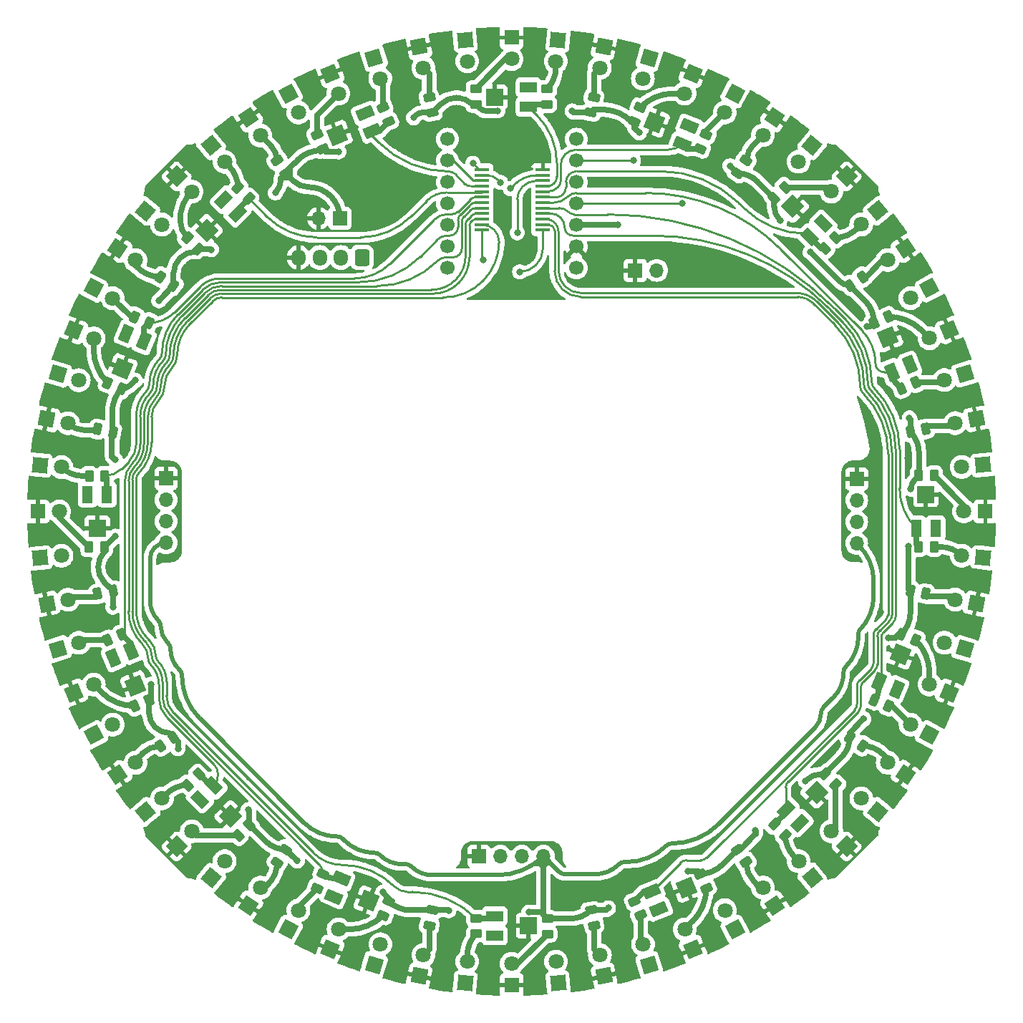
<source format=gbr>
%TF.GenerationSoftware,KiCad,Pcbnew,7.0.7*%
%TF.CreationDate,2025-05-02T18:34:42+09:00*%
%TF.ProjectId,LINE_Main,4c494e45-5f4d-4616-996e-2e6b69636164,rev?*%
%TF.SameCoordinates,Original*%
%TF.FileFunction,Copper,L1,Top*%
%TF.FilePolarity,Positive*%
%FSLAX46Y46*%
G04 Gerber Fmt 4.6, Leading zero omitted, Abs format (unit mm)*
G04 Created by KiCad (PCBNEW 7.0.7) date 2025-05-02 18:34:42*
%MOMM*%
%LPD*%
G01*
G04 APERTURE LIST*
G04 Aperture macros list*
%AMRoundRect*
0 Rectangle with rounded corners*
0 $1 Rounding radius*
0 $2 $3 $4 $5 $6 $7 $8 $9 X,Y pos of 4 corners*
0 Add a 4 corners polygon primitive as box body*
4,1,4,$2,$3,$4,$5,$6,$7,$8,$9,$2,$3,0*
0 Add four circle primitives for the rounded corners*
1,1,$1+$1,$2,$3*
1,1,$1+$1,$4,$5*
1,1,$1+$1,$6,$7*
1,1,$1+$1,$8,$9*
0 Add four rect primitives between the rounded corners*
20,1,$1+$1,$2,$3,$4,$5,0*
20,1,$1+$1,$4,$5,$6,$7,0*
20,1,$1+$1,$6,$7,$8,$9,0*
20,1,$1+$1,$8,$9,$2,$3,0*%
%AMRotRect*
0 Rectangle, with rotation*
0 The origin of the aperture is its center*
0 $1 length*
0 $2 width*
0 $3 Rotation angle, in degrees counterclockwise*
0 Add horizontal line*
21,1,$1,$2,0,0,$3*%
G04 Aperture macros list end*
%TA.AperFunction,ComponentPad*%
%ADD10RotRect,1.800000X1.800000X225.000000*%
%TD*%
%TA.AperFunction,ComponentPad*%
%ADD11C,1.800000*%
%TD*%
%TA.AperFunction,ComponentPad*%
%ADD12RotRect,1.800000X1.800000X247.500000*%
%TD*%
%TA.AperFunction,ComponentPad*%
%ADD13RotRect,1.800000X1.800000X22.500000*%
%TD*%
%TA.AperFunction,ComponentPad*%
%ADD14RotRect,1.800000X1.800000X56.250000*%
%TD*%
%TA.AperFunction,ComponentPad*%
%ADD15RotRect,1.800000X1.800000X298.125000*%
%TD*%
%TA.AperFunction,ComponentPad*%
%ADD16R,1.700000X1.700000*%
%TD*%
%TA.AperFunction,ComponentPad*%
%ADD17O,1.700000X1.700000*%
%TD*%
%TA.AperFunction,ComponentPad*%
%ADD18C,1.700000*%
%TD*%
%TA.AperFunction,SMDPad,CuDef*%
%ADD19RoundRect,0.250000X0.450000X-0.262500X0.450000X0.262500X-0.450000X0.262500X-0.450000X-0.262500X0*%
%TD*%
%TA.AperFunction,SMDPad,CuDef*%
%ADD20RotRect,2.000000X1.300000X225.000000*%
%TD*%
%TA.AperFunction,SMDPad,CuDef*%
%ADD21RotRect,2.000000X2.000000X225.000000*%
%TD*%
%TA.AperFunction,ComponentPad*%
%ADD22RotRect,1.800000X1.800000X112.500000*%
%TD*%
%TA.AperFunction,SMDPad,CuDef*%
%ADD23RotRect,2.000000X1.300000X67.500000*%
%TD*%
%TA.AperFunction,SMDPad,CuDef*%
%ADD24RotRect,2.000000X2.000000X67.500000*%
%TD*%
%TA.AperFunction,ComponentPad*%
%ADD25RotRect,1.800000X1.800000X185.625000*%
%TD*%
%TA.AperFunction,SMDPad,CuDef*%
%ADD26RoundRect,0.250000X0.315291X-0.414726X0.516200X0.070311X-0.315291X0.414726X-0.516200X-0.070311X0*%
%TD*%
%TA.AperFunction,ComponentPad*%
%ADD27RotRect,1.800000X1.800000X95.625000*%
%TD*%
%TA.AperFunction,SMDPad,CuDef*%
%ADD28RoundRect,0.250000X0.414726X0.315291X-0.070311X0.516200X-0.414726X-0.315291X0.070311X-0.516200X0*%
%TD*%
%TA.AperFunction,SMDPad,CuDef*%
%ADD29RoundRect,0.250000X0.228324X-0.468267X0.519999X-0.031746X-0.228324X0.468267X-0.519999X0.031746X0*%
%TD*%
%TA.AperFunction,ComponentPad*%
%ADD30RotRect,1.800000X1.800000X33.750000*%
%TD*%
%TA.AperFunction,ComponentPad*%
%ADD31RotRect,1.800000X1.800000X174.375000*%
%TD*%
%TA.AperFunction,ComponentPad*%
%ADD32RotRect,1.800000X1.800000X39.375000*%
%TD*%
%TA.AperFunction,SMDPad,CuDef*%
%ADD33R,2.000000X1.300000*%
%TD*%
%TA.AperFunction,SMDPad,CuDef*%
%ADD34R,2.000000X2.000000*%
%TD*%
%TA.AperFunction,SMDPad,CuDef*%
%ADD35RoundRect,0.250000X-0.450000X0.262500X-0.450000X-0.262500X0.450000X-0.262500X0.450000X0.262500X0*%
%TD*%
%TA.AperFunction,SMDPad,CuDef*%
%ADD36RoundRect,0.250000X-0.228324X0.468267X-0.519999X0.031746X0.228324X-0.468267X0.519999X-0.031746X0*%
%TD*%
%TA.AperFunction,SMDPad,CuDef*%
%ADD37RoundRect,0.250000X-0.132583X0.503814X-0.503814X0.132583X0.132583X-0.503814X0.503814X-0.132583X0*%
%TD*%
%TA.AperFunction,ComponentPad*%
%ADD38RotRect,1.800000X1.800000X337.500000*%
%TD*%
%TA.AperFunction,ComponentPad*%
%ADD39RotRect,1.800000X1.800000X157.500000*%
%TD*%
%TA.AperFunction,SMDPad,CuDef*%
%ADD40RotRect,2.000000X1.300000X135.000000*%
%TD*%
%TA.AperFunction,SMDPad,CuDef*%
%ADD41RotRect,2.000000X2.000000X135.000000*%
%TD*%
%TA.AperFunction,ComponentPad*%
%ADD42RotRect,1.800000X1.800000X236.250000*%
%TD*%
%TA.AperFunction,SMDPad,CuDef*%
%ADD43RoundRect,0.250000X-0.390142X0.345247X-0.492565X-0.169665X0.390142X-0.345247X0.492565X0.169665X0*%
%TD*%
%TA.AperFunction,ComponentPad*%
%ADD44RotRect,1.800000X1.800000X264.375000*%
%TD*%
%TA.AperFunction,ComponentPad*%
%ADD45RotRect,1.800000X1.800000X275.625000*%
%TD*%
%TA.AperFunction,SMDPad,CuDef*%
%ADD46RoundRect,0.250000X-0.516200X0.070311X-0.315291X-0.414726X0.516200X-0.070311X0.315291X0.414726X0*%
%TD*%
%TA.AperFunction,ComponentPad*%
%ADD47RotRect,1.800000X1.800000X348.750000*%
%TD*%
%TA.AperFunction,SMDPad,CuDef*%
%ADD48R,1.300000X2.000000*%
%TD*%
%TA.AperFunction,SMDPad,CuDef*%
%ADD49RotRect,2.000000X1.300000X112.500000*%
%TD*%
%TA.AperFunction,SMDPad,CuDef*%
%ADD50RotRect,2.000000X2.000000X112.500000*%
%TD*%
%TA.AperFunction,SMDPad,CuDef*%
%ADD51RoundRect,0.250000X-0.031746X0.519999X-0.468267X0.228324X0.031746X-0.519999X0.468267X-0.228324X0*%
%TD*%
%TA.AperFunction,SMDPad,CuDef*%
%ADD52RoundRect,0.250000X-0.070311X-0.516200X0.414726X-0.315291X0.070311X0.516200X-0.414726X0.315291X0*%
%TD*%
%TA.AperFunction,SMDPad,CuDef*%
%ADD53RoundRect,0.250000X-0.519999X-0.031746X-0.228324X-0.468267X0.519999X0.031746X0.228324X0.468267X0*%
%TD*%
%TA.AperFunction,ComponentPad*%
%ADD54RotRect,1.800000X1.800000X45.000000*%
%TD*%
%TA.AperFunction,ComponentPad*%
%ADD55RotRect,1.800000X1.800000X28.125000*%
%TD*%
%TA.AperFunction,ComponentPad*%
%ADD56RotRect,1.800000X1.800000X331.875000*%
%TD*%
%TA.AperFunction,ComponentPad*%
%ADD57RotRect,1.800000X1.800000X303.750000*%
%TD*%
%TA.AperFunction,SMDPad,CuDef*%
%ADD58RoundRect,0.250000X-0.315291X0.414726X-0.516200X-0.070311X0.315291X-0.414726X0.516200X0.070311X0*%
%TD*%
%TA.AperFunction,SMDPad,CuDef*%
%ADD59RoundRect,0.250000X0.516200X-0.070311X0.315291X0.414726X-0.516200X0.070311X-0.315291X-0.414726X0*%
%TD*%
%TA.AperFunction,SMDPad,CuDef*%
%ADD60RoundRect,0.250000X0.262500X0.450000X-0.262500X0.450000X-0.262500X-0.450000X0.262500X-0.450000X0*%
%TD*%
%TA.AperFunction,SMDPad,CuDef*%
%ADD61RoundRect,0.250000X0.031746X-0.519999X0.468267X-0.228324X-0.031746X0.519999X-0.468267X0.228324X0*%
%TD*%
%TA.AperFunction,ComponentPad*%
%ADD62RotRect,1.800000X1.800000X202.500000*%
%TD*%
%TA.AperFunction,ComponentPad*%
%ADD63RotRect,1.800000X1.800000X151.875000*%
%TD*%
%TA.AperFunction,ComponentPad*%
%ADD64RotRect,1.800000X1.800000X146.250000*%
%TD*%
%TA.AperFunction,ComponentPad*%
%ADD65R,1.800000X1.800000*%
%TD*%
%TA.AperFunction,ComponentPad*%
%ADD66RotRect,1.800000X1.800000X16.875000*%
%TD*%
%TA.AperFunction,ComponentPad*%
%ADD67RotRect,1.800000X1.800000X129.375000*%
%TD*%
%TA.AperFunction,ComponentPad*%
%ADD68RotRect,1.800000X1.800000X50.625000*%
%TD*%
%TA.AperFunction,ComponentPad*%
%ADD69RotRect,1.800000X1.800000X61.875000*%
%TD*%
%TA.AperFunction,ComponentPad*%
%ADD70RotRect,1.800000X1.800000X135.000000*%
%TD*%
%TA.AperFunction,ComponentPad*%
%ADD71RotRect,1.800000X1.800000X309.375000*%
%TD*%
%TA.AperFunction,SMDPad,CuDef*%
%ADD72RotRect,2.000000X1.300000X292.500000*%
%TD*%
%TA.AperFunction,SMDPad,CuDef*%
%ADD73RotRect,2.000000X2.000000X292.500000*%
%TD*%
%TA.AperFunction,ComponentPad*%
%ADD74RotRect,1.800000X1.800000X219.375000*%
%TD*%
%TA.AperFunction,ComponentPad*%
%ADD75RotRect,1.800000X1.800000X315.000000*%
%TD*%
%TA.AperFunction,SMDPad,CuDef*%
%ADD76RoundRect,0.250000X0.503814X0.132583X0.132583X0.503814X-0.503814X-0.132583X-0.132583X-0.503814X0*%
%TD*%
%TA.AperFunction,SMDPad,CuDef*%
%ADD77RotRect,2.000000X1.300000X315.000000*%
%TD*%
%TA.AperFunction,SMDPad,CuDef*%
%ADD78RotRect,2.000000X2.000000X315.000000*%
%TD*%
%TA.AperFunction,SMDPad,CuDef*%
%ADD79RoundRect,0.250000X-0.492565X0.169665X-0.390142X-0.345247X0.492565X-0.169665X0.390142X0.345247X0*%
%TD*%
%TA.AperFunction,SMDPad,CuDef*%
%ADD80RotRect,2.000000X1.300000X337.500000*%
%TD*%
%TA.AperFunction,SMDPad,CuDef*%
%ADD81RotRect,2.000000X2.000000X337.500000*%
%TD*%
%TA.AperFunction,SMDPad,CuDef*%
%ADD82R,1.750000X0.450000*%
%TD*%
%TA.AperFunction,SMDPad,CuDef*%
%ADD83RoundRect,0.250000X-0.262500X-0.450000X0.262500X-0.450000X0.262500X0.450000X-0.262500X0.450000X0*%
%TD*%
%TA.AperFunction,ComponentPad*%
%ADD84RotRect,1.800000X1.800000X140.625000*%
%TD*%
%TA.AperFunction,ComponentPad*%
%ADD85RotRect,1.800000X1.800000X163.125000*%
%TD*%
%TA.AperFunction,ComponentPad*%
%ADD86RotRect,1.800000X1.800000X196.875000*%
%TD*%
%TA.AperFunction,ComponentPad*%
%ADD87RotRect,1.800000X1.800000X326.250000*%
%TD*%
%TA.AperFunction,SMDPad,CuDef*%
%ADD88RotRect,2.000000X1.300000X202.500000*%
%TD*%
%TA.AperFunction,SMDPad,CuDef*%
%ADD89RotRect,2.000000X2.000000X202.500000*%
%TD*%
%TA.AperFunction,ComponentPad*%
%ADD90RotRect,1.800000X1.800000X118.125000*%
%TD*%
%TA.AperFunction,SMDPad,CuDef*%
%ADD91RoundRect,0.250000X0.345247X0.390142X-0.169665X0.492565X-0.345247X-0.390142X0.169665X-0.492565X0*%
%TD*%
%TA.AperFunction,SMDPad,CuDef*%
%ADD92RoundRect,0.250000X0.070311X0.516200X-0.414726X0.315291X-0.070311X-0.516200X0.414726X-0.315291X0*%
%TD*%
%TA.AperFunction,ComponentPad*%
%ADD93RotRect,1.800000X1.800000X320.625000*%
%TD*%
%TA.AperFunction,SMDPad,CuDef*%
%ADD94RoundRect,0.250000X0.468267X0.228324X0.031746X0.519999X-0.468267X-0.228324X-0.031746X-0.519999X0*%
%TD*%
%TA.AperFunction,ComponentPad*%
%ADD95RotRect,1.800000X1.800000X168.750000*%
%TD*%
%TA.AperFunction,SMDPad,CuDef*%
%ADD96RotRect,2.000000X1.300000X22.500000*%
%TD*%
%TA.AperFunction,SMDPad,CuDef*%
%ADD97RotRect,2.000000X2.000000X22.500000*%
%TD*%
%TA.AperFunction,ComponentPad*%
%ADD98RotRect,1.800000X1.800000X208.125000*%
%TD*%
%TA.AperFunction,ComponentPad*%
%ADD99RotRect,1.800000X1.800000X258.750000*%
%TD*%
%TA.AperFunction,SMDPad,CuDef*%
%ADD100RoundRect,0.250000X0.390142X-0.345247X0.492565X0.169665X-0.390142X0.345247X-0.492565X-0.169665X0*%
%TD*%
%TA.AperFunction,ComponentPad*%
%ADD101RotRect,1.800000X1.800000X84.375000*%
%TD*%
%TA.AperFunction,SMDPad,CuDef*%
%ADD102RoundRect,0.250000X-0.414726X-0.315291X0.070311X-0.516200X0.414726X0.315291X-0.070311X0.516200X0*%
%TD*%
%TA.AperFunction,SMDPad,CuDef*%
%ADD103RoundRect,0.250000X-0.345247X-0.390142X0.169665X-0.492565X0.345247X0.390142X-0.169665X0.492565X0*%
%TD*%
%TA.AperFunction,ComponentPad*%
%ADD104RotRect,1.800000X1.800000X78.750000*%
%TD*%
%TA.AperFunction,ComponentPad*%
%ADD105RotRect,1.800000X1.800000X292.500000*%
%TD*%
%TA.AperFunction,ComponentPad*%
%ADD106RotRect,1.800000X1.800000X11.250000*%
%TD*%
%TA.AperFunction,ComponentPad*%
%ADD107RotRect,1.800000X1.800000X253.125000*%
%TD*%
%TA.AperFunction,ComponentPad*%
%ADD108RotRect,1.800000X1.800000X67.500000*%
%TD*%
%TA.AperFunction,ComponentPad*%
%ADD109RotRect,1.800000X1.800000X286.875000*%
%TD*%
%TA.AperFunction,ComponentPad*%
%ADD110RotRect,1.800000X1.800000X73.125000*%
%TD*%
%TA.AperFunction,SMDPad,CuDef*%
%ADD111RotRect,2.000000X1.300000X247.500000*%
%TD*%
%TA.AperFunction,SMDPad,CuDef*%
%ADD112RotRect,2.000000X2.000000X247.500000*%
%TD*%
%TA.AperFunction,SMDPad,CuDef*%
%ADD113RoundRect,0.250000X-0.169665X-0.492565X0.345247X-0.390142X0.169665X0.492565X-0.345247X0.390142X0*%
%TD*%
%TA.AperFunction,ComponentPad*%
%ADD114RotRect,1.800000X1.800000X241.875000*%
%TD*%
%TA.AperFunction,SMDPad,CuDef*%
%ADD115RoundRect,0.250000X0.132583X-0.503814X0.503814X-0.132583X-0.132583X0.503814X-0.503814X0.132583X0*%
%TD*%
%TA.AperFunction,ComponentPad*%
%ADD116RotRect,1.800000X1.800000X106.875000*%
%TD*%
%TA.AperFunction,ComponentPad*%
%ADD117RotRect,1.800000X1.800000X123.750000*%
%TD*%
%TA.AperFunction,SMDPad,CuDef*%
%ADD118RoundRect,0.250000X-0.503814X-0.132583X-0.132583X-0.503814X0.503814X0.132583X0.132583X0.503814X0*%
%TD*%
%TA.AperFunction,ComponentPad*%
%ADD119RotRect,1.800000X1.800000X343.125000*%
%TD*%
%TA.AperFunction,ComponentPad*%
%ADD120RotRect,1.800000X1.800000X213.750000*%
%TD*%
%TA.AperFunction,SMDPad,CuDef*%
%ADD121RotRect,2.000000X1.300000X45.000000*%
%TD*%
%TA.AperFunction,SMDPad,CuDef*%
%ADD122RotRect,2.000000X2.000000X45.000000*%
%TD*%
%TA.AperFunction,ComponentPad*%
%ADD123RotRect,1.800000X1.800000X354.375000*%
%TD*%
%TA.AperFunction,SMDPad,CuDef*%
%ADD124RotRect,2.000000X1.300000X157.500000*%
%TD*%
%TA.AperFunction,SMDPad,CuDef*%
%ADD125RotRect,2.000000X2.000000X157.500000*%
%TD*%
%TA.AperFunction,SMDPad,CuDef*%
%ADD126RoundRect,0.250000X0.169665X0.492565X-0.345247X0.390142X-0.169665X-0.492565X0.345247X-0.390142X0*%
%TD*%
%TA.AperFunction,ComponentPad*%
%ADD127RotRect,1.800000X1.800000X230.625000*%
%TD*%
%TA.AperFunction,SMDPad,CuDef*%
%ADD128RoundRect,0.250000X-0.468267X-0.228324X-0.031746X-0.519999X0.468267X0.228324X0.031746X0.519999X0*%
%TD*%
%TA.AperFunction,ComponentPad*%
%ADD129RotRect,1.800000X1.800000X5.625000*%
%TD*%
%TA.AperFunction,ComponentPad*%
%ADD130RotRect,1.800000X1.800000X101.250000*%
%TD*%
%TA.AperFunction,ComponentPad*%
%ADD131RotRect,1.800000X1.800000X281.250000*%
%TD*%
%TA.AperFunction,ComponentPad*%
%ADD132RotRect,1.800000X1.800000X191.250000*%
%TD*%
%TA.AperFunction,SMDPad,CuDef*%
%ADD133RoundRect,0.250000X0.492565X-0.169665X0.390142X0.345247X-0.492565X0.169665X-0.390142X-0.345247X0*%
%TD*%
%TA.AperFunction,SMDPad,CuDef*%
%ADD134RoundRect,0.250000X0.519999X0.031746X0.228324X0.468267X-0.519999X-0.031746X-0.228324X-0.468267X0*%
%TD*%
%TA.AperFunction,ComponentPad*%
%ADD135O,1.700000X1.950000*%
%TD*%
%TA.AperFunction,ComponentPad*%
%ADD136RoundRect,0.250000X0.600000X0.725000X-0.600000X0.725000X-0.600000X-0.725000X0.600000X-0.725000X0*%
%TD*%
%TA.AperFunction,ViaPad*%
%ADD137C,0.800000*%
%TD*%
%TA.AperFunction,Conductor*%
%ADD138C,0.700000*%
%TD*%
%TA.AperFunction,Conductor*%
%ADD139C,0.500000*%
%TD*%
%TA.AperFunction,Conductor*%
%ADD140C,0.250000*%
%TD*%
G04 APERTURE END LIST*
D10*
%TO.P,D5,1,K*%
%TO.N,GND*%
X216256134Y-54702488D03*
D11*
%TO.P,D5,2,A*%
%TO.N,Net-(D5-A)*%
X214460083Y-56498539D03*
%TD*%
D12*
%TO.P,D3,1,K*%
%TO.N,GND*%
X198074893Y-42557680D03*
D11*
%TO.P,D3,2,A*%
%TO.N,Net-(D3-A)*%
X197102877Y-44904334D03*
%TD*%
D13*
%TO.P,D23,1,K*%
%TO.N,GND*%
X124869161Y-115782954D03*
D11*
%TO.P,D23,2,A*%
%TO.N,Net-(D23-A)*%
X127215815Y-114810938D03*
%TD*%
D14*
%TO.P,D20,1,K*%
%TO.N,GND*%
X145511362Y-140928705D03*
D11*
%TO.P,D20,2,A*%
%TO.N,Net-(D20-A)*%
X146922510Y-138816772D03*
%TD*%
D15*
%TO.P,Q31,1,C*%
%TO.N,+3.3V*%
X150215356Y-44915269D03*
D11*
%TO.P,Q31,2,E*%
%TO.N,Net-(Q31-E)*%
X151412704Y-47155349D03*
%TD*%
D16*
%TO.P,C2,1*%
%TO.N,GND*%
X191260000Y-65830000D03*
D17*
%TO.P,C2,2*%
%TO.N,+3.3V*%
X193800000Y-65830000D03*
%TD*%
D16*
%TO.P,C1,1*%
%TO.N,+5V*%
X156330000Y-59660000D03*
D17*
%TO.P,C1,2*%
%TO.N,GND*%
X153790000Y-59660000D03*
%TD*%
D18*
%TO.P,U2,14,5V*%
%TO.N,+5V*%
X184300000Y-65550000D03*
%TO.P,U2,13,GND*%
%TO.N,GND*%
X184300000Y-63010000D03*
%TO.P,U2,12,3V3*%
%TO.N,+3.3V*%
X184300000Y-60470000D03*
%TO.P,U2,11,MOSI*%
%TO.N,Sensor_Back*%
X184300000Y-57930000D03*
%TO.P,U2,10,MISO*%
%TO.N,Sensor_Right*%
X184300000Y-55390000D03*
%TO.P,U2,9,SCK*%
%TO.N,Sensor_Left*%
X184300000Y-52850000D03*
%TO.P,U2,8,RX*%
%TO.N,Line_RX*%
X184300000Y-50310000D03*
%TO.P,U2,7,TX*%
%TO.N,Line_TX*%
X169060000Y-50310000D03*
%TO.P,U2,6,SCL*%
%TO.N,E*%
X169060000Y-52850000D03*
%TO.P,U2,5,SDA*%
%TO.N,S4*%
X169060000Y-55390000D03*
%TO.P,U2,4*%
%TO.N,S3*%
X169060000Y-57930000D03*
%TO.P,U2,3*%
%TO.N,S1*%
X169060000Y-60470000D03*
%TO.P,U2,2*%
%TO.N,S0*%
X169060000Y-63010000D03*
%TO.P,U2,1,DAC*%
%TO.N,Data_Line_sensor*%
X169060000Y-65550000D03*
%TD*%
D16*
%TO.P,J3,1,Pin_1*%
%TO.N,GND*%
X135760000Y-90430000D03*
D17*
%TO.P,J3,2,Pin_2*%
%TO.N,+3.3V*%
X135760000Y-92970000D03*
%TO.P,J3,3,Pin_3*%
%TO.N,Sensor_Right*%
X135760000Y-95510000D03*
%TO.P,J3,4,Pin_4*%
%TO.N,+5V*%
X135760000Y-98050000D03*
%TD*%
D19*
%TO.P,R17,1*%
%TO.N,+5V*%
X172410000Y-46182500D03*
%TO.P,R17,2*%
%TO.N,Net-(D1-A)*%
X172410000Y-44357500D03*
%TD*%
D20*
%TO.P,RV7,1,1*%
%TO.N,unconnected-(RV7-Pad1)*%
X210691170Y-131203268D03*
D21*
%TO.P,RV7,2,2*%
%TO.N,GND*%
X212706425Y-127561668D03*
D20*
%TO.P,RV7,3,3*%
%TO.N,7*%
X209064825Y-129576923D03*
%TD*%
D22*
%TO.P,D15,1,K*%
%TO.N,GND*%
X198088710Y-146100036D03*
D11*
%TO.P,D15,2,A*%
%TO.N,Net-(D15-A)*%
X197116694Y-143753382D03*
%TD*%
D23*
%TO.P,RV14,1,1*%
%TO.N,unconnected-(RV14-Pad1)*%
X131065834Y-73298636D03*
D24*
%TO.P,RV14,2,2*%
%TO.N,GND*%
X130597562Y-77434240D03*
D23*
%TO.P,RV14,3,3*%
%TO.N,14*%
X133190757Y-74178808D03*
%TD*%
D25*
%TO.P,Q9,1,C*%
%TO.N,+3.3V*%
X232403632Y-88831719D03*
D11*
%TO.P,Q9,2,E*%
%TO.N,Net-(Q10-E)*%
X229875863Y-89080683D03*
%TD*%
D26*
%TO.P,R10,1*%
%TO.N,Net-(Q19-E)*%
X153643609Y-138888231D03*
%TO.P,R10,2*%
%TO.N,10*%
X154342007Y-137202151D03*
%TD*%
D27*
%TO.P,Q17,1,C*%
%TO.N,+3.3V*%
X182137478Y-150097874D03*
D11*
%TO.P,Q17,2,E*%
%TO.N,Net-(Q17-E)*%
X181888514Y-147570105D03*
%TD*%
D28*
%TO.P,R6,1*%
%TO.N,Net-(Q11-E)*%
X221193988Y-117325587D03*
%TO.P,R6,2*%
%TO.N,6*%
X219507908Y-116627189D03*
%TD*%
D29*
%TO.P,R20,1*%
%TO.N,+5V*%
X203348198Y-54342841D03*
%TO.P,R20,2*%
%TO.N,Net-(D4-A)*%
X204362114Y-52825409D03*
%TD*%
D30*
%TO.P,D22,1,K*%
%TO.N,GND*%
X130048803Y-125470272D03*
D11*
%TO.P,D22,2,A*%
%TO.N,Net-(D22-A)*%
X132160736Y-124059124D03*
%TD*%
D31*
%TO.P,Q10,1,C*%
%TO.N,+3.3V*%
X232405098Y-99816837D03*
D11*
%TO.P,Q10,2,E*%
%TO.N,Net-(Q10-E)*%
X229877329Y-99567873D03*
%TD*%
D32*
%TO.P,Q22,1,C*%
%TO.N,+3.3V*%
X133325252Y-129886820D03*
D11*
%TO.P,Q22,2,E*%
%TO.N,Net-(Q21-E)*%
X135288699Y-128275461D03*
%TD*%
D33*
%TO.P,RV9,1,1*%
%TO.N,unconnected-(RV9-Pad1)*%
X174644953Y-144483440D03*
D34*
%TO.P,RV9,2,2*%
%TO.N,GND*%
X178644953Y-143333440D03*
D33*
%TO.P,RV9,3,3*%
%TO.N,9*%
X174644953Y-142183440D03*
%TD*%
D35*
%TO.P,R1,1*%
%TO.N,Net-(Q1-E)*%
X180830000Y-44367500D03*
%TO.P,R1,2*%
%TO.N,1*%
X180830000Y-46192500D03*
%TD*%
D36*
%TO.P,R36,1*%
%TO.N,+5V*%
X149926755Y-134320599D03*
%TO.P,R36,2*%
%TO.N,Net-(D20-A)*%
X148912839Y-135838031D03*
%TD*%
D37*
%TO.P,R3,1*%
%TO.N,Net-(Q5-E)*%
X214932077Y-61966243D03*
%TO.P,R3,2*%
%TO.N,3*%
X213641607Y-63256713D03*
%TD*%
D38*
%TO.P,D27,1,K*%
%TO.N,GND*%
X124863437Y-72894306D03*
D11*
%TO.P,D27,2,A*%
%TO.N,Net-(D27-A)*%
X127210091Y-73866322D03*
%TD*%
D39*
%TO.P,D11,1,K*%
%TO.N,GND*%
X228411517Y-115769135D03*
D11*
%TO.P,D11,2,A*%
%TO.N,Net-(D11-A)*%
X226064863Y-114797119D03*
%TD*%
D40*
%TO.P,RV11,1,1*%
%TO.N,unconnected-(RV11-Pad1)*%
X139765928Y-128385414D03*
D41*
%TO.P,RV11,2,2*%
%TO.N,GND*%
X143407528Y-130400669D03*
D40*
%TO.P,RV11,3,3*%
%TO.N,11*%
X141392273Y-126759069D03*
%TD*%
D42*
%TO.P,D4,1,K*%
%TO.N,GND*%
X207763593Y-47734736D03*
D11*
%TO.P,D4,2,A*%
%TO.N,Net-(D4-A)*%
X206352445Y-49846669D03*
%TD*%
D43*
%TO.P,R34,1*%
%TO.N,+5V*%
X167263070Y-141498378D03*
%TO.P,R34,2*%
%TO.N,Net-(D18-A)*%
X166907030Y-143288312D03*
%TD*%
D44*
%TO.P,Q2,1,C*%
%TO.N,+3.3V*%
X182122595Y-38564099D03*
D11*
%TO.P,Q2,2,E*%
%TO.N,Net-(Q1-E)*%
X181873631Y-41091868D03*
%TD*%
D45*
%TO.P,Q1,1,C*%
%TO.N,+3.3V*%
X171137477Y-38565565D03*
D11*
%TO.P,Q1,2,E*%
%TO.N,Net-(Q1-E)*%
X171386441Y-41093334D03*
%TD*%
D46*
%TO.P,R16,1*%
%TO.N,Net-(Q31-E)*%
X161390383Y-46566390D03*
%TO.P,R16,2*%
%TO.N,16*%
X162088781Y-48252470D03*
%TD*%
D47*
%TO.P,D26,1,K*%
%TO.N,GND*%
X121676029Y-83406834D03*
D11*
%TO.P,D26,2,A*%
%TO.N,Net-(D26-A)*%
X124167224Y-83902363D03*
%TD*%
D48*
%TO.P,RV5,1,1*%
%TO.N,unconnected-(RV5-Pad1)*%
X226789196Y-96324243D03*
D34*
%TO.P,RV5,2,2*%
%TO.N,GND*%
X225639196Y-92324243D03*
D48*
%TO.P,RV5,3,3*%
%TO.N,5*%
X224489196Y-96324243D03*
%TD*%
D49*
%TO.P,RV12,3,3*%
%TO.N,12*%
X131665746Y-110802929D03*
D50*
%TO.P,RV12,2,2*%
%TO.N,GND*%
X132134018Y-114938533D03*
D49*
%TO.P,RV12,1,1*%
%TO.N,unconnected-(RV12-Pad1)*%
X129540823Y-111683101D03*
%TD*%
D51*
%TO.P,R38,1*%
%TO.N,+5V*%
X136656906Y-121054877D03*
%TO.P,R38,2*%
%TO.N,Net-(D22-A)*%
X135139474Y-122068793D03*
%TD*%
D52*
%TO.P,R23,1*%
%TO.N,+5V*%
X219503768Y-72000134D03*
%TO.P,R23,2*%
%TO.N,Net-(D7-A)*%
X221189848Y-71301736D03*
%TD*%
D53*
%TO.P,R30,1*%
%TO.N,+5V*%
X203360633Y-134312290D03*
%TO.P,R30,2*%
%TO.N,Net-(D14-A)*%
X204374549Y-135829722D03*
%TD*%
D54*
%TO.P,D21,1,K*%
%TO.N,GND*%
X137018821Y-133960953D03*
D11*
%TO.P,D21,2,A*%
%TO.N,Net-(D21-A)*%
X138814872Y-132164902D03*
%TD*%
D55*
%TO.P,Q23,1,C*%
%TO.N,+3.3V*%
X127221028Y-120753843D03*
D11*
%TO.P,Q23,2,E*%
%TO.N,Net-(Q23-E)*%
X129461108Y-119556495D03*
%TD*%
D56*
%TO.P,Q28,1,C*%
%TO.N,+3.3V*%
X127213977Y-67922790D03*
D11*
%TO.P,Q28,2,E*%
%TO.N,Net-(Q27-E)*%
X129454057Y-69120138D03*
%TD*%
D57*
%TO.P,D30,1,K*%
%TO.N,GND*%
X145498925Y-47743047D03*
D11*
%TO.P,D30,2,A*%
%TO.N,Net-(D30-A)*%
X146910073Y-49854980D03*
%TD*%
D58*
%TO.P,R35,1*%
%TO.N,+5V*%
X162117244Y-140433580D03*
%TO.P,R35,2*%
%TO.N,Net-(D19-A)*%
X161418846Y-142119660D03*
%TD*%
D59*
%TO.P,R8,1*%
%TO.N,Net-(Q15-E)*%
X191884569Y-142097051D03*
%TO.P,R8,2*%
%TO.N,8*%
X191186171Y-140410971D03*
%TD*%
D60*
%TO.P,R5,1*%
%TO.N,Net-(Q10-E)*%
X226601697Y-98524244D03*
%TO.P,R5,2*%
%TO.N,5*%
X224776697Y-98524244D03*
%TD*%
D61*
%TO.P,R22,1*%
%TO.N,+5V*%
X216618047Y-67608565D03*
%TO.P,R22,2*%
%TO.N,Net-(D6-A)*%
X218135479Y-66594649D03*
%TD*%
D62*
%TO.P,D7,1,K*%
%TO.N,GND*%
X228405794Y-72880487D03*
D11*
%TO.P,D7,2,A*%
%TO.N,Net-(D7-A)*%
X226059140Y-73852503D03*
%TD*%
D63*
%TO.P,Q12,1,C*%
%TO.N,+3.3V*%
X226060977Y-120740651D03*
D11*
%TO.P,Q12,2,E*%
%TO.N,Net-(Q11-E)*%
X223820897Y-119543303D03*
%TD*%
D64*
%TO.P,D12,1,K*%
%TO.N,GND*%
X223234461Y-125457835D03*
D11*
%TO.P,D12,2,A*%
%TO.N,Net-(D12-A)*%
X221122528Y-124046687D03*
%TD*%
D65*
%TO.P,D1,1,K*%
%TO.N,GND*%
X176630000Y-38295000D03*
D11*
%TO.P,D1,2,A*%
%TO.N,Net-(D1-A)*%
X176630000Y-40835000D03*
%TD*%
D66*
%TO.P,Q24,1,C*%
%TO.N,+3.3V*%
X123015851Y-110605478D03*
D11*
%TO.P,Q24,2,E*%
%TO.N,Net-(Q23-E)*%
X125446479Y-109868155D03*
%TD*%
D67*
%TO.P,Q14,1,C*%
%TO.N,+3.3V*%
X212192576Y-137643945D03*
D11*
%TO.P,Q14,2,E*%
%TO.N,Net-(Q13-E)*%
X210581217Y-135680498D03*
%TD*%
D33*
%TO.P,RV1,1,1*%
%TO.N,unconnected-(RV1-Pad1)*%
X178630000Y-44180000D03*
D34*
%TO.P,RV1,2,2*%
%TO.N,GND*%
X174630000Y-45330000D03*
D33*
%TO.P,RV1,3,3*%
%TO.N,1*%
X178630000Y-46480000D03*
%TD*%
D68*
%TO.P,Q21,1,C*%
%TO.N,+3.3V*%
X141093940Y-137653435D03*
D11*
%TO.P,Q21,2,E*%
%TO.N,Net-(Q21-E)*%
X142705299Y-135689988D03*
%TD*%
D69*
%TO.P,Q20,1,C*%
%TO.N,+3.3V*%
X150228546Y-143755220D03*
D11*
%TO.P,Q20,2,E*%
%TO.N,Net-(Q19-E)*%
X151425894Y-141515140D03*
%TD*%
D70*
%TO.P,D13,1,K*%
%TO.N,GND*%
X216266709Y-133950376D03*
D11*
%TO.P,D13,2,A*%
%TO.N,Net-(D13-A)*%
X214470658Y-132154325D03*
%TD*%
%TO.P,Q30,2,E*%
%TO.N,Net-(Q29-E)*%
X142693737Y-52982939D03*
D71*
%TO.P,Q30,1,C*%
%TO.N,+3.3V*%
X141082378Y-51019492D03*
%TD*%
D72*
%TO.P,RV4,1,1*%
%TO.N,unconnected-(RV4-Pad1)*%
X223734129Y-76980339D03*
D73*
%TO.P,RV4,2,2*%
%TO.N,GND*%
X221140934Y-73724907D03*
D72*
%TO.P,RV4,3,3*%
%TO.N,4*%
X221609206Y-77860511D03*
%TD*%
D74*
%TO.P,Q6,1,C*%
%TO.N,+3.3V*%
X219949703Y-58776621D03*
D11*
%TO.P,Q6,2,E*%
%TO.N,Net-(Q5-E)*%
X217986256Y-60387980D03*
%TD*%
%TO.P,D29,2,A*%
%TO.N,Net-(D29-A)*%
X138804295Y-56509116D03*
D75*
%TO.P,D29,1,K*%
%TO.N,GND*%
X137008244Y-54713065D03*
%TD*%
D76*
%TO.P,R45,1*%
%TO.N,+5V*%
X139601564Y-63274355D03*
%TO.P,R45,2*%
%TO.N,Net-(D29-A)*%
X138311094Y-61983885D03*
%TD*%
D77*
%TO.P,RV3,3,3*%
%TO.N,3*%
X211882679Y-61904371D03*
D78*
%TO.P,RV3,2,2*%
%TO.N,GND*%
X209867424Y-58262771D03*
D77*
%TO.P,RV3,1,1*%
%TO.N,unconnected-(RV3-Pad1)*%
X213509024Y-60278026D03*
%TD*%
D58*
%TO.P,R2,1*%
%TO.N,Net-(Q3-E)*%
X199631343Y-49775209D03*
%TO.P,R2,2*%
%TO.N,2*%
X198932945Y-51461289D03*
%TD*%
D79*
%TO.P,R32,1*%
%TO.N,+5V*%
X186026553Y-141495460D03*
%TO.P,R32,2*%
%TO.N,Net-(D16-A)*%
X186382593Y-143285394D03*
%TD*%
D80*
%TO.P,RV2,1,1*%
%TO.N,unconnected-(RV2-Pad1)*%
X197670560Y-48760078D03*
D81*
%TO.P,RV2,2,2*%
%TO.N,GND*%
X193534956Y-48291806D03*
D80*
%TO.P,RV2,3,3*%
%TO.N,2*%
X196790388Y-50885001D03*
%TD*%
D82*
%TO.P,U1,1,COM*%
%TO.N,Data_Line_sensor*%
X180330000Y-61065000D03*
%TO.P,U1,2,I7*%
%TO.N,8*%
X180330000Y-60415000D03*
%TO.P,U1,3,I6*%
%TO.N,7*%
X180330000Y-59765000D03*
%TO.P,U1,4,I5*%
%TO.N,6*%
X180330000Y-59115000D03*
%TO.P,U1,5,I4*%
%TO.N,5*%
X180330000Y-58465000D03*
%TO.P,U1,6,I3*%
%TO.N,4*%
X180330000Y-57815000D03*
%TO.P,U1,7,I2*%
%TO.N,3*%
X180330000Y-57165000D03*
%TO.P,U1,8,I1*%
%TO.N,2*%
X180330000Y-56515000D03*
%TO.P,U1,9,I0*%
%TO.N,1*%
X180330000Y-55865000D03*
%TO.P,U1,10,S0*%
%TO.N,S0*%
X180330000Y-55215000D03*
%TO.P,U1,11,S1*%
%TO.N,S1*%
X180330000Y-54565000D03*
%TO.P,U1,12,GND*%
%TO.N,GND*%
X180330000Y-53915000D03*
%TO.P,U1,13,S3*%
%TO.N,S4*%
X173130000Y-53915000D03*
%TO.P,U1,14,S2*%
%TO.N,S3*%
X173130000Y-54565000D03*
%TO.P,U1,15,~{E}*%
%TO.N,E*%
X173130000Y-55215000D03*
%TO.P,U1,16,I15*%
%TO.N,16*%
X173130000Y-55865000D03*
%TO.P,U1,17,I14*%
%TO.N,15*%
X173130000Y-56515000D03*
%TO.P,U1,18,I13*%
%TO.N,14*%
X173130000Y-57165000D03*
%TO.P,U1,19,I12*%
%TO.N,13*%
X173130000Y-57815000D03*
%TO.P,U1,20,I11*%
%TO.N,12*%
X173130000Y-58465000D03*
%TO.P,U1,21,I10*%
%TO.N,11*%
X173130000Y-59115000D03*
%TO.P,U1,22,I9*%
%TO.N,10*%
X173130000Y-59765000D03*
%TO.P,U1,23,I8*%
%TO.N,9*%
X173130000Y-60415000D03*
%TO.P,U1,24,VCC*%
%TO.N,+3.3V*%
X173130000Y-61065000D03*
%TD*%
D83*
%TO.P,R25,1*%
%TO.N,+5V*%
X224786694Y-90104245D03*
%TO.P,R25,2*%
%TO.N,Net-(D9-A)*%
X226611694Y-90104245D03*
%TD*%
D84*
%TO.P,Q13,1,C*%
%TO.N,+3.3V*%
X219959191Y-129875257D03*
D11*
%TO.P,Q13,2,E*%
%TO.N,Net-(Q13-E)*%
X217995744Y-128263898D03*
%TD*%
D85*
%TO.P,Q11,1,C*%
%TO.N,+3.3V*%
X230263445Y-110591165D03*
D11*
%TO.P,Q11,2,E*%
%TO.N,Net-(Q11-E)*%
X227832817Y-109853842D03*
%TD*%
D65*
%TO.P,D9,1,K*%
%TO.N,GND*%
X232674197Y-94324242D03*
D11*
%TO.P,D9,2,A*%
%TO.N,Net-(D9-A)*%
X230134197Y-94324242D03*
%TD*%
D86*
%TO.P,Q8,1,C*%
%TO.N,+3.3V*%
X230259104Y-78057963D03*
D11*
%TO.P,Q8,2,E*%
%TO.N,Net-(Q7-E)*%
X227828476Y-78795286D03*
%TD*%
D65*
%TO.P,D17,1,K*%
%TO.N,GND*%
X176644955Y-150368439D03*
D11*
%TO.P,D17,2,A*%
%TO.N,Net-(D17-A)*%
X176644955Y-147828439D03*
%TD*%
D87*
%TO.P,D28,1,K*%
%TO.N,GND*%
X130040492Y-63205606D03*
D11*
%TO.P,D28,2,A*%
%TO.N,Net-(D28-A)*%
X132152425Y-64616754D03*
%TD*%
D88*
%TO.P,RV8,1,1*%
%TO.N,unconnected-(RV8-Pad1)*%
X194053930Y-141391465D03*
D89*
%TO.P,RV8,2,2*%
%TO.N,GND*%
X197309362Y-138798270D03*
D88*
%TO.P,RV8,3,3*%
%TO.N,8*%
X193173758Y-139266542D03*
%TD*%
D90*
%TO.P,Q15,1,C*%
%TO.N,+3.3V*%
X203059599Y-143748169D03*
D11*
%TO.P,Q15,2,E*%
%TO.N,Net-(Q15-E)*%
X201862251Y-141508089D03*
%TD*%
D91*
%TO.P,R42,1*%
%TO.N,+5V*%
X129470818Y-84957314D03*
%TO.P,R42,2*%
%TO.N,Net-(D26-A)*%
X127680884Y-84601274D03*
%TD*%
D60*
%TO.P,R41,1*%
%TO.N,+5V*%
X128488259Y-98559192D03*
%TO.P,R41,2*%
%TO.N,Net-(D25-A)*%
X126663259Y-98559192D03*
%TD*%
D46*
%TO.P,R31,1*%
%TO.N,+5V*%
X198969060Y-137198012D03*
%TO.P,R31,2*%
%TO.N,Net-(D15-A)*%
X199667458Y-138884092D03*
%TD*%
D92*
%TO.P,R4,1*%
%TO.N,Net-(Q7-E)*%
X224402807Y-79084627D03*
%TO.P,R4,2*%
%TO.N,4*%
X222716727Y-79783025D03*
%TD*%
D93*
%TO.P,Q29,1,C*%
%TO.N,+3.3V*%
X133315762Y-58788184D03*
D11*
%TO.P,Q29,2,E*%
%TO.N,Net-(Q29-E)*%
X135279209Y-60399543D03*
%TD*%
D94*
%TO.P,R44,1*%
%TO.N,+5V*%
X136648597Y-67620999D03*
%TO.P,R44,2*%
%TO.N,Net-(D28-A)*%
X135131165Y-66607083D03*
%TD*%
D95*
%TO.P,D10,1,K*%
%TO.N,GND*%
X231598926Y-105256607D03*
D11*
%TO.P,D10,2,A*%
%TO.N,Net-(D10-A)*%
X229107731Y-104761078D03*
%TD*%
D96*
%TO.P,RV16,1,1*%
%TO.N,unconnected-(RV16-Pad1)*%
X159286095Y-47235067D03*
D97*
%TO.P,RV16,2,2*%
%TO.N,GND*%
X156030663Y-49828262D03*
D96*
%TO.P,RV16,3,3*%
%TO.N,16*%
X160166267Y-49359990D03*
%TD*%
D98*
%TO.P,Q7,1,C*%
%TO.N,+3.3V*%
X226053927Y-67909598D03*
D11*
%TO.P,Q7,2,E*%
%TO.N,Net-(Q7-E)*%
X223813847Y-69106946D03*
%TD*%
D99*
%TO.P,D2,1,K*%
%TO.N,GND*%
X187562365Y-39370271D03*
D11*
%TO.P,D2,2,A*%
%TO.N,Net-(D2-A)*%
X187066836Y-41861466D03*
%TD*%
D100*
%TO.P,R18,1*%
%TO.N,+5V*%
X186011885Y-47165063D03*
%TO.P,R18,2*%
%TO.N,Net-(D2-A)*%
X186367925Y-45375129D03*
%TD*%
D48*
%TO.P,RV13,1,1*%
%TO.N,unconnected-(RV13-Pad1)*%
X126485756Y-92339197D03*
D34*
%TO.P,RV13,2,2*%
%TO.N,GND*%
X127635756Y-96339197D03*
D48*
%TO.P,RV13,3,3*%
%TO.N,13*%
X128785756Y-92339197D03*
%TD*%
D101*
%TO.P,Q18,1,C*%
%TO.N,+3.3V*%
X171152360Y-150099340D03*
D11*
%TO.P,Q18,2,E*%
%TO.N,Net-(Q17-E)*%
X171401324Y-147571571D03*
%TD*%
D19*
%TO.P,R9,1*%
%TO.N,Net-(Q17-E)*%
X172444952Y-144295940D03*
%TO.P,R9,2*%
%TO.N,9*%
X172444952Y-142470940D03*
%TD*%
D102*
%TO.P,R14,1*%
%TO.N,Net-(Q27-E)*%
X132080965Y-71337853D03*
%TO.P,R14,2*%
%TO.N,14*%
X133767045Y-72036251D03*
%TD*%
%TO.P,R27,1*%
%TO.N,+5V*%
X222739337Y-108851950D03*
%TO.P,R27,2*%
%TO.N,Net-(D11-A)*%
X224425417Y-109550348D03*
%TD*%
D103*
%TO.P,R26,1*%
%TO.N,+5V*%
X223804133Y-103706130D03*
%TO.P,R26,2*%
%TO.N,Net-(D10-A)*%
X225594067Y-104062170D03*
%TD*%
D104*
%TO.P,D18,1,K*%
%TO.N,GND*%
X165712590Y-149293168D03*
D11*
%TO.P,D18,2,A*%
%TO.N,Net-(D18-A)*%
X166208119Y-146801973D03*
%TD*%
D105*
%TO.P,D31,1,K*%
%TO.N,GND*%
X155186243Y-42563405D03*
D11*
%TO.P,D31,2,A*%
%TO.N,Net-(D31-A)*%
X156158259Y-44910059D03*
%TD*%
D106*
%TO.P,D24,1,K*%
%TO.N,GND*%
X121678947Y-105271277D03*
D11*
%TO.P,D24,2,A*%
%TO.N,Net-(D24-A)*%
X124170142Y-104775748D03*
%TD*%
D107*
%TO.P,Q3,1,C*%
%TO.N,+3.3V*%
X192896923Y-40705752D03*
D11*
%TO.P,Q3,2,E*%
%TO.N,Net-(Q3-E)*%
X192159600Y-43136380D03*
%TD*%
D108*
%TO.P,D19,1,K*%
%TO.N,GND*%
X155200062Y-146105760D03*
D11*
%TO.P,D19,2,A*%
%TO.N,Net-(D19-A)*%
X156172078Y-143759106D03*
%TD*%
D52*
%TO.P,R12,1*%
%TO.N,Net-(Q23-E)*%
X128872146Y-109578813D03*
%TO.P,R12,2*%
%TO.N,12*%
X130558226Y-108880415D03*
%TD*%
D65*
%TO.P,D25,1,K*%
%TO.N,GND*%
X120600758Y-94339199D03*
D11*
%TO.P,D25,2,A*%
%TO.N,Net-(D25-A)*%
X123140758Y-94339199D03*
%TD*%
D109*
%TO.P,Q32,1,C*%
%TO.N,+3.3V*%
X160363722Y-40710093D03*
D11*
%TO.P,Q32,2,E*%
%TO.N,Net-(Q31-E)*%
X161101045Y-43140721D03*
%TD*%
D76*
%TO.P,R7,1*%
%TO.N,Net-(Q13-E)*%
X209002954Y-132626322D03*
%TO.P,R7,2*%
%TO.N,7*%
X207712484Y-131335852D03*
%TD*%
D110*
%TO.P,Q19,1,C*%
%TO.N,+3.3V*%
X160378032Y-147957688D03*
D11*
%TO.P,Q19,2,E*%
%TO.N,Net-(Q19-E)*%
X161115355Y-145527060D03*
%TD*%
D111*
%TO.P,RV6,3,3*%
%TO.N,6*%
X220084195Y-114484632D03*
D112*
%TO.P,RV6,2,2*%
%TO.N,GND*%
X222677390Y-111229200D03*
D111*
%TO.P,RV6,1,1*%
%TO.N,unconnected-(RV6-Pad1)*%
X222209118Y-115364804D03*
%TD*%
D113*
%TO.P,R24,1*%
%TO.N,+5V*%
X223801216Y-84942645D03*
%TO.P,R24,2*%
%TO.N,Net-(D8-A)*%
X225591150Y-84586605D03*
%TD*%
D59*
%TO.P,R47,1*%
%TO.N,+5V*%
X154305894Y-51465426D03*
%TO.P,R47,2*%
%TO.N,Net-(D31-A)*%
X153607496Y-49779346D03*
%TD*%
D114*
%TO.P,Q4,1,C*%
%TO.N,+3.3V*%
X203046409Y-44908220D03*
D11*
%TO.P,Q4,2,E*%
%TO.N,Net-(Q3-E)*%
X201849061Y-47148300D03*
%TD*%
D115*
%TO.P,R21,1*%
%TO.N,+5V*%
X207694839Y-57295803D03*
%TO.P,R21,2*%
%TO.N,Net-(D5-A)*%
X208985309Y-56005333D03*
%TD*%
D28*
%TO.P,R43,1*%
%TO.N,+5V*%
X130535616Y-79811487D03*
%TO.P,R43,2*%
%TO.N,Net-(D27-A)*%
X128849536Y-79113089D03*
%TD*%
D116*
%TO.P,Q16,1,C*%
%TO.N,+3.3V*%
X192911234Y-147953346D03*
D11*
%TO.P,Q16,2,E*%
%TO.N,Net-(Q15-E)*%
X192173911Y-145522718D03*
%TD*%
D117*
%TO.P,D14,1,K*%
%TO.N,GND*%
X207776028Y-140920394D03*
D11*
%TO.P,D14,2,A*%
%TO.N,Net-(D14-A)*%
X206364880Y-138808461D03*
%TD*%
D92*
%TO.P,R39,1*%
%TO.N,+5V*%
X133771183Y-116663302D03*
%TO.P,R39,2*%
%TO.N,Net-(D23-A)*%
X132085103Y-117361700D03*
%TD*%
D118*
%TO.P,R15,1*%
%TO.N,Net-(Q29-E)*%
X144271999Y-56037119D03*
%TO.P,R15,2*%
%TO.N,15*%
X145562469Y-57327589D03*
%TD*%
D119*
%TO.P,Q27,1,C*%
%TO.N,+3.3V*%
X123011509Y-78072276D03*
D11*
%TO.P,Q27,2,E*%
%TO.N,Net-(Q27-E)*%
X125442137Y-78809599D03*
%TD*%
D120*
%TO.P,D6,1,K*%
%TO.N,GND*%
X223226152Y-63193169D03*
D11*
%TO.P,D6,2,A*%
%TO.N,Net-(D6-A)*%
X221114219Y-64604317D03*
%TD*%
D121*
%TO.P,RV15,1,1*%
%TO.N,unconnected-(RV15-Pad1)*%
X142583782Y-57460172D03*
D122*
%TO.P,RV15,2,2*%
%TO.N,GND*%
X140568527Y-61101772D03*
D121*
%TO.P,RV15,3,3*%
%TO.N,15*%
X144210127Y-59086517D03*
%TD*%
D123*
%TO.P,Q26,1,C*%
%TO.N,+3.3V*%
X120869857Y-88846604D03*
D11*
%TO.P,Q26,2,E*%
%TO.N,Net-(Q25-E)*%
X123397626Y-89095568D03*
%TD*%
D124*
%TO.P,RV10,1,1*%
%TO.N,unconnected-(RV10-Pad1)*%
X155604392Y-139903362D03*
D125*
%TO.P,RV10,2,2*%
%TO.N,GND*%
X159739996Y-140371634D03*
D124*
%TO.P,RV10,3,3*%
%TO.N,10*%
X156484564Y-137778439D03*
%TD*%
D26*
%TO.P,R19,1*%
%TO.N,+5V*%
X191166659Y-48225532D03*
%TO.P,R19,2*%
%TO.N,Net-(D3-A)*%
X191865057Y-46539452D03*
%TD*%
D83*
%TO.P,R13,1*%
%TO.N,Net-(Q25-E)*%
X126673256Y-90139196D03*
%TO.P,R13,2*%
%TO.N,13*%
X128498256Y-90139196D03*
%TD*%
D35*
%TO.P,R33,1*%
%TO.N,+5V*%
X180864949Y-142480937D03*
%TO.P,R33,2*%
%TO.N,Net-(D17-A)*%
X180864949Y-144305937D03*
%TD*%
D126*
%TO.P,R40,1*%
%TO.N,+5V*%
X129473736Y-103720797D03*
%TO.P,R40,2*%
%TO.N,Net-(D24-A)*%
X127683802Y-104076837D03*
%TD*%
D127*
%TO.P,Q5,1,C*%
%TO.N,+3.3V*%
X212181015Y-51010006D03*
D11*
%TO.P,Q5,2,E*%
%TO.N,Net-(Q5-E)*%
X210569656Y-52973453D03*
%TD*%
D115*
%TO.P,R11,1*%
%TO.N,Net-(Q21-E)*%
X138342875Y-126697197D03*
%TO.P,R11,2*%
%TO.N,11*%
X139633345Y-125406727D03*
%TD*%
D128*
%TO.P,R28,1*%
%TO.N,+5V*%
X216626355Y-121042441D03*
%TO.P,R28,2*%
%TO.N,Net-(D12-A)*%
X218143787Y-122056357D03*
%TD*%
D129*
%TO.P,Q25,1,C*%
%TO.N,+3.3V*%
X120871323Y-99831722D03*
D11*
%TO.P,Q25,2,E*%
%TO.N,Net-(Q25-E)*%
X123399092Y-99582758D03*
%TD*%
%TO.P,D16,2,A*%
%TO.N,Net-(D16-A)*%
X187081504Y-146799055D03*
D130*
%TO.P,D16,1,K*%
%TO.N,GND*%
X187577033Y-149290250D03*
%TD*%
D37*
%TO.P,R37,1*%
%TO.N,+5V*%
X145580112Y-131367632D03*
%TO.P,R37,2*%
%TO.N,Net-(D21-A)*%
X144289642Y-132658102D03*
%TD*%
D131*
%TO.P,D32,1,K*%
%TO.N,GND*%
X165697920Y-39373191D03*
D11*
%TO.P,D32,2,A*%
%TO.N,Net-(D32-A)*%
X166193449Y-41864386D03*
%TD*%
D132*
%TO.P,D8,1,K*%
%TO.N,GND*%
X231596008Y-83392164D03*
D11*
%TO.P,D8,2,A*%
%TO.N,Net-(D8-A)*%
X229104813Y-83887693D03*
%TD*%
D118*
%TO.P,R29,1*%
%TO.N,+5V*%
X213673390Y-125389082D03*
%TO.P,R29,2*%
%TO.N,Net-(D13-A)*%
X214963860Y-126679552D03*
%TD*%
D133*
%TO.P,R48,1*%
%TO.N,+5V*%
X167248399Y-47167980D03*
%TO.P,R48,2*%
%TO.N,Net-(D32-A)*%
X166892359Y-45378046D03*
%TD*%
D134*
%TO.P,R46,1*%
%TO.N,+5V*%
X149914319Y-54351150D03*
%TO.P,R46,2*%
%TO.N,Net-(D30-A)*%
X148900403Y-52833718D03*
%TD*%
D16*
%TO.P,J4,1,Pin_1*%
%TO.N,GND*%
X217450000Y-90480000D03*
D17*
%TO.P,J4,2,Pin_2*%
%TO.N,+3.3V*%
X217450000Y-93020000D03*
%TO.P,J4,3,Pin_3*%
%TO.N,Sensor_Left*%
X217450000Y-95560000D03*
%TO.P,J4,4,Pin_4*%
%TO.N,+5V*%
X217450000Y-98100000D03*
%TD*%
D135*
%TO.P,J1,4,Pin_4*%
%TO.N,GND*%
X151450000Y-64310000D03*
%TO.P,J1,3,Pin_3*%
%TO.N,Line_RX*%
X153950000Y-64310000D03*
%TO.P,J1,2,Pin_2*%
%TO.N,+5V*%
X156450000Y-64310000D03*
D136*
%TO.P,J1,1,Pin_1*%
%TO.N,Line_TX*%
X158950000Y-64310000D03*
%TD*%
D16*
%TO.P,J2,1,Pin_1*%
%TO.N,GND*%
X172790000Y-135100000D03*
D17*
%TO.P,J2,2,Pin_2*%
%TO.N,+3.3V*%
X175330000Y-135100000D03*
%TO.P,J2,3,Pin_3*%
%TO.N,Sensor_Back*%
X177870000Y-135100000D03*
%TO.P,J2,4,Pin_4*%
%TO.N,+5V*%
X180410000Y-135100000D03*
%TD*%
D137*
%TO.N,GND*%
X144160000Y-63510000D03*
X163630000Y-57670000D03*
X158890000Y-58510000D03*
X158840000Y-55510000D03*
X163810000Y-50150000D03*
X170250000Y-47280000D03*
X182190000Y-48480000D03*
X186790000Y-49120000D03*
X217380000Y-70240000D03*
X223510000Y-88040000D03*
X214050000Y-123120000D03*
X147730000Y-131640000D03*
X129440000Y-100630000D03*
X131080000Y-82070000D03*
X133560000Y-90810000D03*
X133790000Y-107870000D03*
X133510000Y-97060000D03*
X170810000Y-52040000D03*
X171070000Y-50010000D03*
X176670000Y-54100000D03*
X175780000Y-60330000D03*
X180470000Y-66120000D03*
X178990000Y-62880000D03*
X177980000Y-51130000D03*
X208130000Y-53540000D03*
X215250000Y-52400000D03*
X218580000Y-56070000D03*
X216030000Y-64390000D03*
X220720000Y-68900000D03*
X221790000Y-61060000D03*
X228090000Y-70620000D03*
X229650000Y-74820000D03*
X225450000Y-81050000D03*
X231580000Y-80790000D03*
X232590000Y-85560000D03*
X227170000Y-87510000D03*
X220040000Y-99550000D03*
X220230000Y-106280000D03*
X220030000Y-95960000D03*
X225150000Y-94290000D03*
X233060000Y-91600000D03*
X232690000Y-96560000D03*
X226570000Y-101000000D03*
X232380000Y-103060000D03*
X231630000Y-107440000D03*
X225850000Y-107650000D03*
X221560000Y-112880000D03*
X229590000Y-113520000D03*
X227610000Y-117830000D03*
X224840000Y-123660000D03*
X222150000Y-127710000D03*
X216950000Y-124540000D03*
X219920000Y-119900000D03*
X210820000Y-128570000D03*
X216660000Y-131520000D03*
X214360000Y-136630000D03*
X206930000Y-134500000D03*
X209900000Y-140060000D03*
X206340000Y-142590000D03*
X201630000Y-139260000D03*
X181980000Y-138540000D03*
X181880000Y-140830000D03*
X189490000Y-138520000D03*
X195410000Y-139350000D03*
X190270000Y-143840000D03*
X189890000Y-149310000D03*
X200290000Y-145560000D03*
X196180000Y-147310000D03*
X185440000Y-150080000D03*
X183340000Y-144310000D03*
X174600000Y-150860000D03*
X178960000Y-150760000D03*
X176700000Y-139200000D03*
X168150000Y-150070000D03*
X169640000Y-144030000D03*
X163140000Y-144050000D03*
X158080000Y-139040000D03*
X157520000Y-147240000D03*
X152980000Y-145210000D03*
X151130000Y-138190000D03*
X146940000Y-142570000D03*
X143330000Y-139960000D03*
X145570000Y-134830000D03*
X142360000Y-128560000D03*
X138070000Y-136230000D03*
X135200000Y-132600000D03*
X131820000Y-119890000D03*
X128480000Y-123350000D03*
X130960000Y-127650000D03*
X136140000Y-124910000D03*
X132340000Y-112690000D03*
X127140000Y-107670000D03*
X125780000Y-101070000D03*
X120080000Y-91730000D03*
X120130000Y-96630000D03*
X120780000Y-102750000D03*
X121820000Y-107780000D03*
X123610000Y-113790000D03*
X125280000Y-118350000D03*
X127100000Y-87780000D03*
X120610000Y-85740000D03*
X121890000Y-80820000D03*
X147150000Y-65520000D03*
X139150000Y-65630000D03*
X150160000Y-57720000D03*
X152740000Y-54080000D03*
X190100000Y-45490000D03*
X201600000Y-50980000D03*
X197370000Y-55960000D03*
X193930000Y-52860000D03*
X204840000Y-57050000D03*
X191010000Y-55480000D03*
X196870000Y-63420000D03*
X196910000Y-67210000D03*
X208470000Y-67370000D03*
%TO.N,+3.3V*%
X189170000Y-60450000D03*
%TO.N,Sensor_Left*%
X191040000Y-52820000D03*
%TO.N,+5V*%
X218280000Y-118890000D03*
X221190000Y-109270000D03*
X223555685Y-98410263D03*
X223870000Y-91690000D03*
X218660092Y-72499908D03*
X223680000Y-83290000D03*
X205480000Y-132090000D03*
X211390000Y-126180000D03*
X188080000Y-141230000D03*
X197455000Y-136885000D03*
X169210000Y-141550000D03*
X178680000Y-141733938D03*
X151290000Y-135660000D03*
X161432527Y-139371712D03*
X145490000Y-129630000D03*
X137180000Y-122400000D03*
X134010000Y-114770000D03*
X129473736Y-105660000D03*
X129770000Y-97277451D03*
X129770000Y-88230000D03*
X132120000Y-78840000D03*
X134920000Y-69420000D03*
X148700000Y-56650000D03*
X141130000Y-63360000D03*
X211970000Y-63670000D03*
X208390000Y-59930000D03*
X202477678Y-53472322D03*
X191735000Y-49545000D03*
X174980000Y-46960000D03*
X183800000Y-46980000D03*
X165050000Y-47770000D03*
X156190000Y-51790000D03*
%TO.N,S0*%
X177310000Y-61360000D03*
%TO.N,S1*%
X176490000Y-56150000D03*
%TO.N,S4*%
X172060000Y-53190000D03*
%TO.N,S3*%
X175310000Y-55420000D03*
%TO.N,Data_Line_sensor*%
X177610000Y-66000000D03*
%TO.N,Sensor_Back*%
X196790000Y-57930000D03*
%TO.N,+3.3V*%
X173280000Y-64620000D03*
%TD*%
D138*
%TO.N,+5V*%
X156330000Y-59660000D02*
G75*
G03*
X152650009Y-55980000I-3680000J0D01*
G01*
X150760582Y-55197360D02*
G75*
G03*
X152650009Y-55980000I1889418J1889360D01*
G01*
X150760556Y-55197386D02*
X150451585Y-54888415D01*
D139*
X181275000Y-135965000D02*
X180825000Y-135965000D01*
X180825000Y-135965000D02*
X181050000Y-135740000D01*
X181350000Y-136040000D02*
X181050000Y-135740000D01*
X182257107Y-136947107D02*
X181350000Y-136040000D01*
X180410000Y-136380000D02*
X180825000Y-135965000D01*
X181350000Y-136040000D02*
X181275000Y-135965000D01*
X179886735Y-136006735D02*
X179935000Y-136055000D01*
X179935000Y-136055000D02*
X180410000Y-136530000D01*
X179647520Y-135767520D02*
X179935000Y-136055000D01*
X179316735Y-136006735D02*
X179886735Y-136006735D01*
X180410000Y-136640000D02*
X180410000Y-136380000D01*
X181050000Y-135740000D02*
X180410000Y-135100000D01*
X180410000Y-136530000D02*
X180410000Y-136640000D01*
D138*
X180410000Y-136640000D02*
X180410000Y-142025988D01*
X180410000Y-135100000D02*
X180410000Y-136640000D01*
X162117244Y-140123304D02*
X162117244Y-140433580D01*
X161432527Y-139371712D02*
X161432527Y-139438587D01*
X161432527Y-139438587D02*
X162117244Y-140123304D01*
X186344679Y-46832269D02*
X187654270Y-46832269D01*
X186011885Y-47165063D02*
X186344679Y-46832269D01*
X190815532Y-48225532D02*
X191166659Y-48225532D01*
X190815506Y-48225558D02*
G75*
G03*
X187654270Y-46832269I-3378706J-3383042D01*
G01*
%TO.N,Net-(D4-A)*%
X205188957Y-51010205D02*
G75*
G03*
X204490000Y-52697523I1687343J-1687395D01*
G01*
X205188933Y-51010181D02*
X206352445Y-49846669D01*
X204362114Y-52825409D02*
X204490000Y-52697523D01*
%TO.N,+5V*%
X205727306Y-55328302D02*
G75*
G03*
X203348198Y-54342841I-2379106J-2379098D01*
G01*
%TO.N,Net-(Q5-E)*%
X214932077Y-61966265D02*
G75*
G03*
X217451591Y-60922643I23J3563065D01*
G01*
%TO.N,+5V*%
X207694826Y-58251741D02*
G75*
G03*
X208390000Y-59930000I2373474J41D01*
G01*
X215406860Y-67106916D02*
G75*
G03*
X216618047Y-67608565I1211140J1211216D01*
G01*
X211970000Y-63670000D02*
X215406888Y-67106888D01*
%TO.N,Net-(D6-A)*%
X220555683Y-64604317D02*
X221114219Y-64604317D01*
X218565351Y-66594649D02*
X220555683Y-64604317D01*
X218135479Y-66594649D02*
X218565351Y-66594649D01*
%TO.N,+5V*%
X219503791Y-72000134D02*
G75*
G03*
X218438584Y-69428584I-3636791J-66D01*
G01*
%TO.N,Net-(D7-A)*%
X225147768Y-72941141D02*
G75*
G03*
X221189848Y-71301736I-3957868J-3957859D01*
G01*
%TO.N,Net-(D8-A)*%
X225947755Y-84230000D02*
X228762506Y-84230000D01*
X228762506Y-84230000D02*
X229104813Y-83887693D01*
X225591150Y-84586605D02*
X225947755Y-84230000D01*
%TO.N,+5V*%
X224820008Y-87402199D02*
G75*
G03*
X223801216Y-84942645I-3478308J-1D01*
G01*
X224343092Y-90547871D02*
G75*
G03*
X223870000Y-91690000I1142108J-1142129D01*
G01*
X224343080Y-90547859D02*
X224786694Y-90104245D01*
%TO.N,Net-(Q10-E)*%
X229877333Y-99567869D02*
G75*
G03*
X227357776Y-98524244I-2519533J-2519531D01*
G01*
%TO.N,+5V*%
X223610000Y-103511997D02*
X223804133Y-103706130D01*
X223555685Y-98410263D02*
X223610000Y-98464578D01*
X223610000Y-98464578D02*
X223610000Y-103511997D01*
%TO.N,Net-(D10-A)*%
X225951897Y-104420000D02*
X228766653Y-104420000D01*
X228766653Y-104420000D02*
X229107731Y-104761078D01*
X225594067Y-104062170D02*
X225951897Y-104420000D01*
%TO.N,+5V*%
X222739333Y-108851946D02*
G75*
G03*
X223804133Y-106281320I-2570633J2570646D01*
G01*
%TO.N,Net-(D11-A)*%
X226064864Y-113508294D02*
G75*
G03*
X224425417Y-109550348I-5597364J-6D01*
G01*
%TO.N,6*%
X219507909Y-116627190D02*
G75*
G03*
X220084195Y-115235912I-1391309J1391290D01*
G01*
%TO.N,Net-(D12-A)*%
X220572204Y-123062250D02*
G75*
G03*
X218143787Y-122056357I-2428404J-2428350D01*
G01*
X221122528Y-123612528D02*
X221122528Y-124046687D01*
X220572227Y-123062227D02*
X221122528Y-123612528D01*
%TO.N,+5V*%
X213299445Y-125389130D02*
G75*
G03*
X211390000Y-126180000I-45J-2700370D01*
G01*
X215640918Y-123421540D02*
G75*
G03*
X216626355Y-121042441I-2379018J2379040D01*
G01*
%TO.N,Net-(Q13-E)*%
X209002956Y-132626322D02*
G75*
G03*
X210046467Y-135145748I3562744J-178D01*
G01*
%TO.N,Net-(D14-A)*%
X204374566Y-135829722D02*
G75*
G03*
X205332577Y-138142577I3270934J22D01*
G01*
X205998461Y-138808461D02*
X206364880Y-138808461D01*
X205332577Y-138142577D02*
X205998461Y-138808461D01*
%TO.N,+5V*%
X198969060Y-137197993D02*
G75*
G03*
X201539689Y-136133234I40J3635393D01*
G01*
%TO.N,Net-(D15-A)*%
X198028025Y-142842035D02*
G75*
G03*
X199667458Y-138884092I-3957925J3957935D01*
G01*
%TO.N,+5V*%
X183647394Y-142480935D02*
G75*
G03*
X186026553Y-141495460I6J3364635D01*
G01*
%TO.N,9*%
X174357453Y-142470940D02*
X172444952Y-142470940D01*
X174644953Y-142183440D02*
X174357453Y-142470940D01*
%TO.N,Net-(Q17-E)*%
X172444952Y-144295940D02*
G75*
G03*
X171401324Y-146815392I2519348J-2519460D01*
G01*
%TO.N,Net-(D19-A)*%
X157460911Y-143759120D02*
G75*
G03*
X161418846Y-142119660I-11J5597320D01*
G01*
%TO.N,+5V*%
X162117241Y-140433583D02*
G75*
G03*
X164687913Y-141498378I2570659J2570683D01*
G01*
X147547649Y-133335227D02*
G75*
G03*
X149926755Y-134320599I2378951J2379027D01*
G01*
%TO.N,10*%
X154342019Y-137202139D02*
G75*
G03*
X155733287Y-137778439I1391281J1391239D01*
G01*
X156484564Y-137778439D02*
X155733287Y-137778439D01*
%TO.N,Net-(D20-A)*%
X147845761Y-138414215D02*
G75*
G03*
X148912839Y-135838031I-2576061J2576115D01*
G01*
X147443228Y-138816772D02*
X146922510Y-138816772D01*
X147845773Y-138414227D02*
X147443228Y-138816772D01*
%TO.N,Net-(Q21-E)*%
X138342875Y-126697190D02*
G75*
G03*
X135823311Y-127740849I25J-3563210D01*
G01*
%TO.N,Net-(D22-A)*%
X135139474Y-122068774D02*
G75*
G03*
X132957329Y-122972671I26J-3086026D01*
G01*
X132160736Y-123769264D02*
X132160736Y-124059124D01*
X132957329Y-122972671D02*
X132160736Y-123769264D01*
%TO.N,Net-(D23-A)*%
X128127123Y-115722242D02*
G75*
G03*
X132085103Y-117361700I3957977J3957942D01*
G01*
%TO.N,+5V*%
X133771100Y-118169150D02*
G75*
G03*
X136142029Y-120540000I2370900J50D01*
G01*
%TO.N,Net-(D24-A)*%
X124485890Y-104460000D02*
X124170142Y-104775748D01*
X127300639Y-104460000D02*
X124485890Y-104460000D01*
X127683802Y-104076837D02*
X127300639Y-104460000D01*
%TO.N,Net-(Q25-E)*%
X123397608Y-89095586D02*
G75*
G03*
X125917145Y-90139196I2519492J2519486D01*
G01*
%TO.N,+5V*%
X128488229Y-99101711D02*
G75*
G03*
X128488254Y-102735315I1816771J-1816789D01*
G01*
%TO.N,Net-(D26-A)*%
X124167247Y-83902340D02*
G75*
G03*
X126213551Y-84750000I2046353J2046240D01*
G01*
X127532158Y-84750000D02*
X126213551Y-84750000D01*
X127680884Y-84601274D02*
X127532158Y-84750000D01*
%TO.N,+5V*%
X130535616Y-79811520D02*
G75*
G03*
X131581876Y-79378122I-16J1479620D01*
G01*
X132120000Y-78840000D02*
X131581877Y-79378123D01*
X130535603Y-79811474D02*
G75*
G03*
X129410000Y-82528934I2717397J-2717426D01*
G01*
%TO.N,Net-(D27-A)*%
X127210076Y-75155133D02*
G75*
G03*
X128849536Y-79113089I5597424J33D01*
G01*
%TO.N,Net-(D28-A)*%
X132375747Y-65465789D02*
G75*
G03*
X135131165Y-66607083I2755353J2755389D01*
G01*
X132152425Y-65242425D02*
X132152425Y-64616754D01*
X132375768Y-65465768D02*
X132152425Y-65242425D01*
%TO.N,+5V*%
X139275919Y-63599997D02*
G75*
G03*
X136648597Y-66227325I-19J-2627303D01*
G01*
%TO.N,Net-(Q29-E)*%
X144271968Y-56037119D02*
G75*
G03*
X143228432Y-53517634I-3562968J119D01*
G01*
%TO.N,Net-(D29-A)*%
X138804274Y-56509095D02*
G75*
G03*
X137430000Y-59826932I3317826J-3317805D01*
G01*
X137430004Y-59856808D02*
G75*
G03*
X138311094Y-61983885I3008096J8D01*
G01*
%TO.N,+5V*%
X148700003Y-56650003D02*
G75*
G03*
X149360000Y-55056688I-1593203J1593303D01*
G01*
%TO.N,Net-(D30-A)*%
X148900385Y-52833718D02*
G75*
G03*
X148201549Y-51146456I-2385985J118D01*
G01*
%TO.N,+5V*%
X154151320Y-51619991D02*
G75*
G03*
X151315279Y-52794721I-20J-4010709D01*
G01*
X150451585Y-53658415D02*
X150610000Y-53500000D01*
X150451585Y-54888415D02*
X150451585Y-53658415D01*
X151315279Y-52794721D02*
X150610000Y-53500000D01*
X150610000Y-53500000D02*
X149914319Y-54195681D01*
X149377054Y-54888415D02*
X150451585Y-54888415D01*
X149360000Y-54905469D02*
X149377054Y-54888415D01*
X150451585Y-54888415D02*
X149914319Y-54351150D01*
D140*
%TO.N,10*%
X172542818Y-59765013D02*
G75*
G03*
X171835711Y-60057893I-18J-999987D01*
G01*
%TO.N,13*%
X172419214Y-57815010D02*
G75*
G03*
X171712107Y-58107893I-14J-999990D01*
G01*
%TO.N,14*%
X172432818Y-57165013D02*
G75*
G03*
X171725711Y-57457893I-18J-999987D01*
G01*
%TO.N,12*%
X172419214Y-58465010D02*
G75*
G03*
X171712107Y-58757893I-14J-999990D01*
G01*
%TO.N,11*%
X172556422Y-59115016D02*
G75*
G03*
X171849316Y-59407894I-22J-999984D01*
G01*
%TO.N,S3*%
X175310000Y-55420000D02*
X174986860Y-55096875D01*
X174986873Y-55096862D02*
G75*
G03*
X173702757Y-54565000I-1284073J-1284138D01*
G01*
%TO.N,S1*%
X179718868Y-54564964D02*
G75*
G03*
X176912611Y-55727391I32J-3968636D01*
G01*
%TO.N,S0*%
X177925909Y-55924083D02*
G75*
G03*
X177310000Y-57411009I1486891J-1486917D01*
G01*
X179637864Y-55214965D02*
G75*
G03*
X177925912Y-55924086I36J-2421135D01*
G01*
%TO.N,1*%
X178630000Y-46480000D02*
X179636879Y-47486866D01*
X181990044Y-53167752D02*
G75*
G03*
X179636879Y-47486866I-8033944J-48D01*
G01*
%TO.N,3*%
X204071110Y-58420157D02*
G75*
G03*
X211458308Y-61480000I7387090J7387057D01*
G01*
X181990801Y-57165000D02*
X180330000Y-57165000D01*
X183070000Y-55393121D02*
X183070000Y-55973717D01*
X211882679Y-61904371D02*
X211458308Y-61480000D01*
X181990801Y-57164990D02*
G75*
G03*
X182697893Y-56872107I-1J999990D01*
G01*
X194249051Y-54100000D02*
X184363121Y-54100000D01*
X184363121Y-54100000D02*
G75*
G03*
X183070000Y-55393121I-21J-1293100D01*
G01*
X182697893Y-56872107D02*
G75*
G03*
X183070000Y-55973717I-898493J898407D01*
G01*
X203448246Y-57797364D02*
G75*
G03*
X194249051Y-54100000I-9199246J-9595436D01*
G01*
X204071105Y-58420162D02*
X203448276Y-57797333D01*
%TO.N,2*%
X195160882Y-51559982D02*
G75*
G03*
X196790388Y-50885001I18J2304382D01*
G01*
X184282091Y-51560000D02*
X195160882Y-51560000D01*
X180330000Y-56515000D02*
X180838396Y-56515000D01*
X184282091Y-51560000D02*
G75*
G03*
X182440000Y-53402091I9J-1842100D01*
G01*
X182440000Y-55265858D02*
X182440000Y-53402091D01*
X182147122Y-55972908D02*
G75*
G03*
X182440000Y-55265858I-706922J707008D01*
G01*
X180838396Y-56515010D02*
G75*
G03*
X182147107Y-55972893I4J1850710D01*
G01*
%TO.N,4*%
X208409488Y-63273874D02*
G75*
G03*
X192466273Y-56670000I-15943188J-15943226D01*
G01*
%TO.N,6*%
X214270844Y-70408068D02*
G75*
G03*
X193296020Y-61720000I-20974844J-20974832D01*
G01*
%TO.N,5*%
X214821210Y-70322044D02*
G75*
G03*
X187994402Y-59210000I-26826810J-26826756D01*
G01*
%TO.N,1*%
X180891017Y-55865000D02*
G75*
G03*
X181990000Y-54766017I-17J1099000D01*
G01*
%TO.N,4*%
X181490384Y-57839984D02*
G75*
G03*
X183316371Y-57083631I16J2582284D01*
G01*
X184314977Y-56669998D02*
G75*
G03*
X183316372Y-57083632I23J-1412302D01*
G01*
%TO.N,6*%
X182900000Y-60720000D02*
G75*
G03*
X181295002Y-59115000I-1605000J0D01*
G01*
X182900000Y-60720000D02*
G75*
G03*
X183900000Y-61720000I1000000J0D01*
G01*
%TO.N,5*%
X183367121Y-58917093D02*
G75*
G03*
X184074182Y-59210000I707079J706993D01*
G01*
X183367106Y-58917108D02*
G75*
G03*
X182275687Y-58465000I-1091406J-1091292D01*
G01*
%TO.N,7*%
X182180000Y-61219227D02*
G75*
G03*
X180725773Y-59765000I-1454200J27D01*
G01*
%TO.N,8*%
X181730000Y-61132102D02*
G75*
G03*
X181012898Y-60415000I-717100J2D01*
G01*
%TO.N,7*%
X182180000Y-65851197D02*
G75*
G03*
X184838803Y-68510000I2658800J-3D01*
G01*
%TO.N,8*%
X181730000Y-65892553D02*
G75*
G03*
X184797447Y-68960000I3067400J-47D01*
G01*
%TO.N,Data_Line_sensor*%
X177610000Y-66000000D02*
G75*
G03*
X180330000Y-63280005I0J2720000D01*
G01*
%TO.N,7*%
X212750687Y-69524265D02*
G75*
G03*
X210301991Y-68510000I-2448687J-2448735D01*
G01*
%TO.N,8*%
X212253959Y-69663939D02*
G75*
G03*
X210554465Y-68960000I-1699459J-1699461D01*
G01*
%TO.N,4*%
X219679989Y-76860511D02*
G75*
G03*
X220680012Y-77860511I1000011J11D01*
G01*
X219679976Y-76860511D02*
G75*
G03*
X218042265Y-72906683I-5591576J11D01*
G01*
X184314977Y-56670000D02*
X192466273Y-56670000D01*
X208409473Y-63273889D02*
X218042266Y-72906682D01*
X220680012Y-77860511D02*
X221609206Y-77860511D01*
X180355000Y-57840000D02*
X181490384Y-57840000D01*
X180330000Y-57815000D02*
X180355000Y-57840000D01*
%TO.N,7*%
X209357729Y-126282293D02*
G75*
G03*
X209064825Y-126989389I707071J-707107D01*
G01*
X217647114Y-117992900D02*
G75*
G03*
X217940000Y-117285786I-707114J707100D01*
G01*
X218232914Y-114485872D02*
G75*
G03*
X217940000Y-115192958I707086J-707128D01*
G01*
X221327464Y-107286152D02*
G75*
G03*
X221620000Y-106579887I-706264J706252D01*
G01*
X219607092Y-113111622D02*
G75*
G03*
X219900000Y-112404530I-707092J707122D01*
G01*
X220192884Y-108420702D02*
G75*
G03*
X219900000Y-109127818I707116J-707098D01*
G01*
X218329964Y-79418578D02*
G75*
G03*
X215278883Y-72052489I-10417164J78D01*
G01*
X221620018Y-87361271D02*
G75*
G03*
X218622893Y-80125685I-10232618J-29D01*
G01*
X218330016Y-79418578D02*
G75*
G03*
X218622894Y-80125684I999984J-22D01*
G01*
%TO.N,6*%
X218780013Y-79232182D02*
G75*
G03*
X219072893Y-79939289I999987J-18D01*
G01*
X220642886Y-108607100D02*
G75*
G03*
X220350000Y-109314214I707114J-707100D01*
G01*
X221744860Y-107505158D02*
G75*
G03*
X222070000Y-106720170I-784960J784958D01*
G01*
X222070027Y-87174957D02*
G75*
G03*
X219072892Y-79939290I-10232827J-43D01*
G01*
X218779991Y-79232182D02*
G75*
G03*
X215728905Y-71866113I-10417091J82D01*
G01*
%TO.N,5*%
X219230030Y-79045786D02*
G75*
G03*
X216178865Y-71679677I-10417230J-14D01*
G01*
X219229981Y-79045786D02*
G75*
G03*
X219522893Y-79752893I999919J-14D01*
G01*
X222519984Y-91570141D02*
G75*
G03*
X224489196Y-96324243I6723416J41D01*
G01*
X222520025Y-86988554D02*
G75*
G03*
X219522893Y-79752893I-10232825J-46D01*
G01*
%TO.N,8*%
X220991085Y-106986159D02*
G75*
G03*
X221170000Y-106554158I-431985J431959D01*
G01*
X219742882Y-108234304D02*
G75*
G03*
X219450000Y-108941422I707118J-707096D01*
G01*
X217782912Y-114299474D02*
G75*
G03*
X217490000Y-115006562I707088J-707126D01*
G01*
X219157090Y-112925224D02*
G75*
G03*
X219450000Y-112218134I-707090J707124D01*
G01*
X221170021Y-87547688D02*
G75*
G03*
X218172893Y-80312081I-10232621J-12D01*
G01*
X217880019Y-79604974D02*
G75*
G03*
X218172894Y-80312080I999981J-26D01*
G01*
X217879979Y-79604974D02*
G75*
G03*
X214828822Y-72238824I-10417379J-26D01*
G01*
X199009390Y-135579993D02*
G75*
G03*
X199716497Y-135287107I10J999993D01*
G01*
X217197112Y-117806502D02*
G75*
G03*
X217490000Y-117099390I-707112J707102D01*
G01*
X197324214Y-135580010D02*
G75*
G03*
X196617107Y-135872893I-14J-999990D01*
G01*
D139*
%TO.N,+5V*%
X214635520Y-116417064D02*
G75*
G03*
X215900000Y-113364214I-3052820J3052764D01*
G01*
X216192886Y-112657100D02*
G75*
G03*
X215900000Y-113364214I707114J-707100D01*
G01*
X212541772Y-119898248D02*
G75*
G03*
X213230000Y-118236750I-1661572J1661548D01*
G01*
X213522868Y-117529618D02*
G75*
G03*
X213230000Y-118236750I707132J-707082D01*
G01*
X216192899Y-112657113D02*
G75*
G03*
X217650000Y-109139285I-3517899J3517813D01*
G01*
X217770836Y-108399200D02*
G75*
G03*
X217650000Y-108690872I291664J-291700D01*
G01*
X217770844Y-108399208D02*
G75*
G03*
X219450000Y-104345158I-4054244J4054008D01*
G01*
X219450021Y-102508579D02*
G75*
G03*
X217746877Y-98396879I-5814821J-21D01*
G01*
X186509563Y-137239976D02*
G75*
G03*
X189327107Y-136072893I37J3984476D01*
G01*
X195594214Y-133610010D02*
G75*
G03*
X194887107Y-133902893I-14J-999990D01*
G01*
X195594214Y-133609974D02*
G75*
G03*
X201118090Y-131321910I-14J7811974D01*
G01*
X182257100Y-136947114D02*
G75*
G03*
X182964214Y-137240000I707100J707114D01*
G01*
X190034214Y-135780010D02*
G75*
G03*
X189327107Y-136072893I-14J-999990D01*
G01*
X190355380Y-135779991D02*
G75*
G03*
X194887107Y-133902893I20J6408791D01*
G01*
X175002213Y-137340013D02*
G75*
G03*
X180410000Y-135100000I-13J7647713D01*
G01*
X164802910Y-136342876D02*
G75*
G03*
X167210063Y-137340000I2407190J2407076D01*
G01*
X164802900Y-136342886D02*
G75*
G03*
X164095786Y-136050000I-707100J-707114D01*
G01*
X161102866Y-135002920D02*
G75*
G03*
X163630846Y-136050000I2527934J2528020D01*
G01*
X161102900Y-135002886D02*
G75*
G03*
X160395786Y-134710000I-707100J-707114D01*
G01*
X156852288Y-133242312D02*
G75*
G03*
X160395786Y-134710000I3543312J3543312D01*
G01*
X156682900Y-133072886D02*
G75*
G03*
X155975786Y-132780000I-707100J-707114D01*
G01*
X152124891Y-131184899D02*
G75*
G03*
X155975786Y-132780000I3850909J3850899D01*
G01*
X135140019Y-107924214D02*
G75*
G03*
X135928939Y-109828937I2693581J-86D01*
G01*
X136299983Y-110614214D02*
G75*
G03*
X137286972Y-112996972I3369717J14D01*
G01*
X136299990Y-110614214D02*
G75*
G03*
X136007107Y-109907107I-999990J14D01*
G01*
X135139990Y-107924214D02*
G75*
G03*
X134847107Y-107217107I-999990J14D01*
G01*
X137659990Y-113784214D02*
G75*
G03*
X137367107Y-113077107I-999990J14D01*
G01*
X133879965Y-104882334D02*
G75*
G03*
X134847107Y-107217107I3301835J34D01*
G01*
X137659986Y-113784214D02*
G75*
G03*
X139735911Y-118795911I7087614J14D01*
G01*
D140*
%TO.N,10*%
X154341997Y-137202151D02*
G75*
G03*
X153849492Y-136013096I-1681497J51D01*
G01*
%TO.N,9*%
X172444968Y-142470924D02*
G75*
G03*
X164862069Y-139330000I-7582868J-7582876D01*
G01*
X153187504Y-134714716D02*
G75*
G03*
X156652654Y-136150000I3465096J3465116D01*
G01*
X162759553Y-138679590D02*
G75*
G03*
X164329632Y-139330000I1570047J1569790D01*
G01*
X162759599Y-138679544D02*
G75*
G03*
X156652654Y-136150000I-6106899J-6106956D01*
G01*
%TO.N,11*%
X141392302Y-126759098D02*
G75*
G03*
X141392272Y-124192272I-1283402J1283398D01*
G01*
D138*
%TO.N,+5V*%
X136656906Y-121054877D02*
X136142029Y-120540000D01*
X133771183Y-118169150D02*
X133771183Y-116663302D01*
D140*
%TO.N,9*%
X135820042Y-116123057D02*
G75*
G03*
X136685605Y-118212813I2955358J-43D01*
G01*
%TO.N,10*%
X135369973Y-116293735D02*
G75*
G03*
X136246720Y-118410324I2993327J35D01*
G01*
%TO.N,11*%
X134920018Y-116377567D02*
G75*
G03*
X135869243Y-118669243I3240882J-33D01*
G01*
%TO.N,9*%
X134560004Y-111392994D02*
G75*
G03*
X134852893Y-112100101I999996J-6D01*
G01*
X134560002Y-111392994D02*
G75*
G03*
X133813448Y-109590656I-2548902J-6D01*
G01*
X135819988Y-114434826D02*
G75*
G03*
X134852893Y-112100101I-3301688J26D01*
G01*
%TO.N,10*%
X134110007Y-111579390D02*
G75*
G03*
X134402893Y-112286497I999993J-10D01*
G01*
X134109963Y-111579390D02*
G75*
G03*
X133363488Y-109777092I-2548763J90D01*
G01*
X135370002Y-114621276D02*
G75*
G03*
X134402892Y-112286498I-3301902J-24D01*
G01*
%TO.N,11*%
X134919976Y-114807727D02*
G75*
G03*
X133952893Y-112472893I-3301976J27D01*
G01*
X133660010Y-111765786D02*
G75*
G03*
X133952893Y-112472893I999990J-14D01*
G01*
X133660019Y-111732085D02*
G75*
G03*
X132937249Y-109987251I-2467519J-15D01*
G01*
%TO.N,9*%
X132239980Y-106084548D02*
G75*
G03*
X133606597Y-109383805I4665920J48D01*
G01*
%TO.N,10*%
X131790023Y-106160864D02*
G75*
G03*
X133234435Y-109648039I4931577J-36D01*
G01*
%TO.N,11*%
X131339981Y-106131147D02*
G75*
G03*
X132937250Y-109987250I5453419J47D01*
G01*
D139*
%TO.N,+5V*%
X135760000Y-98050000D02*
G75*
G03*
X133880000Y-99930000I0J-1880000D01*
G01*
D140*
%TO.N,13*%
X128498256Y-90139160D02*
G75*
G03*
X130499919Y-89310081I44J2830760D01*
G01*
%TO.N,9*%
X132532903Y-89822701D02*
G75*
G03*
X132240000Y-90529860I707297J-707199D01*
G01*
%TO.N,12*%
X131744216Y-88702172D02*
G75*
G03*
X130890000Y-90764416I2062184J-2062228D01*
G01*
%TO.N,10*%
X132232543Y-89486621D02*
G75*
G03*
X131790000Y-90555038I1068357J-1068379D01*
G01*
%TO.N,11*%
X132038484Y-89044282D02*
G75*
G03*
X131340000Y-90730539I1686116J-1686218D01*
G01*
%TO.N,13*%
X131385034Y-88424988D02*
G75*
G03*
X132260000Y-86312594I-2112434J2112388D01*
G01*
X133377736Y-80216660D02*
G75*
G03*
X132260000Y-82915204I2698664J-2698540D01*
G01*
X133377736Y-80216660D02*
G75*
G03*
X133810000Y-79173158I-1043536J1043560D01*
G01*
X134997153Y-76307323D02*
G75*
G03*
X133810000Y-79173158I2865647J-2865877D01*
G01*
X134997101Y-76307271D02*
G75*
G03*
X135290000Y-75600202I-707001J707071D01*
G01*
X137182003Y-71032361D02*
G75*
G03*
X135290000Y-75600202I4567797J-4567739D01*
G01*
%TO.N,9*%
X132532894Y-89822692D02*
G75*
G03*
X134060000Y-86136000I-3686594J3686692D01*
G01*
X134806388Y-81333614D02*
G75*
G03*
X134060000Y-83135516I1801812J-1801886D01*
G01*
X134806376Y-81333602D02*
G75*
G03*
X135610000Y-79393546I-1940076J1940102D01*
G01*
X136425770Y-77424186D02*
G75*
G03*
X135610000Y-79393546I1969130J-1969314D01*
G01*
X136425798Y-77424214D02*
G75*
G03*
X137090000Y-75820651I-1603498J1603514D01*
G01*
X138610721Y-72149241D02*
G75*
G03*
X137090000Y-75820651I3671379J-3671359D01*
G01*
%TO.N,14*%
X133767045Y-72036244D02*
G75*
G03*
X136796664Y-70781354I55J4284444D01*
G01*
%TO.N,12*%
X135447134Y-76493718D02*
G75*
G03*
X134260000Y-79359657I2865966J-2865982D01*
G01*
X131744236Y-88702192D02*
G75*
G03*
X132710000Y-86370586I-2331636J2331592D01*
G01*
X133827933Y-80402879D02*
G75*
G03*
X132710000Y-83101713I2698667J-2698821D01*
G01*
X133827951Y-80402897D02*
G75*
G03*
X134260000Y-79359657I-1043151J1043097D01*
G01*
X135447115Y-76493699D02*
G75*
G03*
X135740000Y-75786598I-707115J707099D01*
G01*
X137631998Y-71218848D02*
G75*
G03*
X135740000Y-75786598I4567602J-4567652D01*
G01*
%TO.N,10*%
X136151528Y-77062138D02*
G75*
G03*
X136640000Y-75882719I-1179428J1179338D01*
G01*
X134532165Y-80971401D02*
G75*
G03*
X135160000Y-79455726I-1515665J1515701D01*
G01*
X136151489Y-77062099D02*
G75*
G03*
X135160000Y-79455726I2393511J-2393601D01*
G01*
X134532156Y-80971392D02*
G75*
G03*
X133610000Y-83197748I2226344J-2226308D01*
G01*
X132232563Y-89486641D02*
G75*
G03*
X133610000Y-86161187I-3325463J3325441D01*
G01*
X138336417Y-71787159D02*
G75*
G03*
X136640000Y-75882719I4095583J-4095541D01*
G01*
%TO.N,11*%
X132038484Y-89044282D02*
G75*
G03*
X133160000Y-86336748I-2707584J2707582D01*
G01*
X134217728Y-80649464D02*
G75*
G03*
X133160000Y-83202998I2553472J-2553536D01*
G01*
X134217716Y-80649452D02*
G75*
G03*
X134710000Y-79461017I-1188416J1188452D01*
G01*
X135837012Y-76740178D02*
G75*
G03*
X134710000Y-79461017I2720788J-2720822D01*
G01*
X135837001Y-76740167D02*
G75*
G03*
X136190000Y-75888033I-852101J852167D01*
G01*
X138021975Y-71465203D02*
G75*
G03*
X136190000Y-75888033I4422825J-4422797D01*
G01*
%TO.N,13*%
X142258137Y-67230017D02*
G75*
G03*
X140083760Y-68130658I-37J-3074983D01*
G01*
%TO.N,9*%
X142373805Y-69030009D02*
G75*
G03*
X141274761Y-69485239I-5J-1554291D01*
G01*
%TO.N,14*%
X142161845Y-66780043D02*
G75*
G03*
X139833651Y-67744371I-45J-3292557D01*
G01*
%TO.N,12*%
X142351859Y-67679972D02*
G75*
G03*
X140335687Y-68515127I41J-2851328D01*
G01*
%TO.N,10*%
X142292181Y-68579980D02*
G75*
G03*
X141014280Y-69109324I19J-1807220D01*
G01*
%TO.N,11*%
X142245367Y-68129976D02*
G75*
G03*
X140729186Y-68758024I33J-2144224D01*
G01*
%TO.N,15*%
X147718653Y-59483739D02*
G75*
G03*
X153600250Y-61920000I5881647J5881639D01*
G01*
%TO.N,16*%
X160921057Y-50691087D02*
G75*
G03*
X169247487Y-54140000I8326443J8326487D01*
G01*
X169954600Y-54432887D02*
G75*
G03*
X169247487Y-54140000I-707100J-707113D01*
G01*
X171093801Y-55572114D02*
G75*
G03*
X171800915Y-55865000I707099J707114D01*
G01*
%TO.N,13*%
X170592886Y-59227100D02*
G75*
G03*
X170300000Y-59934214I707114J-707100D01*
G01*
X169300000Y-61730000D02*
G75*
G03*
X170300000Y-60730000I0J1000000D01*
G01*
X158545966Y-67229984D02*
G75*
G03*
X165842197Y-64207801I34J10318384D01*
G01*
X168941455Y-61729961D02*
G75*
G03*
X167880566Y-62169434I45J-1500339D01*
G01*
%TO.N,9*%
X168574994Y-69030000D02*
G75*
G03*
X175160000Y-62444995I6J6585000D01*
G01*
X175160000Y-62444995D02*
G75*
G03*
X173130000Y-60415000I-2030000J-5D01*
G01*
%TO.N,14*%
X158037491Y-66780007D02*
G75*
G03*
X162292469Y-65017529I9J6017407D01*
G01*
X169089622Y-59170019D02*
G75*
G03*
X167468516Y-59841484I-22J-2292581D01*
G01*
X169599390Y-59169993D02*
G75*
G03*
X170306497Y-58877107I10J999993D01*
G01*
%TO.N,15*%
X169006677Y-56609983D02*
G75*
G03*
X166571187Y-57618813I23J-3444317D01*
G01*
X158761813Y-61920012D02*
G75*
G03*
X164750662Y-59439336I-13J8469512D01*
G01*
%TO.N,12*%
X160705407Y-67680000D02*
G75*
G03*
X167883088Y-64706912I-7J10150800D01*
G01*
X168937887Y-64269988D02*
G75*
G03*
X167883088Y-64706912I13J-1491712D01*
G01*
X169750000Y-64270000D02*
G75*
G03*
X170750000Y-63270000I0J1000000D01*
G01*
X171042886Y-59427100D02*
G75*
G03*
X170750000Y-60134214I707114J-707100D01*
G01*
%TO.N,10*%
X171830594Y-60062960D02*
G75*
G03*
X171650000Y-60499038I436106J-436040D01*
G01*
X167333198Y-68580000D02*
G75*
G03*
X171650000Y-64263198I2J4316800D01*
G01*
%TO.N,11*%
X167170725Y-68130000D02*
G75*
G03*
X171200000Y-64100725I-25J4029300D01*
G01*
X171492882Y-59764304D02*
G75*
G03*
X171200000Y-60471422I707118J-707096D01*
G01*
%TO.N,9*%
X164329632Y-139330000D02*
X164862069Y-139330000D01*
X136685605Y-118212813D02*
X153187506Y-134714714D01*
X135820000Y-114434826D02*
X135820000Y-116123057D01*
X133606597Y-109383805D02*
X133813448Y-109590656D01*
X132240000Y-90529860D02*
X132240000Y-106084548D01*
X134060000Y-83135516D02*
X134060000Y-86136000D01*
X141274761Y-69485239D02*
X138610740Y-72149260D01*
X168574994Y-69030000D02*
X142373805Y-69030000D01*
%TO.N,13*%
X131385023Y-88424977D02*
X130499919Y-89310081D01*
X132260000Y-82915204D02*
X132260000Y-86312594D01*
X167880566Y-62169434D02*
X165842198Y-64207802D01*
X158545966Y-67230000D02*
X142258137Y-67230000D01*
X169300000Y-61730000D02*
X168941455Y-61730000D01*
X170300000Y-59934214D02*
X170300000Y-60730000D01*
X171712107Y-58107893D02*
X170592893Y-59227107D01*
X173130000Y-57815000D02*
X172419214Y-57815000D01*
X140083759Y-68130657D02*
X137182029Y-71032387D01*
%TO.N,12*%
X130890000Y-108548641D02*
X130558226Y-108880415D01*
X130890000Y-90764416D02*
X130890000Y-108548641D01*
X132710000Y-83101713D02*
X132710000Y-86370586D01*
X140335686Y-68515126D02*
X137631981Y-71218831D01*
X160705407Y-67680000D02*
X142351859Y-67680000D01*
X169750000Y-64270000D02*
X168937887Y-64270000D01*
X170750000Y-60134214D02*
X170750000Y-63270000D01*
X171712107Y-58757893D02*
X171042893Y-59427107D01*
X173130000Y-58465000D02*
X172419214Y-58465000D01*
%TO.N,11*%
X135869243Y-118669243D02*
X141392272Y-124192272D01*
X134920000Y-114807727D02*
X134920000Y-116377567D01*
X133660000Y-111732085D02*
X133660000Y-111765786D01*
X131340000Y-90730539D02*
X131340000Y-106131147D01*
X140729185Y-68758023D02*
X138021990Y-71465218D01*
X167170725Y-68130000D02*
X142245367Y-68130000D01*
X133160000Y-83202998D02*
X133160000Y-86336748D01*
X171849315Y-59407893D02*
X171492893Y-59764315D01*
X173130000Y-59115000D02*
X172556422Y-59115000D01*
X171200000Y-60471422D02*
X171200000Y-64100725D01*
%TO.N,10*%
X135370000Y-114621276D02*
X135370000Y-116293735D01*
X133234435Y-109648039D02*
X133363488Y-109777092D01*
X131790000Y-90555038D02*
X131790000Y-106160864D01*
X133610000Y-83197748D02*
X133610000Y-86161187D01*
X136246720Y-118410324D02*
X153849492Y-136013096D01*
X141014280Y-69109324D02*
X138336431Y-71787173D01*
X167333198Y-68580000D02*
X142292181Y-68580000D01*
X171650000Y-60499038D02*
X171650000Y-64263198D01*
X171835711Y-60057893D02*
X171830619Y-60062985D01*
X173130000Y-59765000D02*
X172542818Y-59765000D01*
D138*
%TO.N,+5V*%
X172894600Y-46667114D02*
G75*
G03*
X173601714Y-46960000I707100J707114D01*
G01*
X166066234Y-47168010D02*
G75*
G03*
X165359127Y-47460873I-34J-999990D01*
G01*
%TO.N,Net-(D3-A)*%
X195812545Y-44904370D02*
G75*
G03*
X191865058Y-46539453I-45J-5582530D01*
G01*
%TO.N,+5V*%
X172022510Y-46182490D02*
G75*
G03*
X168233884Y-46182495I-1894310J-1894310D01*
G01*
%TO.N,Net-(Q1-E)*%
X180830014Y-44367514D02*
G75*
G03*
X181873631Y-41847955I-2519514J2519514D01*
G01*
D140*
%TO.N,14*%
X139833650Y-67744370D02*
X136796665Y-70781355D01*
X158037491Y-66780000D02*
X142161845Y-66780000D01*
X167468516Y-59841484D02*
X162292470Y-65017530D01*
X171725711Y-57457893D02*
X170306497Y-58877107D01*
X173130000Y-57165000D02*
X172432818Y-57165000D01*
X169599390Y-59170000D02*
X169089622Y-59170000D01*
%TO.N,15*%
X166571187Y-57618813D02*
X164750663Y-59439337D01*
X147718636Y-59483756D02*
X145562469Y-57327589D01*
X173035000Y-56610000D02*
X169006677Y-56610000D01*
X173130000Y-56515000D02*
X173035000Y-56610000D01*
X158761813Y-61920000D02*
X153600250Y-61920000D01*
D139*
%TO.N,+5V*%
X167210063Y-137340000D02*
X175002213Y-137340000D01*
X163630846Y-136050000D02*
X164095786Y-136050000D01*
X156682893Y-133072893D02*
X156852300Y-133242300D01*
X139735911Y-118795911D02*
X152124895Y-131184895D01*
X135928938Y-109828938D02*
X136007107Y-109907107D01*
X133880000Y-99930000D02*
X133880000Y-104882334D01*
X137286972Y-112996972D02*
X137367107Y-113077107D01*
D138*
X129473736Y-103720797D02*
X128488254Y-102735315D01*
X128488259Y-99101741D02*
X128488259Y-98559192D01*
X129410000Y-84896496D02*
X129410000Y-82528934D01*
X129470818Y-84957314D02*
X129410000Y-84896496D01*
X136648597Y-67620999D02*
X136648597Y-66227325D01*
X139275919Y-63600000D02*
X139601564Y-63274355D01*
%TO.N,Net-(D29-A)*%
X137430000Y-59856808D02*
X137430000Y-59826932D01*
%TO.N,+5V*%
X149914319Y-54195681D02*
X149914319Y-54351150D01*
X154305894Y-51465426D02*
X154151320Y-51620000D01*
X172022500Y-46182500D02*
X172410000Y-46182500D01*
X167248399Y-47167980D02*
X168233884Y-46182495D01*
X224820000Y-90070939D02*
X224786694Y-90104245D01*
X224820000Y-87402199D02*
X224820000Y-90070939D01*
D140*
%TO.N,7*%
X209064825Y-126989389D02*
X209064825Y-129576923D01*
X217647107Y-117992893D02*
X209357718Y-126282282D01*
X217940000Y-115192958D02*
X217940000Y-117285786D01*
X219607107Y-113111637D02*
X218232893Y-114485851D01*
X219900000Y-109127818D02*
X219900000Y-112404530D01*
X212750674Y-69524278D02*
X215278884Y-72052488D01*
X184838803Y-68510000D02*
X210301991Y-68510000D01*
X182180000Y-61219227D02*
X182180000Y-65851197D01*
X221620000Y-87361271D02*
X221620000Y-106579887D01*
X221327458Y-107286146D02*
X220192893Y-108420711D01*
X180330000Y-59765000D02*
X180725773Y-59765000D01*
%TO.N,8*%
X193223458Y-139266542D02*
X193173758Y-139266542D01*
X196617107Y-135872893D02*
X193223458Y-139266542D01*
X217490000Y-115006562D02*
X217490000Y-117099390D01*
X219157107Y-112925241D02*
X217782893Y-114299455D01*
X219450000Y-108941422D02*
X219450000Y-112218134D01*
X220991067Y-106986141D02*
X219742893Y-108234315D01*
X221170000Y-87547688D02*
X221170000Y-106554158D01*
X212253949Y-69663949D02*
X214828823Y-72238823D01*
X199009390Y-135580000D02*
X197324214Y-135580000D01*
X181730000Y-61132102D02*
X181730000Y-65892553D01*
X180330000Y-60415000D02*
X181012898Y-60415000D01*
X184797447Y-68960000D02*
X210554465Y-68960000D01*
X217197107Y-117806497D02*
X199716497Y-135287107D01*
%TO.N,5*%
X214821221Y-70322033D02*
X216178865Y-71679677D01*
X184074182Y-59210000D02*
X187994402Y-59210000D01*
X180330000Y-58465000D02*
X182275687Y-58465000D01*
X222520000Y-86988554D02*
X222520000Y-91570141D01*
%TO.N,6*%
X220350000Y-109314214D02*
X220350000Y-114218827D01*
X222070000Y-87174957D02*
X222070000Y-106720170D01*
X221744851Y-107505149D02*
X220642893Y-108607107D01*
X214270852Y-70408060D02*
X215728905Y-71866113D01*
X183900000Y-61720000D02*
X193296020Y-61720000D01*
X220350000Y-114218827D02*
X220084195Y-114484632D01*
X180330000Y-59115000D02*
X181295002Y-59115000D01*
D139*
%TO.N,+5V*%
X186509563Y-137240000D02*
X182964214Y-137240000D01*
X190355380Y-135780000D02*
X190034214Y-135780000D01*
X212541762Y-119898238D02*
X201118090Y-131321910D01*
X214635496Y-116417040D02*
X213522893Y-117529643D01*
X217650000Y-108690872D02*
X217650000Y-109139285D01*
X219450000Y-102508579D02*
X219450000Y-104345158D01*
X217450000Y-98100000D02*
X217746878Y-98396878D01*
D138*
X198656048Y-136885000D02*
X198969060Y-137198012D01*
X197455000Y-136885000D02*
X198656048Y-136885000D01*
X197455000Y-136885000D02*
X197783952Y-136885000D01*
%TO.N,Net-(D17-A)*%
X177342447Y-147828439D02*
X176644955Y-147828439D01*
X180864949Y-144305937D02*
X177342447Y-147828439D01*
%TO.N,+5V*%
X178680000Y-141733938D02*
X180117950Y-141733938D01*
X180117950Y-141733938D02*
X180864949Y-142480937D01*
X137180000Y-121577971D02*
X136656906Y-121054877D01*
X137180000Y-122400000D02*
X137180000Y-121577971D01*
X208390000Y-59930000D02*
X208360000Y-59930000D01*
X207694839Y-58251741D02*
X207694839Y-57295803D01*
X183985063Y-47165063D02*
X186011885Y-47165063D01*
X183800000Y-46980000D02*
X183985063Y-47165063D01*
%TO.N,Net-(D1-A)*%
X175932500Y-40835000D02*
X176630000Y-40835000D01*
X172410000Y-44357500D02*
X175932500Y-40835000D01*
%TO.N,Net-(Q1-E)*%
X181873631Y-41847955D02*
X181873631Y-41091868D01*
D140*
%TO.N,16*%
X160166267Y-49936267D02*
X160166267Y-49359990D01*
X160921072Y-50691072D02*
X160166267Y-49936267D01*
X171093808Y-55572107D02*
X169954594Y-54432893D01*
X173130000Y-55865000D02*
X171800915Y-55865000D01*
%TO.N,Data_Line_sensor*%
X180330000Y-63280005D02*
X180330000Y-61065000D01*
%TO.N,S0*%
X179637864Y-55215000D02*
X180330000Y-55215000D01*
X177310000Y-61360000D02*
X177310000Y-57411009D01*
%TO.N,S4*%
X172785000Y-53915000D02*
X172060000Y-53190000D01*
X173130000Y-53915000D02*
X172785000Y-53915000D01*
D138*
%TO.N,+5V*%
X205510000Y-132120000D02*
X205510000Y-132470000D01*
X205480000Y-132090000D02*
X205480000Y-132500000D01*
X205480000Y-132500000D02*
X203667710Y-134312290D01*
X203667710Y-134312290D02*
X203360633Y-134312290D01*
X205480000Y-132090000D02*
X205510000Y-132120000D01*
X213299445Y-125389082D02*
X213673390Y-125389082D01*
D140*
%TO.N,+3.3V*%
X173280000Y-64620000D02*
X173130000Y-64470000D01*
X173130000Y-64470000D02*
X173130000Y-61065000D01*
D138*
%TO.N,+5V*%
X145580112Y-129720112D02*
X145580112Y-131367632D01*
X145490000Y-129630000D02*
X145580112Y-129720112D01*
X191166659Y-48976659D02*
X191166659Y-48225532D01*
X191735000Y-49545000D02*
X191166659Y-48976659D01*
X202477679Y-53472322D02*
X203348198Y-54342841D01*
X202477678Y-53472322D02*
X202477679Y-53472322D01*
D140*
%TO.N,Sensor_Back*%
X196790000Y-57930000D02*
X184300000Y-57930000D01*
D138*
%TO.N,+3.3V*%
X184320000Y-60450000D02*
X184300000Y-60470000D01*
X189170000Y-60450000D02*
X184320000Y-60450000D01*
D140*
%TO.N,Sensor_Left*%
X191010000Y-52850000D02*
X184300000Y-52850000D01*
X191040000Y-52820000D02*
X191010000Y-52850000D01*
%TO.N,1*%
X181990000Y-54766017D02*
X181990000Y-53167752D01*
X180330000Y-55865000D02*
X180891017Y-55865000D01*
D138*
%TO.N,+5V*%
X169158378Y-141498378D02*
X167263070Y-141498378D01*
X169210000Y-141550000D02*
X169158378Y-141498378D01*
D140*
%TO.N,Sensor_Right*%
X135757304Y-95510000D02*
X135760000Y-95510000D01*
D138*
%TO.N,+5V*%
X129380000Y-85048132D02*
X129470818Y-84957314D01*
X129770000Y-88230000D02*
X129380000Y-87840000D01*
X129380000Y-87840000D02*
X129380000Y-85048132D01*
X156190000Y-51790000D02*
X154630468Y-51790000D01*
X154630468Y-51790000D02*
X154305894Y-51465426D01*
X174980000Y-46960000D02*
X173601714Y-46960000D01*
X172894607Y-46667107D02*
X172410000Y-46182500D01*
D140*
%TO.N,Data_Line_sensor*%
X177610000Y-66000000D02*
X177610000Y-65830000D01*
D138*
%TO.N,+5V*%
X218280000Y-118890000D02*
X218300000Y-118870000D01*
X221190000Y-109270000D02*
X221370000Y-109270000D01*
X222011012Y-109270000D02*
X221190000Y-109270000D01*
X222429062Y-108851950D02*
X222011012Y-109270000D01*
X222739337Y-108851950D02*
X222429062Y-108851950D01*
X216626355Y-120543645D02*
X218280000Y-118890000D01*
X216626355Y-121042441D02*
X216626355Y-120543645D01*
X219003994Y-72499908D02*
X219503768Y-72000134D01*
X218660092Y-72499908D02*
X219003994Y-72499908D01*
X216618565Y-67608565D02*
X216618047Y-67608565D01*
X218438584Y-69428584D02*
X216618565Y-67608565D01*
X223650000Y-83290000D02*
X223680000Y-83320000D01*
X223680000Y-83290000D02*
X223650000Y-83290000D01*
X223680000Y-83320000D02*
X223680000Y-83290000D01*
X223801216Y-83441216D02*
X223680000Y-83320000D01*
X223801216Y-84942645D02*
X223801216Y-83441216D01*
X188090000Y-141230000D02*
X188050000Y-141270000D01*
X188080000Y-141230000D02*
X188090000Y-141230000D01*
X188080000Y-141240000D02*
X188080000Y-141230000D01*
X187824540Y-141495460D02*
X188080000Y-141240000D01*
X186026553Y-141495460D02*
X187824540Y-141495460D01*
X151290000Y-135690000D02*
X151210000Y-135610000D01*
X151290000Y-135660000D02*
X151290000Y-135690000D01*
X151260000Y-135660000D02*
X151290000Y-135660000D01*
X149926755Y-134326755D02*
X151260000Y-135660000D01*
X149926755Y-134320599D02*
X149926755Y-134326755D01*
X129473736Y-105660000D02*
X129473736Y-103720797D01*
X134010000Y-114770000D02*
X133990581Y-114860000D01*
X133990581Y-116443904D02*
X134010000Y-114770000D01*
X133771183Y-116663302D02*
X133990581Y-116443904D01*
X129770000Y-97277451D02*
X128488259Y-98559192D01*
X132120000Y-78840000D02*
X131790000Y-79170000D01*
X134900000Y-69420000D02*
X134970000Y-69350000D01*
X134920000Y-69420000D02*
X134900000Y-69420000D01*
X134920000Y-69400000D02*
X134920000Y-69420000D01*
X136648597Y-67671403D02*
X134920000Y-69400000D01*
X136648597Y-67620999D02*
X136648597Y-67671403D01*
X149360000Y-54905469D02*
X149914319Y-54351150D01*
X149360000Y-55056688D02*
X149360000Y-54905469D01*
X141020000Y-63360000D02*
X141130000Y-63360000D01*
X140934355Y-63274355D02*
X141020000Y-63360000D01*
X139601564Y-63274355D02*
X140934355Y-63274355D01*
X180410000Y-142025988D02*
X180864949Y-142480937D01*
X211970000Y-63670000D02*
X212220000Y-63920000D01*
X165359127Y-47460873D02*
X165050000Y-47770000D01*
X167248399Y-47167980D02*
X166066234Y-47167980D01*
X201539689Y-136133234D02*
X203360633Y-134312290D01*
X215640925Y-123421547D02*
X213673390Y-125389082D01*
X223804133Y-103706130D02*
X223804133Y-106281320D01*
X205727322Y-55328286D02*
X207694839Y-57295803D01*
X147547678Y-133335198D02*
X145580112Y-131367632D01*
X167263070Y-141498378D02*
X164687913Y-141498378D01*
X180864949Y-142480937D02*
X183647394Y-142480937D01*
D140*
%TO.N,S3*%
X173702757Y-54565000D02*
X173130000Y-54565000D01*
%TO.N,S1*%
X176490000Y-56150000D02*
X176912610Y-55727390D01*
X179718868Y-54565000D02*
X180330000Y-54565000D01*
%TO.N,E*%
X172075000Y-55215000D02*
X169710000Y-52850000D01*
X169710000Y-52850000D02*
X169060000Y-52850000D01*
X173130000Y-55215000D02*
X172075000Y-55215000D01*
%TO.N,12*%
X173130000Y-58465000D02*
X173130000Y-58470000D01*
%TO.N,S3*%
X169060000Y-57535000D02*
X169060000Y-57930000D01*
D138*
%TO.N,Net-(D2-A)*%
X186367925Y-45375129D02*
X186367925Y-42560377D01*
X186367925Y-42560377D02*
X187066836Y-41861466D01*
%TO.N,Net-(D3-A)*%
X195812545Y-44904334D02*
X197102877Y-44904334D01*
%TO.N,Net-(D5-A)*%
X213966877Y-56005333D02*
X214460083Y-56498539D01*
X208985309Y-56005333D02*
X213966877Y-56005333D01*
%TO.N,Net-(D7-A)*%
X225147773Y-72941136D02*
X226059140Y-73852503D01*
%TO.N,Net-(D9-A)*%
X230134197Y-93626748D02*
X230134197Y-94324242D01*
X226611694Y-90104245D02*
X230134197Y-93626748D01*
%TO.N,Net-(D11-A)*%
X226064863Y-113508294D02*
X226064863Y-114797119D01*
%TO.N,Net-(D13-A)*%
X214963860Y-131661123D02*
X214470658Y-132154325D01*
X214963860Y-126679552D02*
X214963860Y-131661123D01*
%TO.N,Net-(D15-A)*%
X198028033Y-142842043D02*
X197116694Y-143753382D01*
%TO.N,Net-(D16-A)*%
X186382593Y-146100144D02*
X187081504Y-146799055D01*
X186382593Y-143285394D02*
X186382593Y-146100144D01*
%TO.N,Net-(Q3-E)*%
X199631343Y-49775209D02*
X199631343Y-49366018D01*
X199631343Y-49366018D02*
X201849061Y-47148300D01*
%TO.N,Net-(Q5-E)*%
X217451592Y-60922644D02*
X217986256Y-60387980D01*
%TO.N,Net-(Q7-E)*%
X224402807Y-79084627D02*
X227539135Y-79084627D01*
X227539135Y-79084627D02*
X227828476Y-78795286D01*
%TO.N,Net-(Q10-E)*%
X226601697Y-98524244D02*
X227357776Y-98524244D01*
%TO.N,Net-(Q11-E)*%
X221603181Y-117325587D02*
X223820897Y-119543303D01*
X221193988Y-117325587D02*
X221603181Y-117325587D01*
%TO.N,Net-(Q13-E)*%
X210046467Y-135145748D02*
X210581217Y-135680498D01*
%TO.N,Net-(Q15-E)*%
X191884569Y-145233376D02*
X192173911Y-145522718D01*
X191884569Y-142097051D02*
X191884569Y-145233376D01*
%TO.N,Net-(Q17-E)*%
X171401324Y-147571571D02*
X171401324Y-146815392D01*
%TO.N,Net-(Q19-E)*%
X151425894Y-141105946D02*
X153643609Y-138888231D01*
X151425894Y-141515140D02*
X151425894Y-141105946D01*
%TO.N,Net-(Q21-E)*%
X135823311Y-127740849D02*
X135288699Y-128275461D01*
%TO.N,Net-(Q23-E)*%
X128872146Y-109578813D02*
X125735821Y-109578813D01*
X125735821Y-109578813D02*
X125446479Y-109868155D01*
%TO.N,Net-(Q25-E)*%
X126673256Y-90139196D02*
X125917145Y-90139196D01*
%TO.N,Net-(Q27-E)*%
X131671772Y-71337853D02*
X129454057Y-69120138D01*
X132080965Y-71337853D02*
X131671772Y-71337853D01*
%TO.N,Net-(Q29-E)*%
X143228432Y-53517634D02*
X142693737Y-52982939D01*
%TO.N,Net-(Q31-E)*%
X161390383Y-43430059D02*
X161101045Y-43140721D01*
X161390383Y-46566390D02*
X161390383Y-43430059D01*
%TO.N,1*%
X180830000Y-46192500D02*
X178917500Y-46192500D01*
X178917500Y-46192500D02*
X178630000Y-46480000D01*
%TO.N,2*%
X197366676Y-51461289D02*
X196790388Y-50885001D01*
X198932945Y-51461289D02*
X197366676Y-51461289D01*
%TO.N,3*%
X213235021Y-63256713D02*
X211882679Y-61904371D01*
X213641607Y-63256713D02*
X213235021Y-63256713D01*
%TO.N,4*%
X221609206Y-78675504D02*
X222716727Y-79783025D01*
X221609206Y-77860511D02*
X221609206Y-78675504D01*
%TO.N,5*%
X224489196Y-98236743D02*
X224776697Y-98524244D01*
X224489196Y-96324243D02*
X224489196Y-98236743D01*
%TO.N,6*%
X220084195Y-114484632D02*
X220084195Y-115235912D01*
%TO.N,7*%
X209064825Y-129576923D02*
X209064825Y-129983511D01*
X209064825Y-129983511D02*
X207712484Y-131335852D01*
%TO.N,8*%
X192330600Y-139266542D02*
X191186171Y-140410971D01*
X193173758Y-139266542D02*
X192330600Y-139266542D01*
%TO.N,11*%
X141392273Y-126759069D02*
X140985687Y-126759069D01*
X140985687Y-126759069D02*
X139633345Y-125406727D01*
%TO.N,12*%
X131665746Y-109987935D02*
X130558226Y-108880415D01*
X131665746Y-110802929D02*
X131665746Y-109987935D01*
%TO.N,13*%
X128785756Y-92339197D02*
X128785756Y-90426696D01*
X128785756Y-90426696D02*
X128498256Y-90139196D01*
%TO.N,14*%
X133190757Y-74178808D02*
X133190757Y-72612539D01*
X133190757Y-72612539D02*
X133767045Y-72036251D01*
%TO.N,15*%
X144210127Y-59086517D02*
X144210127Y-58679931D01*
X144210127Y-58679931D02*
X145562469Y-57327589D01*
%TO.N,16*%
X160981261Y-49359990D02*
X162088781Y-48252470D01*
D140*
X162346311Y-48510000D02*
X162088781Y-48252470D01*
D138*
X160166267Y-49359990D02*
X160981261Y-49359990D01*
%TO.N,Net-(D18-A)*%
X166907030Y-143288312D02*
X166907030Y-146103062D01*
X166907030Y-146103062D02*
X166208119Y-146801973D01*
%TO.N,Net-(D19-A)*%
X157460911Y-143759106D02*
X156172078Y-143759106D01*
%TO.N,Net-(D21-A)*%
X139308072Y-132658102D02*
X138814872Y-132164902D01*
X144289642Y-132658102D02*
X139308072Y-132658102D01*
%TO.N,Net-(D23-A)*%
X128127121Y-115722244D02*
X127215815Y-114810938D01*
%TO.N,Net-(D25-A)*%
X126663259Y-98559192D02*
X123140758Y-95036691D01*
X123140758Y-95036691D02*
X123140758Y-94339199D01*
%TO.N,Net-(D27-A)*%
X127210091Y-75155133D02*
X127210091Y-73866322D01*
%TO.N,Net-(D30-A)*%
X148201549Y-51146456D02*
X146910073Y-49854980D01*
%TO.N,Net-(D31-A)*%
X153607496Y-49779346D02*
X153607496Y-47460822D01*
X153607496Y-47460822D02*
X156158259Y-44910059D01*
%TO.N,Net-(D32-A)*%
X166892359Y-42563296D02*
X166193449Y-41864386D01*
X166892359Y-45378046D02*
X166892359Y-42563296D01*
%TD*%
%TA.AperFunction,Conductor*%
%TO.N,GND*%
G36*
X136474427Y-113232945D02*
G01*
X136515235Y-113264774D01*
X136602079Y-113368269D01*
X136629090Y-113400458D01*
X136629090Y-113400459D01*
X136689929Y-113461297D01*
X136833539Y-113604907D01*
X136838889Y-113611007D01*
X136866131Y-113646509D01*
X136882313Y-113674539D01*
X136894742Y-113704546D01*
X136903120Y-113735815D01*
X136908955Y-113780140D01*
X136909486Y-113788240D01*
X136909486Y-114040809D01*
X136943051Y-114552897D01*
X136992374Y-114927531D01*
X137010037Y-115061694D01*
X137027950Y-115151746D01*
X137110156Y-115565019D01*
X137120300Y-115602875D01*
X137242974Y-116060704D01*
X137242978Y-116060717D01*
X137242979Y-116060719D01*
X137407939Y-116546670D01*
X137604328Y-117020793D01*
X137831305Y-117481055D01*
X138087899Y-117925487D01*
X138373012Y-118352186D01*
X138373012Y-118352187D01*
X138503762Y-118522582D01*
X138685421Y-118759324D01*
X138685427Y-118759331D01*
X138685431Y-118759336D01*
X138797957Y-118887646D01*
X139020242Y-119141113D01*
X139023784Y-119145151D01*
X139023783Y-119145151D01*
X139143199Y-119264567D01*
X151538434Y-131659801D01*
X151554188Y-131675555D01*
X151554196Y-131675570D01*
X151750698Y-131872073D01*
X151856493Y-131963745D01*
X152085202Y-132161923D01*
X152261874Y-132294179D01*
X152439532Y-132427173D01*
X152618513Y-132542197D01*
X152811887Y-132666471D01*
X152868798Y-132697547D01*
X153200364Y-132878597D01*
X153442247Y-132989061D01*
X153602979Y-133062465D01*
X153803355Y-133137202D01*
X153987536Y-133205899D01*
X154017688Y-133217145D01*
X154442375Y-133341845D01*
X154552052Y-133365704D01*
X154874875Y-133435931D01*
X155312983Y-133498923D01*
X155312984Y-133498923D01*
X155754476Y-133530500D01*
X155896911Y-133530500D01*
X155896916Y-133530501D01*
X155971731Y-133530500D01*
X155979829Y-133531030D01*
X156024187Y-133536870D01*
X156055449Y-133545245D01*
X156085465Y-133557678D01*
X156113501Y-133573864D01*
X156148935Y-133601054D01*
X156155039Y-133606407D01*
X156285285Y-133736653D01*
X156285313Y-133736705D01*
X156481676Y-133933067D01*
X156481676Y-133933066D01*
X156481680Y-133933070D01*
X156632894Y-134062218D01*
X156825961Y-134227112D01*
X157192256Y-134493238D01*
X157578307Y-134729804D01*
X157578307Y-134729803D01*
X157981718Y-134935344D01*
X158137688Y-134999945D01*
X158400013Y-135108598D01*
X158830622Y-135248502D01*
X158830623Y-135248502D01*
X159270876Y-135354185D01*
X159270877Y-135354185D01*
X159718063Y-135424999D01*
X159810108Y-135432239D01*
X160169433Y-135460508D01*
X160391732Y-135460500D01*
X160399828Y-135461030D01*
X160444187Y-135466870D01*
X160475449Y-135475245D01*
X160505465Y-135487678D01*
X160533495Y-135503859D01*
X160568702Y-135530875D01*
X160574801Y-135536223D01*
X160705735Y-135667154D01*
X160990031Y-135905698D01*
X160995089Y-135909942D01*
X161304501Y-136126587D01*
X161564898Y-136276922D01*
X161631619Y-136315442D01*
X161973947Y-136475065D01*
X162328887Y-136604246D01*
X162328887Y-136604247D01*
X162693735Y-136702002D01*
X162795043Y-136719863D01*
X163065716Y-136767587D01*
X163441997Y-136800503D01*
X163630856Y-136800500D01*
X164016911Y-136800500D01*
X164016916Y-136800501D01*
X164091731Y-136800500D01*
X164099829Y-136801030D01*
X164144187Y-136806870D01*
X164175449Y-136815245D01*
X164205465Y-136827678D01*
X164233500Y-136843863D01*
X164238117Y-136847406D01*
X164268936Y-136871055D01*
X164275039Y-136876407D01*
X164330093Y-136931460D01*
X164330402Y-136931738D01*
X164337725Y-136939061D01*
X164400473Y-137001813D01*
X164400473Y-137001812D01*
X164400481Y-137001820D01*
X164678398Y-137235031D01*
X164975584Y-137443132D01*
X165140478Y-137538338D01*
X165289777Y-137624540D01*
X165454241Y-137701234D01*
X165618584Y-137777872D01*
X165618587Y-137777873D01*
X165618586Y-137777873D01*
X165959501Y-137901962D01*
X166309940Y-137995868D01*
X166309939Y-137995867D01*
X166309943Y-137995868D01*
X166667233Y-138058873D01*
X166985770Y-138086745D01*
X167028653Y-138090498D01*
X167028654Y-138090498D01*
X167116217Y-138090498D01*
X167116229Y-138090500D01*
X167210055Y-138090500D01*
X167288936Y-138090501D01*
X167288941Y-138090500D01*
X174923334Y-138090500D01*
X174950839Y-138090500D01*
X174950883Y-138090513D01*
X175002214Y-138090513D01*
X175277144Y-138090513D01*
X175277146Y-138090513D01*
X175825832Y-138054548D01*
X176271542Y-137995868D01*
X176370992Y-137982775D01*
X176540836Y-137948990D01*
X176910288Y-137875500D01*
X177406797Y-137742459D01*
X177441404Y-137733186D01*
X177441405Y-137733186D01*
X177441409Y-137733184D01*
X177441415Y-137733183D01*
X177962096Y-137556433D01*
X178470103Y-137346006D01*
X178963259Y-137102805D01*
X179373500Y-136865947D01*
X179441399Y-136849475D01*
X179507426Y-136872327D01*
X179550617Y-136927248D01*
X179559500Y-136973335D01*
X179559500Y-140759438D01*
X179539815Y-140826477D01*
X179487011Y-140872232D01*
X179435500Y-140883438D01*
X179010067Y-140883438D01*
X178966209Y-140874116D01*
X178965986Y-140874803D01*
X178959801Y-140872793D01*
X178796165Y-140838012D01*
X178774646Y-140833438D01*
X178585354Y-140833438D01*
X178563835Y-140838012D01*
X178400197Y-140872793D01*
X178400192Y-140872795D01*
X178227270Y-140949786D01*
X178227265Y-140949789D01*
X178074129Y-141061049D01*
X177947466Y-141201723D01*
X177852821Y-141365653D01*
X177852818Y-141365660D01*
X177798244Y-141533623D01*
X177794326Y-141545682D01*
X177781028Y-141672209D01*
X177775753Y-141722401D01*
X177749169Y-141787016D01*
X177691871Y-141827001D01*
X177652432Y-141833440D01*
X177597108Y-141833440D01*
X177537580Y-141839841D01*
X177537573Y-141839843D01*
X177402866Y-141890085D01*
X177402859Y-141890089D01*
X177287765Y-141976249D01*
X177287762Y-141976252D01*
X177201602Y-142091346D01*
X177201598Y-142091353D01*
X177151356Y-142226060D01*
X177151354Y-142226067D01*
X177144953Y-142285595D01*
X177144953Y-143083440D01*
X178770953Y-143083440D01*
X178837992Y-143103125D01*
X178883747Y-143155929D01*
X178894953Y-143207440D01*
X178894952Y-144833439D01*
X178927123Y-144865610D01*
X178960608Y-144926933D01*
X178955624Y-144996625D01*
X178927123Y-145040972D01*
X177415728Y-146552367D01*
X177354405Y-146585852D01*
X177284713Y-146580868D01*
X177269030Y-146573741D01*
X177209464Y-146541506D01*
X177209461Y-146541504D01*
X177209458Y-146541503D01*
X177209455Y-146541502D01*
X177209453Y-146541501D01*
X176989939Y-146466141D01*
X176795138Y-146433635D01*
X176761004Y-146427939D01*
X176528906Y-146427939D01*
X176494772Y-146433635D01*
X176299970Y-146466141D01*
X176080459Y-146541500D01*
X176080450Y-146541503D01*
X175876326Y-146651970D01*
X175876320Y-146651974D01*
X175693177Y-146794520D01*
X175693174Y-146794523D01*
X175535971Y-146965291D01*
X175409030Y-147159590D01*
X175315797Y-147372138D01*
X175258821Y-147597130D01*
X175258819Y-147597141D01*
X175239655Y-147828432D01*
X175239655Y-147828445D01*
X175258819Y-148059736D01*
X175258821Y-148059747D01*
X175315797Y-148284739D01*
X175409030Y-148497287D01*
X175535973Y-148691589D01*
X175631122Y-148794949D01*
X175662044Y-148857603D01*
X175654183Y-148927029D01*
X175610036Y-148981185D01*
X175583226Y-148995113D01*
X175502866Y-149025085D01*
X175502861Y-149025088D01*
X175387767Y-149111248D01*
X175387764Y-149111251D01*
X175301604Y-149226345D01*
X175301600Y-149226352D01*
X175251358Y-149361059D01*
X175251356Y-149361066D01*
X175244955Y-149420594D01*
X175244955Y-150118439D01*
X176084952Y-150118439D01*
X176151991Y-150138124D01*
X176197746Y-150190928D01*
X176207690Y-150260086D01*
X176205843Y-150270031D01*
X176191144Y-150334431D01*
X176191144Y-150334432D01*
X176201976Y-150478971D01*
X176199875Y-150479128D01*
X176196360Y-150536578D01*
X176155065Y-150592938D01*
X176089854Y-150618026D01*
X176079739Y-150618439D01*
X175244955Y-150618439D01*
X175244955Y-151316283D01*
X175251356Y-151375811D01*
X175251358Y-151375818D01*
X175275407Y-151440297D01*
X175280391Y-151509989D01*
X175246906Y-151571312D01*
X175185583Y-151604796D01*
X175155983Y-151607588D01*
X174813395Y-151598627D01*
X174014651Y-151567845D01*
X173329165Y-151531932D01*
X172531156Y-151480608D01*
X172523401Y-151479997D01*
X172512105Y-151479108D01*
X172446818Y-151454223D01*
X172405349Y-151397991D01*
X172400864Y-151328265D01*
X172410461Y-151300984D01*
X172440987Y-151238617D01*
X172453208Y-151179922D01*
X172639023Y-149293305D01*
X172638489Y-149233353D01*
X172601653Y-149094225D01*
X172563468Y-149031157D01*
X172527115Y-148971114D01*
X172527113Y-148971112D01*
X172527112Y-148971110D01*
X172435989Y-148887777D01*
X172420906Y-148873983D01*
X172357946Y-148843168D01*
X172345821Y-148837233D01*
X172294262Y-148790082D01*
X172276378Y-148722540D01*
X172297850Y-148656051D01*
X172324173Y-148628005D01*
X172353103Y-148605488D01*
X172353103Y-148605487D01*
X172353108Y-148605484D01*
X172510303Y-148434724D01*
X172511963Y-148432184D01*
X172544561Y-148382288D01*
X172637248Y-148240420D01*
X172730481Y-148027871D01*
X172787458Y-147802876D01*
X172787573Y-147801489D01*
X172806624Y-147571577D01*
X172806624Y-147571564D01*
X172787459Y-147340273D01*
X172787457Y-147340262D01*
X172730481Y-147115270D01*
X172637248Y-146902722D01*
X172510307Y-146708423D01*
X172510304Y-146708420D01*
X172510303Y-146708418D01*
X172353108Y-146537658D01*
X172351224Y-146536192D01*
X172333326Y-146522261D01*
X172292512Y-146465551D01*
X172287239Y-146403638D01*
X172319253Y-146215222D01*
X172320796Y-146208463D01*
X172403089Y-145922827D01*
X172405373Y-145916301D01*
X172519130Y-145641675D01*
X172522142Y-145635423D01*
X172522963Y-145633939D01*
X172665922Y-145375282D01*
X172669614Y-145369406D01*
X172675456Y-145361172D01*
X172730310Y-145317894D01*
X172776578Y-145308939D01*
X172944954Y-145308939D01*
X172944960Y-145308939D01*
X173047749Y-145298439D01*
X173047756Y-145298436D01*
X173054366Y-145297022D01*
X173054781Y-145298963D01*
X173114986Y-145296880D01*
X173175035Y-145332598D01*
X173196878Y-145368001D01*
X173196906Y-145367986D01*
X173197188Y-145368504D01*
X173200367Y-145373655D01*
X173201154Y-145375766D01*
X173201159Y-145375775D01*
X173287405Y-145490984D01*
X173287408Y-145490987D01*
X173402617Y-145577233D01*
X173402624Y-145577237D01*
X173537470Y-145627531D01*
X173537469Y-145627531D01*
X173544397Y-145628275D01*
X173597080Y-145633940D01*
X175692825Y-145633939D01*
X175752436Y-145627531D01*
X175887284Y-145577236D01*
X176002499Y-145490986D01*
X176088749Y-145375771D01*
X176139044Y-145240923D01*
X176145453Y-145181313D01*
X176145452Y-143785568D01*
X176139044Y-143725957D01*
X176138353Y-143724105D01*
X176088750Y-143591111D01*
X176088746Y-143591104D01*
X176083009Y-143583440D01*
X177144953Y-143583440D01*
X177144953Y-144381284D01*
X177151354Y-144440812D01*
X177151356Y-144440819D01*
X177201598Y-144575525D01*
X177201602Y-144575533D01*
X177287762Y-144690627D01*
X177287765Y-144690630D01*
X177402859Y-144776790D01*
X177402866Y-144776794D01*
X177537573Y-144827036D01*
X177537580Y-144827038D01*
X177597108Y-144833439D01*
X177597125Y-144833440D01*
X178394953Y-144833440D01*
X178394953Y-143583440D01*
X177144953Y-143583440D01*
X176083009Y-143583440D01*
X176006916Y-143481795D01*
X176002499Y-143475894D01*
X175944807Y-143432705D01*
X175902937Y-143376773D01*
X175897953Y-143307081D01*
X175931438Y-143245758D01*
X175944803Y-143234176D01*
X176002499Y-143190986D01*
X176088749Y-143075771D01*
X176139044Y-142940923D01*
X176145453Y-142881313D01*
X176145452Y-141485568D01*
X176139044Y-141425957D01*
X176127448Y-141394867D01*
X176088750Y-141291111D01*
X176088746Y-141291104D01*
X176002500Y-141175895D01*
X176002497Y-141175892D01*
X175887288Y-141089646D01*
X175887281Y-141089642D01*
X175752435Y-141039348D01*
X175752436Y-141039348D01*
X175692836Y-141032941D01*
X175692834Y-141032940D01*
X175692826Y-141032940D01*
X175692817Y-141032940D01*
X173597082Y-141032940D01*
X173597076Y-141032941D01*
X173537469Y-141039348D01*
X173402624Y-141089642D01*
X173402617Y-141089646D01*
X173287408Y-141175892D01*
X173287405Y-141175895D01*
X173201159Y-141291104D01*
X173201156Y-141291110D01*
X173165291Y-141387268D01*
X173123419Y-141443201D01*
X173057955Y-141467618D01*
X173036507Y-141467292D01*
X172944970Y-141457940D01*
X172944961Y-141457940D01*
X172322789Y-141457940D01*
X172255750Y-141438255D01*
X172240162Y-141426400D01*
X172187230Y-141379097D01*
X171689310Y-140982018D01*
X171689310Y-140982019D01*
X171689305Y-140982015D01*
X171443452Y-140807574D01*
X171169905Y-140613482D01*
X171169904Y-140613482D01*
X170630656Y-140274651D01*
X170073258Y-139966589D01*
X169499464Y-139690265D01*
X169393050Y-139646187D01*
X168911087Y-139446552D01*
X168309957Y-139236208D01*
X168309953Y-139236207D01*
X167697980Y-139059902D01*
X167654727Y-139050030D01*
X167360609Y-138982900D01*
X167077084Y-138918188D01*
X167077081Y-138918187D01*
X167077079Y-138918187D01*
X167077078Y-138918187D01*
X166449208Y-138811509D01*
X166449207Y-138811509D01*
X165992663Y-138760071D01*
X165816360Y-138740207D01*
X165180499Y-138704499D01*
X165180491Y-138704499D01*
X164862067Y-138704500D01*
X164409327Y-138704500D01*
X164409311Y-138704499D01*
X164331658Y-138704499D01*
X164327603Y-138704366D01*
X164125502Y-138691122D01*
X164117452Y-138690062D01*
X163970142Y-138660759D01*
X163920823Y-138650948D01*
X163912981Y-138648847D01*
X163723137Y-138584397D01*
X163715635Y-138581290D01*
X163535831Y-138492610D01*
X163528799Y-138488550D01*
X163362108Y-138377158D01*
X163355666Y-138372214D01*
X163338392Y-138357063D01*
X163204154Y-138239321D01*
X163201212Y-138236566D01*
X163003994Y-138039351D01*
X163001441Y-138037089D01*
X162585029Y-137668183D01*
X162583894Y-137667294D01*
X162144407Y-137322981D01*
X161683751Y-137005016D01*
X161637041Y-136976779D01*
X161204734Y-136715444D01*
X160709114Y-136455325D01*
X160709112Y-136455324D01*
X160709113Y-136455324D01*
X160198697Y-136225608D01*
X160126625Y-136198275D01*
X159675325Y-136027122D01*
X159299275Y-135909942D01*
X159140933Y-135860601D01*
X158597464Y-135726651D01*
X158597463Y-135726651D01*
X158597459Y-135726650D01*
X158226650Y-135658699D01*
X158046903Y-135625760D01*
X158046902Y-135625760D01*
X158046891Y-135625758D01*
X157577090Y-135568716D01*
X157491236Y-135558292D01*
X156932521Y-135524499D01*
X156932519Y-135524499D01*
X156728599Y-135524499D01*
X156728597Y-135524499D01*
X156652647Y-135524500D01*
X156282762Y-135508353D01*
X156277372Y-135507881D01*
X155957135Y-135465726D01*
X155912994Y-135459915D01*
X155907683Y-135458979D01*
X155743588Y-135422602D01*
X155548852Y-135379431D01*
X155543625Y-135378031D01*
X155193107Y-135267516D01*
X155188022Y-135265665D01*
X155110821Y-135233688D01*
X154848469Y-135125020D01*
X154843577Y-135122739D01*
X154517574Y-134953034D01*
X154512887Y-134950329D01*
X154451508Y-134911227D01*
X154202911Y-134752855D01*
X154198493Y-134749761D01*
X153944329Y-134554736D01*
X153906912Y-134526025D01*
X153902767Y-134522547D01*
X153629857Y-134272474D01*
X145380996Y-126023613D01*
X137129121Y-117771738D01*
X137126749Y-117769228D01*
X137087383Y-117725176D01*
X136956133Y-117578301D01*
X136951800Y-117572867D01*
X136950983Y-117571716D01*
X136804645Y-117365464D01*
X136800945Y-117359574D01*
X136752307Y-117271566D01*
X136677933Y-117136992D01*
X136674924Y-117130742D01*
X136577604Y-116895782D01*
X136575307Y-116889215D01*
X136557043Y-116825814D01*
X136504910Y-116644845D01*
X136503367Y-116638091D01*
X136460769Y-116387347D01*
X136459993Y-116380460D01*
X136445596Y-116124032D01*
X136445500Y-116120583D01*
X136445500Y-116090610D01*
X136445501Y-116047117D01*
X136445500Y-116047112D01*
X136445500Y-114395476D01*
X136445500Y-114393692D01*
X136445488Y-114393315D01*
X136445489Y-114263360D01*
X136434964Y-114143052D01*
X136415601Y-113921722D01*
X136356050Y-113583989D01*
X136300472Y-113376571D01*
X136302135Y-113306726D01*
X136341297Y-113248864D01*
X136405525Y-113221359D01*
X136474427Y-113232945D01*
G37*
%TD.AperFunction*%
%TA.AperFunction,Conductor*%
G36*
X185110253Y-143146658D02*
G01*
X185143250Y-143208245D01*
X185143563Y-143210002D01*
X185143577Y-143210000D01*
X185266127Y-143826099D01*
X185266129Y-143826107D01*
X185296479Y-143924867D01*
X185375701Y-144064416D01*
X185383094Y-144077439D01*
X185431225Y-144129205D01*
X185498904Y-144201994D01*
X185530137Y-144264494D01*
X185532093Y-144286429D01*
X185532093Y-146063055D01*
X185531888Y-146068089D01*
X185527391Y-146123307D01*
X185538322Y-146203536D01*
X185547079Y-146284057D01*
X185547303Y-146285074D01*
X185552118Y-146305617D01*
X185552366Y-146306614D01*
X185577459Y-146374915D01*
X185580293Y-146382630D01*
X185601932Y-146446851D01*
X185606150Y-146459367D01*
X185606594Y-146460329D01*
X185615739Y-146479410D01*
X185616157Y-146480253D01*
X185616160Y-146480258D01*
X185616161Y-146480260D01*
X185620607Y-146487215D01*
X185659778Y-146548499D01*
X185671834Y-146568538D01*
X185689527Y-146636130D01*
X185689158Y-146642700D01*
X185683713Y-146708423D01*
X185676580Y-146794526D01*
X185676204Y-146799059D01*
X185676204Y-146799061D01*
X185695368Y-147030352D01*
X185695370Y-147030363D01*
X185752346Y-147255355D01*
X185845579Y-147467903D01*
X185972520Y-147662202D01*
X185972523Y-147662206D01*
X185972525Y-147662208D01*
X186129720Y-147832968D01*
X186129723Y-147832970D01*
X186129726Y-147832973D01*
X186277425Y-147947932D01*
X186318238Y-148004642D01*
X186321913Y-148074415D01*
X186287281Y-148135098D01*
X186266430Y-148151280D01*
X186194817Y-148195517D01*
X186194815Y-148195518D01*
X186098736Y-148302481D01*
X186036680Y-148432184D01*
X186036680Y-148432185D01*
X186013683Y-148574105D01*
X186013682Y-148574111D01*
X186019021Y-148633757D01*
X186019023Y-148633768D01*
X186155160Y-149318179D01*
X186155161Y-149318180D01*
X186976200Y-149154865D01*
X187045791Y-149161092D01*
X187100969Y-149203955D01*
X187124044Y-149267215D01*
X187133359Y-149391511D01*
X187133359Y-149391513D01*
X187133360Y-149391515D01*
X187148882Y-149431064D01*
X187167258Y-149477885D01*
X187173426Y-149547482D01*
X187140988Y-149609366D01*
X187080242Y-149643888D01*
X187076020Y-149644804D01*
X186252706Y-149808571D01*
X186252705Y-149808572D01*
X186388841Y-150492973D01*
X186388845Y-150492990D01*
X186406741Y-150550144D01*
X186406743Y-150550149D01*
X186443173Y-150609123D01*
X186461658Y-150676503D01*
X186440780Y-150743180D01*
X186387168Y-150787986D01*
X186358307Y-150796562D01*
X185859099Y-150880786D01*
X185183444Y-150987881D01*
X184390204Y-151100826D01*
X183741741Y-151186266D01*
X183672705Y-151175508D01*
X183620444Y-151129133D01*
X183601552Y-151061866D01*
X183605673Y-151031595D01*
X183623607Y-150963861D01*
X183624142Y-150903910D01*
X183438326Y-149017293D01*
X183426105Y-148958597D01*
X183362835Y-148829329D01*
X183362834Y-148829328D01*
X183362834Y-148829327D01*
X183310340Y-148771927D01*
X183265708Y-148723122D01*
X183265705Y-148723120D01*
X183265703Y-148723118D01*
X183142593Y-148648581D01*
X183086603Y-148633757D01*
X183064654Y-148627945D01*
X183004887Y-148591758D01*
X182974171Y-148529003D01*
X182982259Y-148459603D01*
X182995077Y-148437806D01*
X182994688Y-148437552D01*
X183081027Y-148305399D01*
X183124438Y-148238954D01*
X183217671Y-148026405D01*
X183274648Y-147801410D01*
X183278675Y-147752815D01*
X183293814Y-147570111D01*
X183293814Y-147570098D01*
X183274649Y-147338807D01*
X183274647Y-147338796D01*
X183217671Y-147113804D01*
X183124438Y-146901256D01*
X182997497Y-146706957D01*
X182997494Y-146706954D01*
X182997493Y-146706952D01*
X182840298Y-146536192D01*
X182840293Y-146536188D01*
X182840291Y-146536186D01*
X182657148Y-146393640D01*
X182657142Y-146393636D01*
X182453018Y-146283169D01*
X182453009Y-146283166D01*
X182233498Y-146207807D01*
X182045127Y-146176374D01*
X182004563Y-146169605D01*
X181772465Y-146169605D01*
X181731901Y-146176374D01*
X181543529Y-146207807D01*
X181324018Y-146283166D01*
X181324009Y-146283169D01*
X181119885Y-146393636D01*
X181119879Y-146393640D01*
X180936736Y-146536186D01*
X180936733Y-146536189D01*
X180936730Y-146536191D01*
X180936730Y-146536192D01*
X180881388Y-146596310D01*
X180779530Y-146706957D01*
X180652589Y-146901256D01*
X180559356Y-147113804D01*
X180502380Y-147338796D01*
X180502378Y-147338807D01*
X180483214Y-147570098D01*
X180483214Y-147570111D01*
X180502378Y-147801402D01*
X180502380Y-147801413D01*
X180559356Y-148026405D01*
X180652589Y-148238953D01*
X180779530Y-148433252D01*
X180779533Y-148433256D01*
X180779535Y-148433258D01*
X180936730Y-148604018D01*
X180945995Y-148611229D01*
X180965666Y-148626540D01*
X181006479Y-148683251D01*
X181010152Y-148753024D01*
X180975521Y-148813707D01*
X180944017Y-148835767D01*
X180918223Y-148848391D01*
X180868930Y-148872518D01*
X180762726Y-148969644D01*
X180762722Y-148969648D01*
X180688185Y-149092758D01*
X180651348Y-149231889D01*
X180650813Y-149291829D01*
X180650813Y-149291830D01*
X180836631Y-151178465D01*
X180836632Y-151178468D01*
X180848850Y-151237147D01*
X180848851Y-151237151D01*
X180879706Y-151300192D01*
X180891496Y-151369059D01*
X180864182Y-151433369D01*
X180806436Y-151472703D01*
X180778070Y-151478320D01*
X180753440Y-151480261D01*
X179955428Y-151531653D01*
X179269974Y-151567623D01*
X178471169Y-151598475D01*
X178134036Y-151607321D01*
X178066503Y-151589402D01*
X178019379Y-151537816D01*
X178007624Y-151468942D01*
X178014602Y-151440029D01*
X178038551Y-151375819D01*
X178038553Y-151375811D01*
X178044954Y-151316283D01*
X178044955Y-151316266D01*
X178044955Y-150618439D01*
X177204958Y-150618439D01*
X177137919Y-150598754D01*
X177092164Y-150545950D01*
X177082220Y-150476792D01*
X177084067Y-150466847D01*
X177098765Y-150402446D01*
X177098765Y-150402445D01*
X177087934Y-150257907D01*
X177090034Y-150257749D01*
X177093550Y-150200300D01*
X177134845Y-150143940D01*
X177200056Y-150118852D01*
X177210171Y-150118439D01*
X178044955Y-150118439D01*
X178044955Y-149420611D01*
X178044954Y-149420594D01*
X178038553Y-149361066D01*
X178038551Y-149361059D01*
X177988309Y-149226352D01*
X177988305Y-149226345D01*
X177902145Y-149111251D01*
X177902142Y-149111248D01*
X177787048Y-149025088D01*
X177787041Y-149025084D01*
X177706684Y-148995113D01*
X177650750Y-148953242D01*
X177626333Y-148887777D01*
X177641185Y-148819504D01*
X177658781Y-148794955D01*
X177753934Y-148691592D01*
X177759384Y-148683251D01*
X177795516Y-148627946D01*
X177880879Y-148497288D01*
X177880879Y-148497286D01*
X177882314Y-148495091D01*
X177898435Y-148475238D01*
X177923280Y-148450394D01*
X177935698Y-148437977D01*
X177965091Y-148410132D01*
X177994488Y-148382288D01*
X177994492Y-148382281D01*
X177995204Y-148381444D01*
X178009351Y-148364322D01*
X181018418Y-145355255D01*
X181079742Y-145321770D01*
X181106100Y-145318936D01*
X181364951Y-145318936D01*
X181364957Y-145318936D01*
X181467746Y-145308436D01*
X181634283Y-145253251D01*
X181783605Y-145161149D01*
X181907661Y-145037093D01*
X181999763Y-144887771D01*
X182054948Y-144721234D01*
X182065449Y-144618446D01*
X182065448Y-143993429D01*
X182064747Y-143986571D01*
X182054948Y-143890640D01*
X182054947Y-143890637D01*
X182033564Y-143826107D01*
X181999763Y-143724103D01*
X181907661Y-143574781D01*
X181875998Y-143543118D01*
X181842513Y-143481795D01*
X181847497Y-143412103D01*
X181889369Y-143356170D01*
X181954833Y-143331753D01*
X181963679Y-143331437D01*
X183695335Y-143331437D01*
X183695396Y-143331435D01*
X183831429Y-143331436D01*
X183831429Y-143331435D01*
X183831430Y-143331436D01*
X183876064Y-143327531D01*
X184198102Y-143299357D01*
X184560584Y-143235442D01*
X184702698Y-143197363D01*
X184916108Y-143140181D01*
X184924043Y-143137292D01*
X184979470Y-143117118D01*
X185049197Y-143112688D01*
X185110253Y-143146658D01*
G37*
%TD.AperFunction*%
%TA.AperFunction,Conductor*%
G36*
X170296743Y-141547905D02*
G01*
X170489002Y-141672209D01*
X170584476Y-141733938D01*
X170597008Y-141742040D01*
X170600078Y-141744159D01*
X171088418Y-142103486D01*
X171091314Y-142105754D01*
X171158149Y-142161454D01*
X171199838Y-142196198D01*
X171238736Y-142254239D01*
X171244452Y-142291454D01*
X171244452Y-142783441D01*
X171244453Y-142783459D01*
X171254952Y-142886236D01*
X171254953Y-142886239D01*
X171310137Y-143052771D01*
X171310139Y-143052776D01*
X171334011Y-143091479D01*
X171397362Y-143194188D01*
X171402241Y-143202097D01*
X171495903Y-143295759D01*
X171529388Y-143357082D01*
X171524404Y-143426774D01*
X171495903Y-143471121D01*
X171402241Y-143564782D01*
X171310139Y-143714103D01*
X171310137Y-143714108D01*
X171297125Y-143753376D01*
X171254953Y-143880643D01*
X171254953Y-143880644D01*
X171254952Y-143880644D01*
X171244452Y-143983423D01*
X171244452Y-144398193D01*
X171227838Y-144460195D01*
X171208816Y-144493141D01*
X171045799Y-144775485D01*
X170882916Y-145124776D01*
X170763604Y-145452572D01*
X170751096Y-145486936D01*
X170651343Y-145859205D01*
X170584416Y-146238752D01*
X170578478Y-146306614D01*
X170570919Y-146393005D01*
X170545466Y-146458073D01*
X170523555Y-146480048D01*
X170449543Y-146537655D01*
X170449540Y-146537657D01*
X170449540Y-146537658D01*
X170402368Y-146588901D01*
X170292340Y-146708423D01*
X170165399Y-146902722D01*
X170072166Y-147115270D01*
X170015190Y-147340262D01*
X170015188Y-147340273D01*
X169996024Y-147571564D01*
X169996024Y-147571577D01*
X170015188Y-147802868D01*
X170015190Y-147802879D01*
X170072166Y-148027871D01*
X170165399Y-148240419D01*
X170295150Y-148439018D01*
X170293855Y-148439863D01*
X170316941Y-148498369D01*
X170303377Y-148566909D01*
X170254910Y-148617236D01*
X170225183Y-148629412D01*
X170147243Y-148650047D01*
X170024134Y-148724584D01*
X170024130Y-148724588D01*
X169927003Y-148830793D01*
X169863734Y-148960059D01*
X169863734Y-148960060D01*
X169863733Y-148960063D01*
X169851512Y-149018758D01*
X169798144Y-149560614D01*
X169665696Y-150905381D01*
X169665696Y-150905384D01*
X169666230Y-150965325D01*
X169684116Y-151032879D01*
X169682245Y-151102723D01*
X169642910Y-151160469D01*
X169578600Y-151187781D01*
X169548058Y-151187554D01*
X168894447Y-151101491D01*
X168101067Y-150988595D01*
X167425459Y-150881565D01*
X166932020Y-150798357D01*
X166869187Y-150767799D01*
X166832849Y-150708122D01*
X166834544Y-150638273D01*
X166847144Y-150610915D01*
X166882881Y-150553063D01*
X166882881Y-150553062D01*
X166900777Y-150495908D01*
X166900781Y-150495891D01*
X167036916Y-149811490D01*
X167036915Y-149811489D01*
X166216390Y-149648277D01*
X166154479Y-149615892D01*
X166119905Y-149555177D01*
X166123644Y-149485407D01*
X166133197Y-149464655D01*
X166136215Y-149459428D01*
X166166400Y-149327176D01*
X166165944Y-149321097D01*
X166163483Y-149288251D01*
X166178102Y-149219927D01*
X166227338Y-149170354D01*
X166295560Y-149155270D01*
X166311327Y-149157366D01*
X167134460Y-149321098D01*
X167134461Y-149321097D01*
X167270600Y-148636682D01*
X167275940Y-148577029D01*
X167275939Y-148577023D01*
X167252942Y-148435103D01*
X167252942Y-148435102D01*
X167190886Y-148305399D01*
X167094807Y-148198436D01*
X167094805Y-148198435D01*
X167023192Y-148154198D01*
X166976502Y-148102220D01*
X166965326Y-148033250D01*
X166993212Y-147969186D01*
X167012193Y-147950852D01*
X167159903Y-147835886D01*
X167317098Y-147665126D01*
X167444043Y-147470822D01*
X167537276Y-147258273D01*
X167594253Y-147033278D01*
X167613419Y-146801973D01*
X167600967Y-146651709D01*
X167615047Y-146583276D01*
X167627674Y-146564122D01*
X167627863Y-146563824D01*
X167627871Y-146563816D01*
X167627876Y-146563805D01*
X167628527Y-146562787D01*
X167639506Y-146545087D01*
X167640084Y-146544126D01*
X167643078Y-146537654D01*
X167674092Y-146470617D01*
X167710066Y-146398084D01*
X167710067Y-146398076D01*
X167710469Y-146396984D01*
X167717400Y-146377302D01*
X167717763Y-146376225D01*
X167735170Y-146297138D01*
X167754715Y-146218553D01*
X167754860Y-146217488D01*
X167757401Y-146196739D01*
X167757530Y-146195559D01*
X167757530Y-146114593D01*
X167759723Y-146033626D01*
X167759638Y-146032582D01*
X167757530Y-146010414D01*
X167757530Y-144289347D01*
X167777215Y-144222308D01*
X167790719Y-144204912D01*
X167828050Y-144164762D01*
X167906529Y-144080357D01*
X167993143Y-143927786D01*
X168023495Y-143829022D01*
X168145429Y-143216014D01*
X168155184Y-143113152D01*
X168133549Y-142939049D01*
X168072348Y-142774628D01*
X168072346Y-142774626D01*
X168072346Y-142774624D01*
X167998757Y-142664491D01*
X167977879Y-142597814D01*
X167996363Y-142530433D01*
X168032964Y-142492501D01*
X168143105Y-142418908D01*
X168171430Y-142388443D01*
X168231495Y-142352751D01*
X168262242Y-142348878D01*
X168763990Y-142348878D01*
X168814426Y-142359599D01*
X168930192Y-142411142D01*
X168930197Y-142411144D01*
X169115354Y-142450500D01*
X169115355Y-142450500D01*
X169304644Y-142450500D01*
X169304646Y-142450500D01*
X169489803Y-142411144D01*
X169662730Y-142334151D01*
X169815871Y-142222888D01*
X169942533Y-142082216D01*
X170037179Y-141918284D01*
X170095674Y-141738256D01*
X170106098Y-141639071D01*
X170132681Y-141574460D01*
X170189978Y-141534475D01*
X170259797Y-141531815D01*
X170296743Y-141547905D01*
G37*
%TD.AperFunction*%
%TA.AperFunction,Conductor*%
G36*
X162862481Y-141961422D02*
G01*
X162949579Y-142002036D01*
X162969576Y-142011361D01*
X162969575Y-142011361D01*
X163164252Y-142082216D01*
X163337672Y-142145335D01*
X163425097Y-142168760D01*
X163716044Y-142246718D01*
X163716045Y-142246718D01*
X163716049Y-142246719D01*
X164101821Y-142314739D01*
X164450672Y-142345258D01*
X164492053Y-142348879D01*
X164492054Y-142348879D01*
X164687916Y-142348878D01*
X164777307Y-142348878D01*
X165778221Y-142348878D01*
X165845260Y-142368563D01*
X165891015Y-142421367D01*
X165900959Y-142490525D01*
X165886056Y-142534095D01*
X165820918Y-142648836D01*
X165820917Y-142648837D01*
X165790565Y-142747600D01*
X165790560Y-142747622D01*
X165668631Y-143360608D01*
X165659153Y-143460554D01*
X165658876Y-143463472D01*
X165672414Y-143572416D01*
X165680511Y-143637575D01*
X165741713Y-143801999D01*
X165839180Y-143947868D01*
X165839182Y-143947870D01*
X165949014Y-144049991D01*
X165967665Y-144067332D01*
X165967664Y-144067332D01*
X165967666Y-144067333D01*
X165967667Y-144067334D01*
X165993747Y-144082139D01*
X166042328Y-144132351D01*
X166056530Y-144189974D01*
X166056530Y-145302380D01*
X166036845Y-145369419D01*
X165984041Y-145415174D01*
X165952940Y-145424689D01*
X165863135Y-145439675D01*
X165643623Y-145515034D01*
X165643614Y-145515037D01*
X165439490Y-145625504D01*
X165439484Y-145625508D01*
X165256341Y-145768054D01*
X165256338Y-145768057D01*
X165256335Y-145768059D01*
X165256335Y-145768060D01*
X165226037Y-145800973D01*
X165099135Y-145938825D01*
X164972194Y-146133124D01*
X164878961Y-146345672D01*
X164821985Y-146570664D01*
X164821983Y-146570675D01*
X164802819Y-146801966D01*
X164802819Y-146801979D01*
X164821983Y-147033270D01*
X164821985Y-147033281D01*
X164878961Y-147258273D01*
X164970915Y-147467904D01*
X164972195Y-147470822D01*
X165023185Y-147548869D01*
X165043372Y-147615757D01*
X165024192Y-147682942D01*
X164971734Y-147729093D01*
X164939212Y-147739092D01*
X164854524Y-147752815D01*
X164724821Y-147814871D01*
X164617858Y-147910950D01*
X164542299Y-148033270D01*
X164542298Y-148033273D01*
X164524402Y-148090427D01*
X164524398Y-148090444D01*
X164388262Y-148774844D01*
X164388263Y-148774845D01*
X165208790Y-148938057D01*
X165270701Y-148970442D01*
X165305275Y-149031157D01*
X165301536Y-149100927D01*
X165291987Y-149121672D01*
X165288966Y-149126903D01*
X165288965Y-149126906D01*
X165258779Y-149259160D01*
X165258779Y-149259162D01*
X165261696Y-149298086D01*
X165247076Y-149366408D01*
X165197839Y-149415981D01*
X165129616Y-149431064D01*
X165113852Y-149428968D01*
X164290718Y-149265236D01*
X164290717Y-149265237D01*
X164154580Y-149949649D01*
X164154578Y-149949660D01*
X164149239Y-150009306D01*
X164149240Y-150009314D01*
X164160182Y-150076839D01*
X164151475Y-150146164D01*
X164106669Y-150199776D01*
X164039992Y-150220653D01*
X164010903Y-150217725D01*
X163722201Y-150153629D01*
X163060895Y-149994814D01*
X162278604Y-149799906D01*
X162274123Y-149798705D01*
X162185275Y-149774890D01*
X161623422Y-149624291D01*
X161444323Y-149574745D01*
X161384958Y-149537899D01*
X161354939Y-149474807D01*
X161363794Y-149405501D01*
X161378782Y-149380044D01*
X161419637Y-149326472D01*
X161443074Y-149271290D01*
X161993379Y-147457174D01*
X162004551Y-147398270D01*
X161995566Y-147254629D01*
X161993990Y-147250287D01*
X161991571Y-147243619D01*
X161946475Y-147119338D01*
X161861258Y-147003357D01*
X161793278Y-146951515D01*
X161751908Y-146895211D01*
X161747546Y-146825478D01*
X161781576Y-146764456D01*
X161809452Y-146743862D01*
X161883981Y-146703530D01*
X161889559Y-146699189D01*
X161965931Y-146639746D01*
X162067139Y-146560973D01*
X162224334Y-146390213D01*
X162224967Y-146389245D01*
X162262909Y-146331169D01*
X162351279Y-146195909D01*
X162444512Y-145983360D01*
X162501489Y-145758365D01*
X162501849Y-145754023D01*
X162520655Y-145527066D01*
X162520655Y-145527053D01*
X162501490Y-145295762D01*
X162501488Y-145295751D01*
X162444512Y-145070759D01*
X162351279Y-144858211D01*
X162224338Y-144663912D01*
X162224335Y-144663909D01*
X162224334Y-144663907D01*
X162067139Y-144493147D01*
X162067134Y-144493143D01*
X162067132Y-144493141D01*
X161883989Y-144350595D01*
X161883983Y-144350591D01*
X161679859Y-144240124D01*
X161679850Y-144240121D01*
X161460339Y-144164762D01*
X161278800Y-144134469D01*
X161231404Y-144126560D01*
X160999306Y-144126560D01*
X160953519Y-144134200D01*
X160770370Y-144164762D01*
X160550859Y-144240121D01*
X160550850Y-144240124D01*
X160346726Y-144350591D01*
X160346720Y-144350595D01*
X160163577Y-144493141D01*
X160163574Y-144493144D01*
X160006371Y-144663912D01*
X159879430Y-144858211D01*
X159786197Y-145070759D01*
X159729221Y-145295751D01*
X159729219Y-145295762D01*
X159710055Y-145527053D01*
X159710055Y-145527066D01*
X159729219Y-145758357D01*
X159729221Y-145758368D01*
X159786197Y-145983360D01*
X159864277Y-146161363D01*
X159873180Y-146230663D01*
X159843203Y-146293775D01*
X159783863Y-146330662D01*
X159758464Y-146334931D01*
X159674973Y-146340154D01*
X159674970Y-146340154D01*
X159539682Y-146389245D01*
X159423702Y-146474461D01*
X159423698Y-146474465D01*
X159336428Y-146588901D01*
X159336426Y-146588905D01*
X159312992Y-146644079D01*
X159312990Y-146644083D01*
X158991931Y-147702477D01*
X158762685Y-148458202D01*
X158759456Y-148475228D01*
X158751513Y-148517104D01*
X158755734Y-148584592D01*
X158740273Y-148652729D01*
X158690428Y-148701691D01*
X158622025Y-148715932D01*
X158592817Y-148709986D01*
X158009486Y-148515834D01*
X157376993Y-148291770D01*
X157177412Y-148219593D01*
X156852858Y-148102220D01*
X156610141Y-148014443D01*
X156102354Y-147819443D01*
X156046827Y-147777034D01*
X156023043Y-147711337D01*
X156038554Y-147643210D01*
X156056053Y-147619188D01*
X156102072Y-147569761D01*
X156130774Y-147517195D01*
X156397822Y-146872486D01*
X156397821Y-146872485D01*
X155623948Y-146551937D01*
X155569545Y-146508096D01*
X155547480Y-146441802D01*
X155564013Y-146375378D01*
X155623687Y-146272020D01*
X155645517Y-146176373D01*
X155679625Y-146115395D01*
X155741287Y-146082537D01*
X155810924Y-146088232D01*
X155813861Y-146089405D01*
X156589162Y-146410545D01*
X156856208Y-145765843D01*
X156873084Y-145708371D01*
X156878217Y-145564689D01*
X156878216Y-145564686D01*
X156842659Y-145425373D01*
X156769295Y-145301722D01*
X156769292Y-145301719D01*
X156709954Y-145246474D01*
X156674301Y-145186386D01*
X156676794Y-145116561D01*
X156716642Y-145059168D01*
X156735431Y-145046664D01*
X156736579Y-145046042D01*
X156736581Y-145046042D01*
X156940704Y-144935576D01*
X157123862Y-144793019D01*
X157255867Y-144649621D01*
X157315753Y-144613633D01*
X157347096Y-144609606D01*
X157371521Y-144609606D01*
X157409537Y-144609606D01*
X157409584Y-144609619D01*
X157460913Y-144609619D01*
X157460913Y-144609620D01*
X157691200Y-144609619D01*
X158150603Y-144576761D01*
X158150604Y-144576761D01*
X158606488Y-144511213D01*
X159056531Y-144413310D01*
X159056530Y-144413310D01*
X159056531Y-144413309D01*
X159056534Y-144413309D01*
X159498451Y-144283548D01*
X159929985Y-144122591D01*
X159935622Y-144120017D01*
X160348946Y-143931255D01*
X160753171Y-143710527D01*
X160753170Y-143710527D01*
X160753172Y-143710526D01*
X160964395Y-143574779D01*
X161140625Y-143461521D01*
X161206638Y-143412103D01*
X161396107Y-143270264D01*
X161461570Y-143245847D01*
X161505983Y-143250741D01*
X161541342Y-143261327D01*
X161592118Y-143276529D01*
X161662109Y-143281627D01*
X161767094Y-143289275D01*
X161767094Y-143289274D01*
X161767097Y-143289275D01*
X161940298Y-143261327D01*
X162102385Y-143194189D01*
X162244619Y-143091479D01*
X162359334Y-142958737D01*
X162408371Y-142867792D01*
X162647554Y-142290351D01*
X162677189Y-142191369D01*
X162686409Y-142064794D01*
X162710912Y-141999365D01*
X162766900Y-141957567D01*
X162836599Y-141952675D01*
X162862481Y-141961422D01*
G37*
%TD.AperFunction*%
%TA.AperFunction,Conductor*%
G36*
X218816364Y-108577242D02*
G01*
X218845390Y-108640797D01*
X218845593Y-108674630D01*
X218824498Y-108834894D01*
X218824498Y-108834902D01*
X218824500Y-108917655D01*
X218824500Y-112214039D01*
X218823969Y-112222143D01*
X218813867Y-112298855D01*
X218805487Y-112330122D01*
X218780567Y-112390278D01*
X218764382Y-112418309D01*
X218717172Y-112479833D01*
X218711819Y-112485936D01*
X218659249Y-112538506D01*
X218659237Y-112538519D01*
X217311694Y-113886061D01*
X217311098Y-113886695D01*
X217265297Y-113932493D01*
X217265293Y-113932498D01*
X217135578Y-114101535D01*
X217135572Y-114101545D01*
X217029028Y-114286069D01*
X217029027Y-114286072D01*
X216947479Y-114482931D01*
X216892323Y-114688747D01*
X216864503Y-114900007D01*
X216864502Y-114924533D01*
X216864500Y-114924590D01*
X216864500Y-114927543D01*
X216864500Y-115005023D01*
X216864500Y-115006538D01*
X216864498Y-115069988D01*
X216864497Y-115086210D01*
X216864500Y-115086256D01*
X216864500Y-117020124D01*
X216864499Y-117020146D01*
X216864499Y-117095331D01*
X216863968Y-117103431D01*
X216853871Y-117180134D01*
X216845493Y-117211403D01*
X216820573Y-117271566D01*
X216804388Y-117299600D01*
X216757317Y-117360945D01*
X216751964Y-117367049D01*
X199277083Y-134841930D01*
X199270979Y-134847283D01*
X199209596Y-134894383D01*
X199181560Y-134910569D01*
X199121401Y-134935486D01*
X199090135Y-134943863D01*
X199013376Y-134953968D01*
X199005275Y-134954499D01*
X198929708Y-134954499D01*
X198929692Y-134954500D01*
X197282935Y-134954500D01*
X197282637Y-134954508D01*
X197217680Y-134954508D01*
X197006427Y-134982316D01*
X197006424Y-134982317D01*
X196800609Y-135037462D01*
X196800603Y-135037464D01*
X196800601Y-135037465D01*
X196747506Y-135059457D01*
X196603732Y-135119008D01*
X196451919Y-135206656D01*
X196421535Y-135224198D01*
X196419198Y-135225547D01*
X196250158Y-135355253D01*
X196232352Y-135373058D01*
X196232321Y-135373086D01*
X196174816Y-135430593D01*
X196121113Y-135484293D01*
X196121109Y-135484299D01*
X193856426Y-137748981D01*
X193795103Y-137782466D01*
X193773177Y-137785221D01*
X193759117Y-137785723D01*
X193759115Y-137785723D01*
X193759114Y-137785724D01*
X193701589Y-137802615D01*
X193701586Y-137802616D01*
X193701580Y-137802618D01*
X192214317Y-138418663D01*
X192180274Y-138427375D01*
X192159115Y-138429676D01*
X192146690Y-138431028D01*
X192146688Y-138431028D01*
X192145731Y-138431239D01*
X192125071Y-138436080D01*
X192124134Y-138436313D01*
X192048113Y-138464242D01*
X191971384Y-138490095D01*
X191970520Y-138490495D01*
X191951304Y-138499702D01*
X191950485Y-138500108D01*
X191882244Y-138543727D01*
X191823560Y-138579034D01*
X191807091Y-138587341D01*
X191765384Y-138604618D01*
X191765369Y-138604625D01*
X191712749Y-138633356D01*
X191607417Y-138731423D01*
X191607416Y-138731424D01*
X191534376Y-138854528D01*
X191515415Y-138878936D01*
X191022101Y-139372250D01*
X190981873Y-139399130D01*
X190336567Y-139666426D01*
X190336558Y-139666430D01*
X190245618Y-139715462D01*
X190112878Y-139830177D01*
X190010169Y-139972410D01*
X189943029Y-140134498D01*
X189915080Y-140307703D01*
X189927827Y-140482674D01*
X189927830Y-140482687D01*
X189956319Y-140577846D01*
X189957462Y-140581662D01*
X190007663Y-140702857D01*
X190196641Y-141159091D01*
X190196653Y-141159116D01*
X190245681Y-141250046D01*
X190245683Y-141250049D01*
X190360398Y-141382790D01*
X190478310Y-141467937D01*
X190502632Y-141485500D01*
X190625008Y-141536189D01*
X190679412Y-141580029D01*
X190701477Y-141646323D01*
X190692117Y-141698203D01*
X190641427Y-141820578D01*
X190613478Y-141993783D01*
X190626225Y-142168754D01*
X190626228Y-142168767D01*
X190655384Y-142266154D01*
X190655860Y-142267742D01*
X190706950Y-142391084D01*
X190895039Y-142845171D01*
X190895051Y-142845196D01*
X190944079Y-142936126D01*
X190944082Y-142936130D01*
X191003888Y-143005333D01*
X191032830Y-143068927D01*
X191034069Y-143086413D01*
X191034069Y-144669887D01*
X191014384Y-144736926D01*
X191013878Y-144737708D01*
X190937986Y-144853869D01*
X190844753Y-145066417D01*
X190787777Y-145291409D01*
X190787775Y-145291420D01*
X190768611Y-145522711D01*
X190768611Y-145522724D01*
X190787775Y-145754015D01*
X190787777Y-145754026D01*
X190844753Y-145979018D01*
X190937986Y-146191566D01*
X191064927Y-146385865D01*
X191064930Y-146385869D01*
X191064932Y-146385871D01*
X191222127Y-146556631D01*
X191222130Y-146556633D01*
X191222133Y-146556636D01*
X191405276Y-146699182D01*
X191405287Y-146699189D01*
X191479810Y-146739519D01*
X191529401Y-146788738D01*
X191544509Y-146856955D01*
X191520339Y-146922511D01*
X191495987Y-146947174D01*
X191428008Y-146999015D01*
X191428007Y-146999016D01*
X191342791Y-147114996D01*
X191293700Y-147250284D01*
X191293700Y-147250287D01*
X191288164Y-147338796D01*
X191284715Y-147393928D01*
X191284714Y-147393930D01*
X191295882Y-147452816D01*
X191295885Y-147452829D01*
X191295886Y-147452832D01*
X191339660Y-147597134D01*
X191846193Y-149266947D01*
X191848040Y-149271296D01*
X191869629Y-149322130D01*
X191869630Y-149322131D01*
X191869630Y-149322132D01*
X191911567Y-149377123D01*
X191936567Y-149442367D01*
X191922325Y-149510769D01*
X191873363Y-149560614D01*
X191846038Y-149571825D01*
X191661072Y-149623010D01*
X191005813Y-149798705D01*
X190223602Y-149993663D01*
X189562284Y-150152540D01*
X189278608Y-150215544D01*
X189208896Y-150210863D01*
X189152780Y-150169236D01*
X189128079Y-150103878D01*
X189129320Y-150074658D01*
X189140382Y-150006392D01*
X189140383Y-150006388D01*
X189135043Y-149946735D01*
X188998904Y-149262319D01*
X188998903Y-149262318D01*
X188177865Y-149425633D01*
X188108274Y-149419406D01*
X188053096Y-149376543D01*
X188030021Y-149313282D01*
X188020706Y-149188987D01*
X188020706Y-149188985D01*
X187986806Y-149102611D01*
X187980638Y-149033017D01*
X188013075Y-148971133D01*
X188073820Y-148936611D01*
X188078044Y-148935694D01*
X188901358Y-148771927D01*
X188901359Y-148771926D01*
X188765224Y-148087526D01*
X188765220Y-148087509D01*
X188747324Y-148030355D01*
X188747323Y-148030352D01*
X188671764Y-147908032D01*
X188564801Y-147811953D01*
X188435098Y-147749897D01*
X188350410Y-147736174D01*
X188287383Y-147706019D01*
X188250664Y-147646576D01*
X188251912Y-147576718D01*
X188266434Y-147545955D01*
X188317428Y-147467904D01*
X188347973Y-147398270D01*
X188410661Y-147255355D01*
X188434912Y-147159590D01*
X188467638Y-147030360D01*
X188467639Y-147030352D01*
X188486804Y-146799061D01*
X188486804Y-146799048D01*
X188467639Y-146567757D01*
X188467637Y-146567746D01*
X188410661Y-146342754D01*
X188317428Y-146130206D01*
X188190487Y-145935907D01*
X188190484Y-145935904D01*
X188190483Y-145935902D01*
X188033288Y-145765142D01*
X188033283Y-145765138D01*
X188033281Y-145765136D01*
X187850138Y-145622590D01*
X187850132Y-145622586D01*
X187646008Y-145512119D01*
X187645999Y-145512116D01*
X187426487Y-145436757D01*
X187336683Y-145421771D01*
X187273798Y-145391320D01*
X187237358Y-145331705D01*
X187233093Y-145299462D01*
X187233093Y-144187056D01*
X187252778Y-144120017D01*
X187295874Y-144079222D01*
X187321956Y-144064416D01*
X187450441Y-143944952D01*
X187547911Y-143799078D01*
X187609112Y-143634657D01*
X187630747Y-143460554D01*
X187620993Y-143357692D01*
X187529202Y-142896234D01*
X187499058Y-142744688D01*
X187499056Y-142744680D01*
X187468706Y-142645918D01*
X187403568Y-142531177D01*
X187387590Y-142463159D01*
X187410921Y-142397300D01*
X187466155Y-142354510D01*
X187511403Y-142345960D01*
X187787453Y-142345960D01*
X187792488Y-142346165D01*
X187812102Y-142347761D01*
X187847707Y-142350661D01*
X187927932Y-142339730D01*
X188008450Y-142330974D01*
X188008454Y-142330972D01*
X188009576Y-142330726D01*
X188029847Y-142325975D01*
X188031002Y-142325688D01*
X188031002Y-142325687D01*
X188031008Y-142325687D01*
X188107026Y-142297759D01*
X188183761Y-142271904D01*
X188183767Y-142271899D01*
X188184891Y-142271380D01*
X188203663Y-142262383D01*
X188204652Y-142261893D01*
X188204656Y-142261892D01*
X188272893Y-142218275D01*
X188342276Y-142176530D01*
X188342281Y-142176525D01*
X188343209Y-142175820D01*
X188359616Y-142162993D01*
X188360526Y-142162262D01*
X188360526Y-142162261D01*
X188360529Y-142162260D01*
X188389158Y-142133630D01*
X188417789Y-142105000D01*
X188472305Y-142053359D01*
X188476581Y-142049309D01*
X188476582Y-142049307D01*
X188481390Y-142044753D01*
X188516230Y-142021496D01*
X188532730Y-142014151D01*
X188685871Y-141902888D01*
X188812533Y-141762216D01*
X188907179Y-141598284D01*
X188965674Y-141418256D01*
X188985460Y-141230000D01*
X188965674Y-141041744D01*
X188907179Y-140861716D01*
X188812533Y-140697784D01*
X188685871Y-140557112D01*
X188679796Y-140552698D01*
X188532734Y-140445851D01*
X188532729Y-140445848D01*
X188359807Y-140368857D01*
X188359802Y-140368855D01*
X188202728Y-140335469D01*
X188174646Y-140329500D01*
X187985354Y-140329500D01*
X187957272Y-140335469D01*
X187800197Y-140368855D01*
X187800192Y-140368857D01*
X187627270Y-140445848D01*
X187627265Y-140445851D01*
X187474129Y-140557111D01*
X187431972Y-140603932D01*
X187372485Y-140640581D01*
X187339822Y-140644960D01*
X187025725Y-140644960D01*
X186958686Y-140625275D01*
X186934913Y-140605394D01*
X186906589Y-140574930D01*
X186906586Y-140574928D01*
X186760717Y-140477461D01*
X186596293Y-140416259D01*
X186596294Y-140416259D01*
X186543446Y-140409692D01*
X186422190Y-140394624D01*
X186422187Y-140394624D01*
X186422186Y-140394624D01*
X186319326Y-140404378D01*
X185338549Y-140599466D01*
X185338526Y-140599472D01*
X185239760Y-140629824D01*
X185239758Y-140629825D01*
X185087193Y-140716435D01*
X185087188Y-140716439D01*
X184958706Y-140835900D01*
X184958703Y-140835903D01*
X184861236Y-140981772D01*
X184808918Y-141122329D01*
X184800034Y-141146197D01*
X184782027Y-141291110D01*
X184781469Y-141295597D01*
X184753667Y-141359698D01*
X184705867Y-141394867D01*
X184480986Y-141488015D01*
X184474419Y-141490313D01*
X184210190Y-141566436D01*
X184203406Y-141567984D01*
X183932325Y-141614043D01*
X183925410Y-141614822D01*
X183649092Y-141630339D01*
X183645615Y-141630437D01*
X181826410Y-141630437D01*
X181761315Y-141611976D01*
X181653834Y-141545682D01*
X181634285Y-141533624D01*
X181634280Y-141533622D01*
X181578523Y-141515146D01*
X181467746Y-141478438D01*
X181467744Y-141478437D01*
X181371896Y-141468645D01*
X181307205Y-141442248D01*
X181267054Y-141385067D01*
X181260500Y-141345287D01*
X181260500Y-137311230D01*
X181280185Y-137244191D01*
X181332989Y-137198436D01*
X181402147Y-137188492D01*
X181465703Y-137217517D01*
X181472181Y-137223549D01*
X181692059Y-137443427D01*
X181692074Y-137443455D01*
X181726422Y-137477802D01*
X181726422Y-137477803D01*
X181794065Y-137545444D01*
X181807553Y-137558932D01*
X181817940Y-137566902D01*
X181989604Y-137698621D01*
X182188331Y-137813353D01*
X182188342Y-137813357D01*
X182188343Y-137813358D01*
X182400332Y-137901165D01*
X182400336Y-137901166D01*
X182494030Y-137926269D01*
X182621984Y-137960553D01*
X182621985Y-137960553D01*
X182621987Y-137960554D01*
X182740955Y-137976214D01*
X182849490Y-137990502D01*
X182964225Y-137990500D01*
X186509556Y-137990500D01*
X186553272Y-137990500D01*
X186554692Y-137990500D01*
X186555502Y-137990476D01*
X186695601Y-137990477D01*
X186960159Y-137969657D01*
X187066535Y-137961287D01*
X187066539Y-137961286D01*
X187066543Y-137961286D01*
X187434052Y-137903079D01*
X187795860Y-137816217D01*
X188149738Y-137701234D01*
X188149742Y-137701232D01*
X188149749Y-137701230D01*
X188493504Y-137558840D01*
X188679021Y-137464312D01*
X188825036Y-137389912D01*
X188825523Y-137389614D01*
X188997502Y-137284222D01*
X189142292Y-137195492D01*
X189314703Y-137070224D01*
X189443313Y-136976781D01*
X189443312Y-136976781D01*
X189443315Y-136976779D01*
X189649702Y-136800502D01*
X189726248Y-136735124D01*
X189854906Y-136606461D01*
X189861006Y-136601111D01*
X189896510Y-136573867D01*
X189924533Y-136557689D01*
X189954553Y-136545254D01*
X189985807Y-136536880D01*
X190022648Y-136532030D01*
X190030247Y-136531031D01*
X190038346Y-136530500D01*
X190113084Y-136530501D01*
X190113089Y-136530500D01*
X190276497Y-136530500D01*
X190355378Y-136530500D01*
X190399089Y-136530500D01*
X190400734Y-136530500D01*
X190401041Y-136530491D01*
X190589747Y-136530491D01*
X190589750Y-136530491D01*
X191057491Y-136499835D01*
X191406042Y-136453948D01*
X191522227Y-136438653D01*
X191981956Y-136347208D01*
X191981961Y-136347206D01*
X191981964Y-136347206D01*
X192131318Y-136307187D01*
X192434738Y-136225887D01*
X192434739Y-136225886D01*
X192878611Y-136075213D01*
X193311670Y-135895834D01*
X193732074Y-135688514D01*
X193732073Y-135688514D01*
X194138012Y-135454146D01*
X194138013Y-135454145D01*
X194138014Y-135454144D01*
X194138018Y-135454142D01*
X194527764Y-135193721D01*
X194527765Y-135193721D01*
X194899639Y-134908371D01*
X194915590Y-134894383D01*
X195252065Y-134599302D01*
X195317415Y-134533952D01*
X195387042Y-134464325D01*
X195401658Y-134449708D01*
X195414913Y-134436453D01*
X195421007Y-134431110D01*
X195456510Y-134403867D01*
X195484533Y-134387689D01*
X195514553Y-134375254D01*
X195545807Y-134366880D01*
X195582648Y-134362030D01*
X195590247Y-134361031D01*
X195598346Y-134360500D01*
X195673084Y-134360501D01*
X195673089Y-134360500D01*
X195676080Y-134360500D01*
X195676594Y-134360474D01*
X195874516Y-134360474D01*
X195874520Y-134360474D01*
X196433930Y-134323807D01*
X196850790Y-134268925D01*
X196989745Y-134250632D01*
X197104769Y-134227752D01*
X197539582Y-134141262D01*
X197539593Y-134141259D01*
X198081089Y-133996166D01*
X198081088Y-133996166D01*
X198611955Y-133815961D01*
X199129886Y-133601427D01*
X199632681Y-133353475D01*
X199804585Y-133254226D01*
X200118184Y-133073170D01*
X200437965Y-132859500D01*
X200584308Y-132761717D01*
X200589472Y-132757755D01*
X201029077Y-132420435D01*
X201450567Y-132050800D01*
X201577833Y-131923531D01*
X201577843Y-131923524D01*
X201586744Y-131914622D01*
X201586746Y-131914622D01*
X213037465Y-120463901D01*
X213037509Y-120463877D01*
X213072459Y-120428927D01*
X213180153Y-120321233D01*
X213373391Y-120085769D01*
X213542620Y-119832499D01*
X213686211Y-119563862D01*
X213802780Y-119282445D01*
X213877466Y-119036250D01*
X213891203Y-118990967D01*
X213891203Y-118990966D01*
X213891206Y-118990957D01*
X213950635Y-118692206D01*
X213980497Y-118389068D01*
X213980497Y-118318591D01*
X213980503Y-118318504D01*
X213980502Y-118315597D01*
X213980504Y-118315593D01*
X213980500Y-118240778D01*
X213981029Y-118232688D01*
X213986869Y-118188314D01*
X213995242Y-118157060D01*
X214007678Y-118127033D01*
X214023855Y-118099011D01*
X214050936Y-118063716D01*
X214056270Y-118057632D01*
X215100198Y-117013703D01*
X215100203Y-117013700D01*
X215110407Y-117003496D01*
X215110408Y-117003496D01*
X215129842Y-116984062D01*
X215129949Y-116984003D01*
X215166208Y-116947742D01*
X215166209Y-116947743D01*
X215307004Y-116806944D01*
X215565634Y-116504122D01*
X215758103Y-116239204D01*
X215799710Y-116181936D01*
X215799709Y-116181936D01*
X216007779Y-115842388D01*
X216013563Y-115831037D01*
X216188569Y-115487556D01*
X216340959Y-115119639D01*
X216340961Y-115119634D01*
X216464016Y-114740888D01*
X216476534Y-114688744D01*
X216556976Y-114353658D01*
X216619266Y-113960326D01*
X216633527Y-113779075D01*
X216650504Y-113563316D01*
X216650500Y-113368267D01*
X216651031Y-113360167D01*
X216654154Y-113336445D01*
X216656870Y-113315808D01*
X216665245Y-113284551D01*
X216677679Y-113254529D01*
X216693858Y-113226506D01*
X216721026Y-113191099D01*
X216726350Y-113185027D01*
X216882654Y-113028723D01*
X217069791Y-112809609D01*
X217174838Y-112686612D01*
X217174838Y-112686611D01*
X217174840Y-112686609D01*
X217369767Y-112418309D01*
X217439288Y-112322620D01*
X217661528Y-111959949D01*
X217674356Y-111939015D01*
X217682734Y-111922571D01*
X217878608Y-111538139D01*
X217878607Y-111538139D01*
X217902984Y-111479288D01*
X218050774Y-111122484D01*
X218052199Y-111118100D01*
X218189800Y-110694595D01*
X218254713Y-110424204D01*
X218294825Y-110257122D01*
X218295689Y-110251671D01*
X218355685Y-109872856D01*
X218365204Y-109812755D01*
X218369430Y-109759063D01*
X218400501Y-109364239D01*
X218400501Y-109364238D01*
X218400500Y-109139283D01*
X218400500Y-108882273D01*
X218420185Y-108815234D01*
X218436819Y-108794592D01*
X218465280Y-108766130D01*
X218465281Y-108766129D01*
X218628938Y-108577247D01*
X218687715Y-108539472D01*
X218757584Y-108539470D01*
X218816364Y-108577242D01*
G37*
%TD.AperFunction*%
%TA.AperFunction,Conductor*%
G36*
X195424718Y-138052385D02*
G01*
X195480651Y-138094257D01*
X195505068Y-138159721D01*
X195501533Y-138199230D01*
X195500551Y-138203077D01*
X195500550Y-138203080D01*
X195505683Y-138346764D01*
X195505683Y-138346766D01*
X195522551Y-138404213D01*
X195522557Y-138404230D01*
X195827870Y-139141324D01*
X195827871Y-139141325D01*
X197330099Y-138519082D01*
X197399569Y-138511613D01*
X197462048Y-138542888D01*
X197492113Y-138586190D01*
X197612521Y-138876880D01*
X198114355Y-140088417D01*
X198114356Y-140088418D01*
X198494481Y-139930964D01*
X198563950Y-139923495D01*
X198626430Y-139954770D01*
X198662082Y-140014859D01*
X198661278Y-140079184D01*
X198585295Y-140348603D01*
X198583790Y-140353235D01*
X198456467Y-140698358D01*
X198454603Y-140702857D01*
X198300601Y-141036914D01*
X198298390Y-141041254D01*
X198118648Y-141362206D01*
X198116103Y-141366358D01*
X197911740Y-141672209D01*
X197908878Y-141676150D01*
X197681143Y-141965028D01*
X197677980Y-141968731D01*
X197426436Y-142240850D01*
X197347858Y-142319427D01*
X197286534Y-142352911D01*
X197239770Y-142354054D01*
X197232746Y-142352882D01*
X197232743Y-142352882D01*
X197000645Y-142352882D01*
X196966343Y-142358606D01*
X196771709Y-142391084D01*
X196552198Y-142466443D01*
X196552189Y-142466446D01*
X196348065Y-142576913D01*
X196348059Y-142576917D01*
X196164916Y-142719463D01*
X196164913Y-142719466D01*
X196164910Y-142719468D01*
X196164910Y-142719469D01*
X196108072Y-142781212D01*
X196007710Y-142890234D01*
X195880769Y-143084533D01*
X195787536Y-143297081D01*
X195730560Y-143522073D01*
X195730558Y-143522084D01*
X195711393Y-143753375D01*
X195711393Y-143753388D01*
X195730558Y-143984679D01*
X195730560Y-143984690D01*
X195787536Y-144209682D01*
X195880769Y-144422230D01*
X196007710Y-144616529D01*
X196007713Y-144616533D01*
X196007715Y-144616535D01*
X196164910Y-144787295D01*
X196164913Y-144787297D01*
X196164916Y-144787300D01*
X196348059Y-144929846D01*
X196348065Y-144929850D01*
X196348068Y-144929852D01*
X196471454Y-144996625D01*
X196553340Y-145040940D01*
X196602930Y-145090160D01*
X196618038Y-145158377D01*
X196593867Y-145223932D01*
X196578818Y-145240750D01*
X196519476Y-145295998D01*
X196446112Y-145419649D01*
X196410555Y-145558962D01*
X196410554Y-145558965D01*
X196415687Y-145702647D01*
X196432563Y-145760119D01*
X196699607Y-146404821D01*
X197473064Y-146084445D01*
X197542533Y-146076976D01*
X197605013Y-146108251D01*
X197640665Y-146168340D01*
X197644170Y-146189739D01*
X197645036Y-146201299D01*
X197694594Y-146327572D01*
X197694597Y-146327577D01*
X197715536Y-146353834D01*
X197741944Y-146418520D01*
X197729189Y-146487215D01*
X197681318Y-146538109D01*
X197666042Y-146545707D01*
X196890948Y-146866762D01*
X197157995Y-147511468D01*
X197186700Y-147564037D01*
X197234275Y-147615137D01*
X197265550Y-147677617D01*
X197258081Y-147747086D01*
X197214240Y-147801489D01*
X197187983Y-147815387D01*
X196674143Y-148012762D01*
X195907307Y-148290155D01*
X195274890Y-148514253D01*
X194696382Y-148706853D01*
X194626557Y-148709353D01*
X194566465Y-148673705D01*
X194535185Y-148611229D01*
X194533455Y-148581467D01*
X194537753Y-148512764D01*
X194527406Y-148458204D01*
X194526585Y-148453875D01*
X194526584Y-148453872D01*
X194526582Y-148453860D01*
X193976275Y-146639746D01*
X193952839Y-146584562D01*
X193951858Y-146583276D01*
X193873136Y-146480048D01*
X193865565Y-146470120D01*
X193749584Y-146384903D01*
X193614293Y-146335812D01*
X193614292Y-146335812D01*
X193530802Y-146330589D01*
X193465122Y-146306757D01*
X193422753Y-146251199D01*
X193417147Y-146181555D01*
X193424985Y-146157026D01*
X193503068Y-145979018D01*
X193560045Y-145754023D01*
X193562056Y-145729753D01*
X193579211Y-145522724D01*
X193579211Y-145522711D01*
X193560046Y-145291420D01*
X193560044Y-145291409D01*
X193503068Y-145066417D01*
X193409835Y-144853869D01*
X193282894Y-144659570D01*
X193282891Y-144659567D01*
X193282890Y-144659565D01*
X193125695Y-144488805D01*
X193125690Y-144488801D01*
X193125688Y-144488799D01*
X192942545Y-144346253D01*
X192942539Y-144346249D01*
X192800051Y-144269138D01*
X192750461Y-144219918D01*
X192735069Y-144160083D01*
X192735069Y-142915130D01*
X192754754Y-142848091D01*
X192800223Y-142805983D01*
X192807462Y-142802080D01*
X192825121Y-142792559D01*
X192878179Y-142746705D01*
X192941771Y-142717765D01*
X193010916Y-142727799D01*
X193050009Y-142756028D01*
X193055365Y-142761780D01*
X193061518Y-142768389D01*
X193086918Y-142783459D01*
X193185292Y-142841826D01*
X193324743Y-142877420D01*
X193324744Y-142877419D01*
X193324745Y-142877420D01*
X193372686Y-142875707D01*
X193468574Y-142872283D01*
X193526099Y-142855392D01*
X195462314Y-142053384D01*
X195514936Y-142024652D01*
X195620272Y-141926581D01*
X195693710Y-141802806D01*
X195729304Y-141663355D01*
X195724166Y-141519524D01*
X195707276Y-141461999D01*
X195173146Y-140172499D01*
X195144414Y-140119878D01*
X195123260Y-140097157D01*
X195046345Y-140014543D01*
X195046344Y-140014542D01*
X194922565Y-139941102D01*
X194852741Y-139923281D01*
X194792652Y-139887629D01*
X194761377Y-139825149D01*
X194768846Y-139755680D01*
X194776756Y-139739875D01*
X194813538Y-139677883D01*
X194832584Y-139603265D01*
X196019213Y-139603265D01*
X196324531Y-140340368D01*
X196353233Y-140392929D01*
X196451202Y-140498156D01*
X196451205Y-140498159D01*
X196574856Y-140571523D01*
X196714169Y-140607080D01*
X196714172Y-140607081D01*
X196857856Y-140601948D01*
X196857858Y-140601948D01*
X196915310Y-140585079D01*
X196915324Y-140585074D01*
X197652417Y-140279759D01*
X197174061Y-139124909D01*
X196019213Y-139603264D01*
X196019213Y-139603265D01*
X194832584Y-139603265D01*
X194849132Y-139538432D01*
X194843994Y-139394601D01*
X194827104Y-139337076D01*
X194627543Y-138855296D01*
X194620075Y-138785830D01*
X194651350Y-138723350D01*
X194654396Y-138720193D01*
X195293705Y-138080884D01*
X195355026Y-138047401D01*
X195424718Y-138052385D01*
G37*
%TD.AperFunction*%
%TA.AperFunction,Conductor*%
G36*
X158202366Y-136927248D02*
G01*
X158213523Y-136929090D01*
X158217482Y-136929876D01*
X158724089Y-137047998D01*
X158727986Y-137049042D01*
X159225786Y-137200045D01*
X159229610Y-137201344D01*
X159716456Y-137384577D01*
X159720176Y-137386118D01*
X160193998Y-137600801D01*
X160197616Y-137602585D01*
X160656386Y-137847800D01*
X160659881Y-137849817D01*
X161101630Y-138124511D01*
X161104976Y-138126747D01*
X161165101Y-138169831D01*
X161300597Y-138266926D01*
X161343624Y-138321975D01*
X161350059Y-138391548D01*
X161317858Y-138453555D01*
X161257246Y-138488310D01*
X161254151Y-138489009D01*
X161152724Y-138510567D01*
X161152719Y-138510569D01*
X160979797Y-138587560D01*
X160979792Y-138587563D01*
X160826656Y-138698823D01*
X160699993Y-138839497D01*
X160605348Y-139003427D01*
X160605344Y-139003437D01*
X160603090Y-139010374D01*
X160563650Y-139068048D01*
X160546244Y-139078459D01*
X160052241Y-140271086D01*
X160052241Y-140271087D01*
X159923481Y-140581945D01*
X159396939Y-141853123D01*
X159838972Y-142036219D01*
X159893375Y-142080060D01*
X159915440Y-142146354D01*
X159898161Y-142214053D01*
X159852109Y-142258969D01*
X159618065Y-142390042D01*
X159613726Y-142392253D01*
X159279667Y-142546259D01*
X159275171Y-142548121D01*
X159232669Y-142563802D01*
X158930061Y-142675441D01*
X158925429Y-142676946D01*
X158571392Y-142776798D01*
X158566656Y-142777935D01*
X158205870Y-142849700D01*
X158201060Y-142850462D01*
X157973953Y-142877343D01*
X157835752Y-142893701D01*
X157830920Y-142894081D01*
X157461265Y-142908606D01*
X157347096Y-142908606D01*
X157280057Y-142888921D01*
X157255869Y-142868591D01*
X157123862Y-142725193D01*
X157123857Y-142725189D01*
X157123855Y-142725187D01*
X156940712Y-142582641D01*
X156940706Y-142582637D01*
X156736582Y-142472170D01*
X156736573Y-142472167D01*
X156517062Y-142396808D01*
X156323807Y-142364560D01*
X156288127Y-142358606D01*
X156056029Y-142358606D01*
X156020349Y-142364560D01*
X155827093Y-142396808D01*
X155607582Y-142472167D01*
X155607573Y-142472170D01*
X155403449Y-142582637D01*
X155403443Y-142582641D01*
X155220300Y-142725187D01*
X155220297Y-142725190D01*
X155220294Y-142725192D01*
X155220294Y-142725193D01*
X155174790Y-142774624D01*
X155063094Y-142895958D01*
X154936153Y-143090257D01*
X154842920Y-143302805D01*
X154785944Y-143527797D01*
X154785942Y-143527808D01*
X154766778Y-143759099D01*
X154766778Y-143759112D01*
X154785942Y-143990403D01*
X154785944Y-143990414D01*
X154842921Y-144215408D01*
X154861112Y-144256880D01*
X154870015Y-144326180D01*
X154840037Y-144389292D01*
X154780697Y-144426178D01*
X154743130Y-144430610D01*
X154658991Y-144427604D01*
X154658988Y-144427605D01*
X154519675Y-144463162D01*
X154396024Y-144536526D01*
X154396021Y-144536529D01*
X154298054Y-144641754D01*
X154298052Y-144641756D01*
X154269347Y-144694327D01*
X154002300Y-145339032D01*
X154002301Y-145339033D01*
X154776175Y-145659581D01*
X154830578Y-145703422D01*
X154852643Y-145769716D01*
X154836110Y-145836141D01*
X154776437Y-145939498D01*
X154754606Y-146035146D01*
X154720497Y-146096125D01*
X154658835Y-146128982D01*
X154589198Y-146123286D01*
X154586262Y-146122114D01*
X153810960Y-145800972D01*
X153810959Y-145800973D01*
X153543915Y-146445676D01*
X153527039Y-146503148D01*
X153524617Y-146570940D01*
X153502551Y-146637234D01*
X153448147Y-146681075D01*
X153378678Y-146688543D01*
X153350243Y-146679785D01*
X153341180Y-146675748D01*
X153251535Y-146635818D01*
X152496645Y-146294956D01*
X151908351Y-146014229D01*
X151156750Y-145651314D01*
X150957429Y-145549708D01*
X150906642Y-145501724D01*
X150889860Y-145433900D01*
X150912410Y-145367770D01*
X150931704Y-145346255D01*
X150983100Y-145300911D01*
X151016852Y-145251360D01*
X151088904Y-145116561D01*
X151910498Y-143579466D01*
X151916427Y-143564784D01*
X151932949Y-143523869D01*
X151941346Y-143461521D01*
X151952159Y-143381237D01*
X151952158Y-143381231D01*
X151951476Y-143376773D01*
X151930406Y-143238967D01*
X151869453Y-143108589D01*
X151812723Y-143044288D01*
X151783133Y-142980996D01*
X151792458Y-142911751D01*
X151837739Y-142858541D01*
X151865446Y-142844972D01*
X151990386Y-142802080D01*
X151990389Y-142802078D01*
X151990397Y-142802076D01*
X152194520Y-142691610D01*
X152213361Y-142676946D01*
X152308856Y-142602619D01*
X152377678Y-142549053D01*
X152534873Y-142378293D01*
X152661818Y-142183989D01*
X152755051Y-141971440D01*
X152812028Y-141746445D01*
X152812612Y-141739397D01*
X152831194Y-141515146D01*
X152831194Y-141515133D01*
X152812029Y-141283842D01*
X152812025Y-141283823D01*
X152798395Y-141230000D01*
X152756330Y-141063891D01*
X152758954Y-140994074D01*
X152788852Y-140945774D01*
X153666534Y-140068092D01*
X153727855Y-140034609D01*
X153789776Y-140036984D01*
X153816881Y-140045100D01*
X153816887Y-140045100D01*
X153816889Y-140045101D01*
X153823546Y-140046326D01*
X153823187Y-140048278D01*
X153879606Y-140069398D01*
X153921410Y-140125382D01*
X153928037Y-140166431D01*
X153928069Y-140166428D01*
X153928132Y-140167018D01*
X153929097Y-140172992D01*
X153929016Y-140175240D01*
X153929018Y-140175251D01*
X153929018Y-140175252D01*
X153932813Y-140190119D01*
X153964610Y-140314700D01*
X154038049Y-140438478D01*
X154143381Y-140536545D01*
X154143384Y-140536547D01*
X154143386Y-140536549D01*
X154157740Y-140544387D01*
X154195999Y-140565279D01*
X154196005Y-140565281D01*
X154196006Y-140565282D01*
X156132223Y-141367288D01*
X156189748Y-141384180D01*
X156316141Y-141388694D01*
X156333575Y-141389317D01*
X156333577Y-141389317D01*
X156333577Y-141389316D01*
X156333579Y-141389317D01*
X156473030Y-141353723D01*
X156596805Y-141280285D01*
X156694876Y-141174949D01*
X156723609Y-141122329D01*
X156788021Y-140966823D01*
X157931184Y-140966823D01*
X157931185Y-140966826D01*
X157966742Y-141106139D01*
X158040106Y-141229790D01*
X158040109Y-141229793D01*
X158145336Y-141327762D01*
X158197897Y-141356464D01*
X158935000Y-141661782D01*
X158935001Y-141661781D01*
X159413355Y-140506933D01*
X158258505Y-140028577D01*
X158258504Y-140028578D01*
X157953191Y-140765673D01*
X157953185Y-140765690D01*
X157936317Y-140823137D01*
X157936317Y-140823139D01*
X157931184Y-140966823D01*
X156788021Y-140966823D01*
X157257736Y-139832828D01*
X157274628Y-139775303D01*
X157279766Y-139631472D01*
X157263218Y-139566638D01*
X158449846Y-139566638D01*
X159604694Y-140044992D01*
X159604696Y-140044992D01*
X160083051Y-138890143D01*
X160083050Y-138890142D01*
X159345956Y-138584829D01*
X159345939Y-138584823D01*
X159288491Y-138567955D01*
X159144806Y-138562822D01*
X159144803Y-138562823D01*
X159005490Y-138598380D01*
X158881839Y-138671744D01*
X158881836Y-138671747D01*
X158783867Y-138776974D01*
X158755165Y-138829535D01*
X158449846Y-139566638D01*
X157263218Y-139566638D01*
X157244172Y-139492021D01*
X157207398Y-139430042D01*
X157190120Y-139362343D01*
X157212185Y-139296049D01*
X157266589Y-139252209D01*
X157283354Y-139246628D01*
X157353202Y-139228800D01*
X157476977Y-139155362D01*
X157575048Y-139050026D01*
X157603781Y-138997406D01*
X158137908Y-137707905D01*
X158154800Y-137650380D01*
X158158463Y-137547828D01*
X158159938Y-137506552D01*
X158159937Y-137506551D01*
X158159938Y-137506549D01*
X158129201Y-137386127D01*
X158124345Y-137367100D01*
X158050906Y-137243322D01*
X157945574Y-137145255D01*
X157945571Y-137145253D01*
X157945570Y-137145252D01*
X157918448Y-137130442D01*
X157903364Y-137122205D01*
X157853959Y-137072798D01*
X157839109Y-137004525D01*
X157863528Y-136939061D01*
X157919462Y-136897191D01*
X157982989Y-136891030D01*
X158202366Y-136927248D01*
G37*
%TD.AperFunction*%
%TA.AperFunction,Conductor*%
G36*
X203043095Y-135935129D02*
G01*
X203099028Y-135977001D01*
X203119299Y-136018348D01*
X203154370Y-136145533D01*
X203154373Y-136145541D01*
X203202742Y-136236830D01*
X203202753Y-136236849D01*
X203549990Y-136756523D01*
X203549991Y-136756524D01*
X203615825Y-136836154D01*
X203615826Y-136836155D01*
X203615828Y-136836157D01*
X203624126Y-136842620D01*
X203664917Y-136899344D01*
X203667700Y-136908347D01*
X203710232Y-137067076D01*
X203711076Y-137070223D01*
X203711076Y-137070224D01*
X203834160Y-137408398D01*
X203834160Y-137408397D01*
X203871365Y-137488184D01*
X203986254Y-137734567D01*
X204043287Y-137833351D01*
X204166192Y-138046233D01*
X204166193Y-138046233D01*
X204166195Y-138046236D01*
X204372614Y-138341037D01*
X204603940Y-138616725D01*
X204658958Y-138671744D01*
X204662978Y-138675764D01*
X204662997Y-138675785D01*
X204665775Y-138678563D01*
X204665777Y-138678566D01*
X204707376Y-138720165D01*
X204747282Y-138760071D01*
X204801445Y-138814236D01*
X204801459Y-138814248D01*
X204942246Y-138955035D01*
X204975731Y-139016358D01*
X204978141Y-139032473D01*
X204978745Y-139039764D01*
X205035722Y-139264761D01*
X205128955Y-139477309D01*
X205255896Y-139671608D01*
X205255899Y-139671612D01*
X205255901Y-139671614D01*
X205413096Y-139842374D01*
X205413099Y-139842376D01*
X205413102Y-139842379D01*
X205596245Y-139984925D01*
X205596251Y-139984929D01*
X205596254Y-139984931D01*
X205800377Y-140095397D01*
X206019899Y-140170759D01*
X206048635Y-140175554D01*
X206111520Y-140206003D01*
X206147961Y-140265618D01*
X206146387Y-140335469D01*
X206128805Y-140370390D01*
X206080090Y-140437946D01*
X206080088Y-140437948D01*
X206032257Y-140573536D01*
X206024559Y-140717108D01*
X206057624Y-140857030D01*
X206057627Y-140857037D01*
X206085379Y-140910091D01*
X206085385Y-140910100D01*
X206473077Y-141490323D01*
X207171502Y-141023651D01*
X207238180Y-141002773D01*
X207305560Y-141021258D01*
X207352250Y-141073236D01*
X207355821Y-141081450D01*
X207381913Y-141147932D01*
X207381915Y-141147935D01*
X207472287Y-141261259D01*
X207469437Y-141263531D01*
X207496127Y-141308368D01*
X207493733Y-141378197D01*
X207453967Y-141435646D01*
X207444914Y-141442308D01*
X206750862Y-141906058D01*
X207138555Y-142486282D01*
X207176961Y-142532236D01*
X207236403Y-142575100D01*
X207279266Y-142630277D01*
X207285493Y-142699869D01*
X207253108Y-142761780D01*
X207228980Y-142781212D01*
X206554396Y-143197363D01*
X206040653Y-143512403D01*
X205292327Y-143947896D01*
X204958414Y-144140810D01*
X204890519Y-144157302D01*
X204824485Y-144134469D01*
X204781279Y-144079561D01*
X204773494Y-144049999D01*
X204764002Y-143979520D01*
X204741554Y-143923927D01*
X204676380Y-143801996D01*
X203847910Y-142252039D01*
X203847902Y-142252025D01*
X203818957Y-142209531D01*
X203814153Y-142202478D01*
X203706230Y-142107262D01*
X203575852Y-142046309D01*
X203575850Y-142046308D01*
X203433587Y-142024556D01*
X203433585Y-142024556D01*
X203433584Y-142024556D01*
X203348866Y-142035965D01*
X203279801Y-142025405D01*
X203227407Y-141979180D01*
X203208322Y-141911968D01*
X203212111Y-141882634D01*
X203248385Y-141739394D01*
X203248479Y-141738259D01*
X203267551Y-141508095D01*
X203267551Y-141508082D01*
X203248386Y-141276791D01*
X203248384Y-141276780D01*
X203191408Y-141051788D01*
X203098175Y-140839240D01*
X202971234Y-140644941D01*
X202971231Y-140644938D01*
X202971230Y-140644936D01*
X202814035Y-140474176D01*
X202814030Y-140474172D01*
X202814028Y-140474170D01*
X202630885Y-140331624D01*
X202630879Y-140331620D01*
X202426755Y-140221153D01*
X202426746Y-140221150D01*
X202207235Y-140145791D01*
X202035533Y-140117139D01*
X201978300Y-140107589D01*
X201746202Y-140107589D01*
X201700415Y-140115229D01*
X201517266Y-140145791D01*
X201297755Y-140221150D01*
X201297746Y-140221153D01*
X201093622Y-140331620D01*
X201093616Y-140331624D01*
X200910473Y-140474170D01*
X200910470Y-140474173D01*
X200910467Y-140474175D01*
X200910467Y-140474176D01*
X200856864Y-140532405D01*
X200753267Y-140644941D01*
X200626326Y-140839240D01*
X200533093Y-141051788D01*
X200476117Y-141276780D01*
X200476115Y-141276791D01*
X200456951Y-141508082D01*
X200456951Y-141508095D01*
X200476115Y-141739386D01*
X200476117Y-141739397D01*
X200533093Y-141964389D01*
X200626326Y-142176937D01*
X200753267Y-142371236D01*
X200753270Y-142371240D01*
X200753272Y-142371242D01*
X200910467Y-142542002D01*
X200910470Y-142542004D01*
X200910473Y-142542007D01*
X201093616Y-142684553D01*
X201093622Y-142684557D01*
X201093625Y-142684559D01*
X201210118Y-142747602D01*
X201264067Y-142776798D01*
X201297748Y-142795025D01*
X201318299Y-142802080D01*
X201422699Y-142837921D01*
X201479714Y-142878306D01*
X201505845Y-142943106D01*
X201492794Y-143011746D01*
X201475420Y-143037238D01*
X201418693Y-143101535D01*
X201357738Y-143231916D01*
X201357738Y-143231918D01*
X201335986Y-143374180D01*
X201335985Y-143374185D01*
X201355194Y-143516812D01*
X201355195Y-143516813D01*
X201355196Y-143516818D01*
X201374564Y-143564784D01*
X201377646Y-143572416D01*
X202271287Y-145244298D01*
X202271295Y-145244312D01*
X202305045Y-145293860D01*
X202305046Y-145293861D01*
X202358462Y-145340989D01*
X202395710Y-145400102D01*
X202395085Y-145469969D01*
X202356787Y-145528407D01*
X202332750Y-145544442D01*
X202127352Y-145649167D01*
X201375849Y-146012114D01*
X200787488Y-146292933D01*
X200032714Y-146633818D01*
X199938598Y-146675748D01*
X199869350Y-146685050D01*
X199806066Y-146655436D01*
X199768839Y-146596310D01*
X199764214Y-146566906D01*
X199761732Y-146497424D01*
X199744856Y-146439952D01*
X199477810Y-145795248D01*
X198704355Y-146115625D01*
X198634885Y-146123094D01*
X198572406Y-146091819D01*
X198536754Y-146031730D01*
X198533249Y-146010336D01*
X198532383Y-145998771D01*
X198526335Y-145983360D01*
X198482825Y-145872499D01*
X198482823Y-145872497D01*
X198482823Y-145872495D01*
X198461882Y-145846235D01*
X198435474Y-145781551D01*
X198448229Y-145712856D01*
X198496099Y-145661962D01*
X198511376Y-145654363D01*
X199286469Y-145333308D01*
X199286469Y-145333307D01*
X199019424Y-144688603D01*
X198990719Y-144636032D01*
X198990717Y-144636030D01*
X198892750Y-144530805D01*
X198892747Y-144530802D01*
X198769096Y-144457438D01*
X198629783Y-144421881D01*
X198629779Y-144421880D01*
X198545641Y-144424886D01*
X198477942Y-144407607D01*
X198430331Y-144356470D01*
X198417925Y-144287710D01*
X198427658Y-144251157D01*
X198445851Y-144209682D01*
X198502828Y-143984687D01*
X198521994Y-143753382D01*
X198511243Y-143623644D01*
X198525323Y-143555210D01*
X198547135Y-143525727D01*
X198556008Y-143516855D01*
X198556013Y-143516851D01*
X198566216Y-143506647D01*
X198566218Y-143506647D01*
X198629427Y-143443438D01*
X198629426Y-143443437D01*
X198665671Y-143407193D01*
X198665746Y-143407101D01*
X198696075Y-143376773D01*
X198792256Y-143280593D01*
X198795165Y-143277236D01*
X199093862Y-142932522D01*
X199369883Y-142563802D01*
X199570241Y-142252039D01*
X199618884Y-142176349D01*
X199839613Y-141772113D01*
X199839614Y-141772110D01*
X199839615Y-141772110D01*
X200007810Y-141403811D01*
X200030942Y-141353161D01*
X200191896Y-140921627D01*
X200191896Y-140921624D01*
X200191901Y-140921613D01*
X200321654Y-140479710D01*
X200321654Y-140479709D01*
X200321873Y-140478705D01*
X200380552Y-140208961D01*
X200419556Y-140029664D01*
X200430324Y-139954770D01*
X200464974Y-139713769D01*
X200493998Y-139650217D01*
X200528859Y-139622275D01*
X200608010Y-139579600D01*
X200740751Y-139464885D01*
X200843461Y-139322650D01*
X200910600Y-139160563D01*
X200938548Y-138987362D01*
X200938479Y-138986421D01*
X200930649Y-138878936D01*
X200925801Y-138812383D01*
X200896167Y-138713401D01*
X200656983Y-138135961D01*
X200632471Y-138090500D01*
X200607947Y-138045016D01*
X200607944Y-138045013D01*
X200524962Y-137948990D01*
X200496021Y-137885396D01*
X200506056Y-137816251D01*
X200551880Y-137763507D01*
X200576364Y-137751392D01*
X200687368Y-137710991D01*
X200687368Y-137710992D01*
X201012548Y-137559362D01*
X201042390Y-137545447D01*
X201042391Y-137545445D01*
X201042396Y-137545444D01*
X201308071Y-137392059D01*
X201381629Y-137349591D01*
X201702508Y-137124914D01*
X202002583Y-136873125D01*
X202069828Y-136805879D01*
X202069836Y-136805874D01*
X202075673Y-136800036D01*
X202075678Y-136800034D01*
X202141078Y-136734634D01*
X202204288Y-136671425D01*
X202204288Y-136671423D01*
X202216201Y-136659511D01*
X202216208Y-136659501D01*
X202912081Y-135963629D01*
X202973403Y-135930145D01*
X203043095Y-135935129D01*
G37*
%TD.AperFunction*%
%TA.AperFunction,Conductor*%
G36*
X152377445Y-135428352D02*
G01*
X152394164Y-135442359D01*
X153309518Y-136357713D01*
X153343003Y-136419036D01*
X153338019Y-136488728D01*
X153336398Y-136492846D01*
X153113300Y-137031455D01*
X153083664Y-137130438D01*
X153083664Y-137130443D01*
X153070916Y-137305418D01*
X153098865Y-137478623D01*
X153149555Y-137600998D01*
X153157024Y-137670467D01*
X153125749Y-137732947D01*
X153082447Y-137763012D01*
X152960070Y-137813702D01*
X152960067Y-137813703D01*
X152817836Y-137916411D01*
X152703121Y-138049152D01*
X152654085Y-138140096D01*
X152414901Y-138717539D01*
X152385266Y-138816518D01*
X152385266Y-138816523D01*
X152378619Y-138907751D01*
X152354115Y-138973183D01*
X152342628Y-138986421D01*
X151223385Y-140105664D01*
X151162062Y-140139149D01*
X151156115Y-140140292D01*
X151080909Y-140152842D01*
X150861398Y-140228201D01*
X150861389Y-140228204D01*
X150657265Y-140338671D01*
X150657259Y-140338675D01*
X150474116Y-140481221D01*
X150474113Y-140481224D01*
X150474110Y-140481226D01*
X150474110Y-140481227D01*
X150472766Y-140482687D01*
X150316910Y-140651992D01*
X150189969Y-140846291D01*
X150096736Y-141058839D01*
X150039760Y-141283831D01*
X150039758Y-141283842D01*
X150020594Y-141515133D01*
X150020594Y-141515146D01*
X150039758Y-141746437D01*
X150039760Y-141746449D01*
X150076033Y-141889686D01*
X150073408Y-141959506D01*
X150033451Y-142016824D01*
X149968850Y-142043440D01*
X149939276Y-142043016D01*
X149854563Y-142031606D01*
X149854557Y-142031607D01*
X149712295Y-142053359D01*
X149712293Y-142053359D01*
X149581914Y-142114313D01*
X149473989Y-142209531D01*
X149440242Y-142259076D01*
X149440232Y-142259092D01*
X148546593Y-143930973D01*
X148524145Y-143986564D01*
X148524141Y-143986578D01*
X148514933Y-144054950D01*
X148486477Y-144118762D01*
X148428038Y-144157060D01*
X148358171Y-144157683D01*
X148330020Y-144145773D01*
X148310450Y-144134469D01*
X147991588Y-143950284D01*
X147243296Y-143514895D01*
X146944068Y-143331437D01*
X146729367Y-143199802D01*
X146061077Y-142787611D01*
X146014352Y-142735664D01*
X146003129Y-142666702D01*
X146030972Y-142602619D01*
X146053646Y-142581494D01*
X146110428Y-142540547D01*
X146148834Y-142494593D01*
X146536526Y-141914369D01*
X145838129Y-141447716D01*
X145793324Y-141394104D01*
X145784617Y-141324779D01*
X145814771Y-141261752D01*
X145822656Y-141253737D01*
X145867160Y-141212445D01*
X145934987Y-141094965D01*
X145934988Y-141094957D01*
X145935889Y-141092664D01*
X145937561Y-141090507D01*
X145939634Y-141086917D01*
X145940124Y-141087200D01*
X145978700Y-141037446D01*
X146044567Y-141014139D01*
X146112580Y-141030143D01*
X146120213Y-141034853D01*
X146814311Y-141498635D01*
X147202004Y-140918411D01*
X147202010Y-140918402D01*
X147229762Y-140865348D01*
X147229765Y-140865341D01*
X147262830Y-140725419D01*
X147255132Y-140581847D01*
X147207301Y-140446259D01*
X147207299Y-140446256D01*
X147158585Y-140378702D01*
X147135340Y-140312812D01*
X147151407Y-140244815D01*
X147201686Y-140196299D01*
X147238753Y-140183865D01*
X147267491Y-140179070D01*
X147267492Y-140179070D01*
X147336647Y-140155328D01*
X147487013Y-140103708D01*
X147691136Y-139993242D01*
X147697422Y-139988350D01*
X147771151Y-139930964D01*
X147874294Y-139850685D01*
X148031489Y-139679925D01*
X148158434Y-139485621D01*
X148251667Y-139273072D01*
X148255166Y-139259257D01*
X148263334Y-139227001D01*
X148264293Y-139223211D01*
X148296815Y-139165972D01*
X148425615Y-139037173D01*
X148447161Y-139015628D01*
X148447160Y-139015627D01*
X148483372Y-138979417D01*
X148483475Y-138979289D01*
X148585888Y-138876880D01*
X148585892Y-138876875D01*
X148585893Y-138876875D01*
X148838125Y-138576280D01*
X148838126Y-138576279D01*
X149003796Y-138339679D01*
X149063199Y-138254843D01*
X149063199Y-138254844D01*
X149129728Y-138139612D01*
X149259406Y-137915004D01*
X149260680Y-137912273D01*
X149425244Y-137559362D01*
X149559453Y-137190620D01*
X149620566Y-136962529D01*
X149636539Y-136902915D01*
X149667613Y-136849987D01*
X149667246Y-136849684D01*
X149669129Y-136847406D01*
X149669922Y-136846056D01*
X149671549Y-136844474D01*
X149671560Y-136844466D01*
X149737398Y-136764835D01*
X150084638Y-136245152D01*
X150133014Y-136153852D01*
X150166758Y-136031479D01*
X150203553Y-135972089D01*
X150266620Y-135942017D01*
X150335933Y-135950815D01*
X150373976Y-135976765D01*
X150502264Y-136105053D01*
X150521970Y-136130734D01*
X150557465Y-136192214D01*
X150684129Y-136332888D01*
X150837265Y-136444148D01*
X150837270Y-136444151D01*
X151010192Y-136521142D01*
X151010197Y-136521144D01*
X151195354Y-136560500D01*
X151195355Y-136560500D01*
X151384644Y-136560500D01*
X151384646Y-136560500D01*
X151569803Y-136521144D01*
X151742730Y-136444151D01*
X151895871Y-136332888D01*
X152022533Y-136192216D01*
X152117179Y-136028284D01*
X152175674Y-135848256D01*
X152195460Y-135660000D01*
X152183162Y-135542997D01*
X152195731Y-135474272D01*
X152243463Y-135423248D01*
X152311203Y-135406130D01*
X152377445Y-135428352D01*
G37*
%TD.AperFunction*%
%TA.AperFunction,Conductor*%
G36*
X142683730Y-125750259D02*
G01*
X142731931Y-125780125D01*
X145470281Y-128518476D01*
X145503766Y-128579799D01*
X145498782Y-128649491D01*
X145456910Y-128705424D01*
X145401499Y-128727154D01*
X145401711Y-128728149D01*
X145395710Y-128729424D01*
X145395579Y-128729476D01*
X145395358Y-128729499D01*
X145210197Y-128768855D01*
X145210192Y-128768857D01*
X145037270Y-128845848D01*
X145037265Y-128845851D01*
X144884129Y-128957111D01*
X144757466Y-129097785D01*
X144662821Y-129261715D01*
X144662818Y-129261722D01*
X144604327Y-129441739D01*
X144604326Y-129441741D01*
X144595329Y-129527341D01*
X144568743Y-129591955D01*
X144559689Y-129602059D01*
X143407528Y-130754222D01*
X142523644Y-131638104D01*
X142523644Y-131683602D01*
X142503959Y-131750641D01*
X142451155Y-131796396D01*
X142399644Y-131807602D01*
X140265613Y-131807602D01*
X140198574Y-131787917D01*
X140152819Y-131735113D01*
X140145408Y-131714046D01*
X140144029Y-131708602D01*
X140050796Y-131496053D01*
X139923855Y-131301754D01*
X139923852Y-131301751D01*
X139923851Y-131301749D01*
X139766656Y-131130989D01*
X139766651Y-131130985D01*
X139766649Y-131130983D01*
X139583506Y-130988437D01*
X139583500Y-130988433D01*
X139379376Y-130877966D01*
X139379367Y-130877963D01*
X139159856Y-130802604D01*
X138988154Y-130773952D01*
X138930921Y-130764402D01*
X138698823Y-130764402D01*
X138653036Y-130772042D01*
X138469887Y-130802604D01*
X138250376Y-130877963D01*
X138250367Y-130877966D01*
X138046243Y-130988433D01*
X138046237Y-130988437D01*
X137863094Y-131130983D01*
X137863091Y-131130986D01*
X137705888Y-131301754D01*
X137578947Y-131496053D01*
X137485714Y-131708601D01*
X137428738Y-131933593D01*
X137428736Y-131933605D01*
X137412004Y-132135533D01*
X137386851Y-132200718D01*
X137330449Y-132241956D01*
X137260705Y-132246154D01*
X137236917Y-132238087D01*
X137161142Y-132203481D01*
X137161134Y-132203479D01*
X137018821Y-132183019D01*
X136876507Y-132203479D01*
X136876502Y-132203480D01*
X136745723Y-132263206D01*
X136699088Y-132300786D01*
X136699084Y-132300790D01*
X136205648Y-132794227D01*
X136796763Y-133385342D01*
X136830248Y-133446665D01*
X136825264Y-133516357D01*
X136783392Y-133572290D01*
X136762894Y-133584738D01*
X136762467Y-133584943D01*
X136762466Y-133584943D01*
X136663023Y-133677213D01*
X136663020Y-133677217D01*
X136640788Y-133715724D01*
X136590221Y-133763940D01*
X136521614Y-133777162D01*
X136456749Y-133751194D01*
X136445720Y-133741405D01*
X135852095Y-133147780D01*
X135358658Y-133641216D01*
X135358654Y-133641220D01*
X135321074Y-133687855D01*
X135261348Y-133818634D01*
X135261347Y-133818639D01*
X135240887Y-133960953D01*
X135261347Y-134103266D01*
X135261348Y-134103271D01*
X135321074Y-134234050D01*
X135358654Y-134280685D01*
X135852095Y-134774126D01*
X135852096Y-134774126D01*
X136443635Y-134182584D01*
X136504958Y-134149099D01*
X136574649Y-134154083D01*
X136628264Y-134192953D01*
X136709285Y-134294552D01*
X136709287Y-134294553D01*
X136781544Y-134343818D01*
X136825846Y-134397847D01*
X136833904Y-134467250D01*
X136803161Y-134529993D01*
X136799373Y-134533952D01*
X136205648Y-135127678D01*
X136205648Y-135127679D01*
X136699088Y-135621119D01*
X136745723Y-135658699D01*
X136876502Y-135718425D01*
X136876507Y-135718426D01*
X137018821Y-135738886D01*
X137161134Y-135718426D01*
X137161139Y-135718425D01*
X137291918Y-135658699D01*
X137338553Y-135621119D01*
X137338557Y-135621115D01*
X137831994Y-135127679D01*
X137240878Y-134536563D01*
X137207393Y-134475240D01*
X137212377Y-134405548D01*
X137254249Y-134349615D01*
X137274751Y-134337165D01*
X137275178Y-134336960D01*
X137374619Y-134244693D01*
X137396854Y-134206179D01*
X137447417Y-134157967D01*
X137516024Y-134144742D01*
X137580889Y-134170709D01*
X137591921Y-134180500D01*
X138185547Y-134774126D01*
X138678983Y-134280689D01*
X138678987Y-134280685D01*
X138716567Y-134234050D01*
X138776293Y-134103271D01*
X138776294Y-134103266D01*
X138796754Y-133960953D01*
X138776294Y-133818639D01*
X138776293Y-133818634D01*
X138740799Y-133740914D01*
X138730855Y-133671755D01*
X138759880Y-133608199D01*
X138818658Y-133570425D01*
X138853593Y-133565402D01*
X138930920Y-133565402D01*
X138930921Y-133565402D01*
X139159853Y-133527200D01*
X139190665Y-133516622D01*
X139194455Y-133515321D01*
X139234718Y-133508602D01*
X139296541Y-133508602D01*
X139377504Y-133510795D01*
X139377504Y-133510794D01*
X139377507Y-133510795D01*
X139378551Y-133510710D01*
X139400720Y-133508602D01*
X143656183Y-133508602D01*
X143723222Y-133528287D01*
X143743864Y-133544921D01*
X143926903Y-133727960D01*
X143926911Y-133727966D01*
X143926916Y-133727971D01*
X144007002Y-133793212D01*
X144007005Y-133793214D01*
X144007010Y-133793218D01*
X144139365Y-133859688D01*
X144163793Y-133871956D01*
X144260157Y-133894795D01*
X144334504Y-133912416D01*
X144334507Y-133912416D01*
X144509942Y-133912416D01*
X144509945Y-133912416D01*
X144602343Y-133890516D01*
X144680655Y-133871956D01*
X144680656Y-133871955D01*
X144680658Y-133871955D01*
X144837439Y-133793218D01*
X144917546Y-133727961D01*
X145359500Y-133286006D01*
X145424758Y-133205899D01*
X145503495Y-133049118D01*
X145510996Y-133017472D01*
X145536714Y-132908961D01*
X145543956Y-132878405D01*
X145543956Y-132833625D01*
X145563641Y-132766587D01*
X145616445Y-132720832D01*
X145685603Y-132710888D01*
X145749159Y-132739913D01*
X145755623Y-132745932D01*
X146263907Y-133254215D01*
X146880816Y-133871124D01*
X146880845Y-133871156D01*
X146909944Y-133900254D01*
X146910014Y-133900383D01*
X146964355Y-133954721D01*
X147076398Y-134066760D01*
X147076404Y-134066765D01*
X147076403Y-134066765D01*
X147358365Y-134303349D01*
X147659870Y-134514454D01*
X147978616Y-134698471D01*
X147978617Y-134698471D01*
X147978626Y-134698476D01*
X148039636Y-134726923D01*
X148092076Y-134773093D01*
X148111230Y-134840286D01*
X148091016Y-134907168D01*
X148090020Y-134908594D01*
X148090034Y-134908603D01*
X148088283Y-134911222D01*
X148088280Y-134911227D01*
X148009247Y-135029509D01*
X147741044Y-135430902D01*
X147741038Y-135430913D01*
X147692663Y-135522211D01*
X147665389Y-135621119D01*
X147646398Y-135689992D01*
X147646026Y-135691340D01*
X147639646Y-135866661D01*
X147639647Y-135866666D01*
X147673873Y-136038736D01*
X147740497Y-136184362D01*
X147746862Y-136198275D01*
X147851923Y-136333152D01*
X147854674Y-136336683D01*
X147854678Y-136336687D01*
X147881468Y-136358836D01*
X147931576Y-136400265D01*
X147970701Y-136458152D01*
X147972848Y-136525960D01*
X147942835Y-136645780D01*
X147941068Y-136651605D01*
X147850794Y-136903912D01*
X147848464Y-136909538D01*
X147733888Y-137151790D01*
X147731018Y-137157159D01*
X147593258Y-137386996D01*
X147589875Y-137392059D01*
X147541601Y-137457148D01*
X147485854Y-137499268D01*
X147416186Y-137504562D01*
X147401742Y-137500561D01*
X147267496Y-137454474D01*
X147076714Y-137422639D01*
X147038559Y-137416272D01*
X146806461Y-137416272D01*
X146760674Y-137423912D01*
X146577525Y-137454474D01*
X146358014Y-137529833D01*
X146358005Y-137529836D01*
X146153881Y-137640303D01*
X146153875Y-137640307D01*
X145970732Y-137782853D01*
X145970729Y-137782856D01*
X145970726Y-137782858D01*
X145970726Y-137782859D01*
X145942650Y-137813358D01*
X145813526Y-137953624D01*
X145686585Y-138147923D01*
X145593352Y-138360471D01*
X145536376Y-138585463D01*
X145536374Y-138585474D01*
X145517210Y-138816765D01*
X145517210Y-138816778D01*
X145536374Y-139048069D01*
X145537221Y-139053141D01*
X145535208Y-139053476D01*
X145532884Y-139114594D01*
X145492903Y-139171895D01*
X145428291Y-139198484D01*
X145386804Y-139195841D01*
X145308074Y-139177236D01*
X145164504Y-139184934D01*
X145028916Y-139232765D01*
X145028909Y-139232769D01*
X144912299Y-139316858D01*
X144912296Y-139316861D01*
X144873889Y-139362816D01*
X144486196Y-139943039D01*
X145184594Y-140409692D01*
X145229399Y-140463304D01*
X145238106Y-140532629D01*
X145207952Y-140595656D01*
X145200045Y-140603692D01*
X145155564Y-140644964D01*
X145155561Y-140644969D01*
X145087733Y-140762449D01*
X145086827Y-140764760D01*
X145085155Y-140766914D01*
X145083090Y-140770493D01*
X145082600Y-140770210D01*
X145044009Y-140819972D01*
X144978138Y-140843270D01*
X144910128Y-140827257D01*
X144902510Y-140822555D01*
X144208411Y-140358773D01*
X143820719Y-140938997D01*
X143820713Y-140939007D01*
X143792961Y-140992061D01*
X143792958Y-140992067D01*
X143776707Y-141060839D01*
X143742132Y-141121554D01*
X143680221Y-141153939D01*
X143610629Y-141147710D01*
X143585598Y-141134376D01*
X143507667Y-141080592D01*
X143135837Y-140810294D01*
X142305907Y-140205444D01*
X142192699Y-140118527D01*
X142081171Y-140032901D01*
X141460935Y-139555990D01*
X141419791Y-139499523D01*
X141415706Y-139429773D01*
X141449979Y-139368887D01*
X141474195Y-139350495D01*
X141532446Y-139316632D01*
X141575217Y-139274619D01*
X142777864Y-137809187D01*
X142810727Y-137759042D01*
X142857395Y-137622896D01*
X142863815Y-137479118D01*
X142863814Y-137479113D01*
X142829470Y-137339357D01*
X142829469Y-137339356D01*
X142829469Y-137339354D01*
X142787033Y-137266356D01*
X142770359Y-137198508D01*
X142793015Y-137132413D01*
X142847807Y-137089059D01*
X142873820Y-137081731D01*
X143050280Y-137052286D01*
X143269802Y-136976924D01*
X143473925Y-136866458D01*
X143474581Y-136865948D01*
X143550484Y-136806870D01*
X143657083Y-136723901D01*
X143814278Y-136553141D01*
X143941223Y-136358837D01*
X144034456Y-136146288D01*
X144091433Y-135921293D01*
X144092220Y-135911803D01*
X144110599Y-135689992D01*
X144110599Y-135689981D01*
X144091434Y-135458690D01*
X144091432Y-135458679D01*
X144034456Y-135233687D01*
X143941223Y-135021139D01*
X143814282Y-134826840D01*
X143814279Y-134826837D01*
X143814278Y-134826835D01*
X143657083Y-134656075D01*
X143657078Y-134656071D01*
X143657076Y-134656069D01*
X143473933Y-134513523D01*
X143473927Y-134513519D01*
X143269803Y-134403052D01*
X143269794Y-134403049D01*
X143050283Y-134327690D01*
X142878580Y-134299038D01*
X142821348Y-134289488D01*
X142589250Y-134289488D01*
X142558903Y-134294552D01*
X142360314Y-134327690D01*
X142140803Y-134403049D01*
X142140794Y-134403052D01*
X141936670Y-134513519D01*
X141936664Y-134513523D01*
X141753521Y-134656069D01*
X141753518Y-134656072D01*
X141753515Y-134656074D01*
X141753515Y-134656075D01*
X141736126Y-134674965D01*
X141596315Y-134826840D01*
X141469374Y-135021139D01*
X141376141Y-135233687D01*
X141319165Y-135458679D01*
X141319163Y-135458690D01*
X141299999Y-135689981D01*
X141299999Y-135689983D01*
X141299999Y-135689988D01*
X141303265Y-135729405D01*
X141308306Y-135790247D01*
X141294224Y-135858683D01*
X141245378Y-135908642D01*
X141177277Y-135924262D01*
X141144521Y-135917786D01*
X141063402Y-135889980D01*
X141039438Y-135888910D01*
X140919623Y-135883560D01*
X140919622Y-135883560D01*
X140919618Y-135883560D01*
X140779862Y-135917904D01*
X140779857Y-135917906D01*
X140655437Y-135990235D01*
X140612660Y-136032254D01*
X139410017Y-137497680D01*
X139377152Y-137547828D01*
X139330485Y-137683972D01*
X139330484Y-137683974D01*
X139330485Y-137683974D01*
X139326583Y-137771379D01*
X139326391Y-137775670D01*
X139303735Y-137841765D01*
X139248943Y-137885119D01*
X139179410Y-137891967D01*
X139156864Y-137885430D01*
X139129650Y-137874654D01*
X139062135Y-137847920D01*
X139030865Y-137834346D01*
X139028578Y-137833982D01*
X139028520Y-137834157D01*
X139028500Y-137834230D01*
X139028496Y-137834228D01*
X139028441Y-137834393D01*
X139025996Y-137833571D01*
X139025831Y-137833545D01*
X139025341Y-137833351D01*
X138758240Y-137759041D01*
X138719572Y-137748283D01*
X138719570Y-137748282D01*
X138719557Y-137748279D01*
X138719248Y-137748227D01*
X138406536Y-137695940D01*
X138323737Y-137690965D01*
X138257999Y-137667294D01*
X138244202Y-137655572D01*
X133325574Y-132815485D01*
X133291597Y-132754433D01*
X133288732Y-132733865D01*
X133280537Y-132583852D01*
X133280536Y-132583850D01*
X133280536Y-132583835D01*
X133229162Y-132267845D01*
X133229158Y-132267829D01*
X133144463Y-131959119D01*
X133144461Y-131959115D01*
X133143737Y-131957271D01*
X133143696Y-131956813D01*
X133143419Y-131955980D01*
X133143616Y-131955914D01*
X133143348Y-131952910D01*
X133128462Y-131918393D01*
X133091247Y-131823672D01*
X133085055Y-131754079D01*
X133117470Y-131692184D01*
X133178203Y-131657640D01*
X133201121Y-131654454D01*
X133294713Y-131650275D01*
X133430859Y-131603607D01*
X133481004Y-131570745D01*
X134204952Y-130976616D01*
X134906746Y-130400669D01*
X141488173Y-130400669D01*
X141508633Y-130542982D01*
X141508634Y-130542987D01*
X141568360Y-130673766D01*
X141605940Y-130720401D01*
X142170091Y-131284552D01*
X143053975Y-130400669D01*
X143053975Y-130400668D01*
X142170091Y-129516785D01*
X142170090Y-129516785D01*
X141605944Y-130080931D01*
X141568360Y-130127571D01*
X141508634Y-130258350D01*
X141508633Y-130258355D01*
X141488173Y-130400669D01*
X134906746Y-130400669D01*
X134946431Y-130368100D01*
X134946434Y-130368097D01*
X134988449Y-130325326D01*
X135060781Y-130200901D01*
X135095127Y-130061137D01*
X135088707Y-129917359D01*
X135062248Y-129840169D01*
X135059131Y-129770369D01*
X135094245Y-129709964D01*
X135156443Y-129678133D01*
X135179548Y-129675961D01*
X135404747Y-129675961D01*
X135404748Y-129675961D01*
X135633680Y-129637759D01*
X135853202Y-129562397D01*
X136057325Y-129451931D01*
X136061974Y-129448313D01*
X136148301Y-129381122D01*
X136240483Y-129309374D01*
X136397678Y-129138614D01*
X136405233Y-129127051D01*
X136424353Y-129097785D01*
X136524623Y-128944310D01*
X136617856Y-128731761D01*
X136674833Y-128506766D01*
X136693999Y-128275461D01*
X136686841Y-128189079D01*
X136700921Y-128120645D01*
X136738659Y-128077712D01*
X136896803Y-127965501D01*
X136902675Y-127961812D01*
X137162840Y-127818021D01*
X137169091Y-127815011D01*
X137443717Y-127701255D01*
X137450276Y-127698961D01*
X137537193Y-127673920D01*
X137735903Y-127616670D01*
X137742679Y-127615124D01*
X137752628Y-127613434D01*
X137822017Y-127621610D01*
X137861080Y-127648000D01*
X137980136Y-127767055D01*
X137980144Y-127767062D01*
X137980149Y-127767066D01*
X138060240Y-127832311D01*
X138065927Y-127835993D01*
X138064848Y-127837658D01*
X138108894Y-127878764D01*
X138126092Y-127946484D01*
X138116506Y-127986949D01*
X138116536Y-127986958D01*
X138116371Y-127987519D01*
X138114976Y-127993409D01*
X138114039Y-127995459D01*
X138114036Y-127995469D01*
X138093555Y-128137927D01*
X138114036Y-128280383D01*
X138173823Y-128411297D01*
X138173826Y-128411302D01*
X138201426Y-128445551D01*
X138211444Y-128457982D01*
X139693360Y-129939897D01*
X139693364Y-129939900D01*
X139693366Y-129939902D01*
X139740041Y-129977517D01*
X139778208Y-129994947D01*
X139870958Y-130037305D01*
X139870957Y-130037305D01*
X139891439Y-130040249D01*
X140013415Y-130057787D01*
X140155873Y-130037305D01*
X140286789Y-129977517D01*
X140333471Y-129939898D01*
X141110136Y-129163232D01*
X142523644Y-129163232D01*
X143407528Y-130047116D01*
X143407529Y-130047116D01*
X144291411Y-129163232D01*
X143727260Y-128599081D01*
X143680625Y-128561501D01*
X143549846Y-128501775D01*
X143549841Y-128501774D01*
X143407528Y-128481314D01*
X143265214Y-128501774D01*
X143265209Y-128501775D01*
X143134430Y-128561501D01*
X143087790Y-128599085D01*
X142523644Y-129163231D01*
X142523644Y-129163232D01*
X141110136Y-129163232D01*
X141320411Y-128952957D01*
X141358031Y-128906275D01*
X141417819Y-128775359D01*
X141438301Y-128632901D01*
X141428045Y-128561569D01*
X141437989Y-128492413D01*
X141483743Y-128439609D01*
X141550783Y-128419924D01*
X141568424Y-128421185D01*
X141639760Y-128431442D01*
X141782218Y-128410960D01*
X141913134Y-128351172D01*
X141959816Y-128313553D01*
X142946756Y-127326612D01*
X142984376Y-127279930D01*
X143044164Y-127149014D01*
X143064646Y-127006556D01*
X143044164Y-126864099D01*
X142994547Y-126755454D01*
X142984377Y-126733185D01*
X142984374Y-126733180D01*
X142946760Y-126686505D01*
X142946754Y-126686498D01*
X142497393Y-126237137D01*
X142463908Y-126175814D01*
X142466689Y-126112565D01*
X142468192Y-126107744D01*
X142482821Y-126060797D01*
X142522281Y-125845455D01*
X142553726Y-125783063D01*
X142613912Y-125747574D01*
X142683730Y-125750259D01*
G37*
%TD.AperFunction*%
%TA.AperFunction,Conductor*%
G36*
X206569937Y-131882060D02*
G01*
X206595113Y-131905432D01*
X206638843Y-131959114D01*
X206642625Y-131963756D01*
X207084580Y-132405710D01*
X207084588Y-132405716D01*
X207084593Y-132405721D01*
X207164679Y-132470962D01*
X207164682Y-132470964D01*
X207164687Y-132470968D01*
X207306518Y-132542197D01*
X207321470Y-132549706D01*
X207421585Y-132573434D01*
X207492181Y-132590166D01*
X207492184Y-132590166D01*
X207624640Y-132590166D01*
X207691679Y-132609851D01*
X207737434Y-132662655D01*
X207748640Y-132714166D01*
X207748640Y-132846621D01*
X207748641Y-132846632D01*
X207789099Y-133017335D01*
X207805060Y-133049115D01*
X207867838Y-133174119D01*
X207933095Y-133254226D01*
X208089671Y-133410802D01*
X208226358Y-133547488D01*
X208258453Y-133603079D01*
X208349604Y-133943300D01*
X208352666Y-133954728D01*
X208372020Y-134007906D01*
X208484469Y-134316887D01*
X208647338Y-134666178D01*
X208697588Y-134753217D01*
X208840034Y-134999949D01*
X209061087Y-135315651D01*
X209114969Y-135379866D01*
X209160309Y-135433901D01*
X209188322Y-135497910D01*
X209188896Y-135523844D01*
X209181713Y-135610542D01*
X209176315Y-135675701D01*
X209175917Y-135680502D01*
X209175917Y-135680504D01*
X209195081Y-135911795D01*
X209195083Y-135911806D01*
X209252059Y-136136798D01*
X209345292Y-136349346D01*
X209472233Y-136543645D01*
X209472236Y-136543649D01*
X209472238Y-136543651D01*
X209629433Y-136714411D01*
X209629436Y-136714413D01*
X209629439Y-136714416D01*
X209812582Y-136856962D01*
X209812588Y-136856966D01*
X209812591Y-136856968D01*
X210016714Y-136967434D01*
X210236236Y-137042796D01*
X210412690Y-137072240D01*
X210475573Y-137102690D01*
X210512013Y-137162305D01*
X210510438Y-137232157D01*
X210499481Y-137256868D01*
X210457047Y-137329862D01*
X210457045Y-137329867D01*
X210422701Y-137469623D01*
X210422701Y-137469627D01*
X210422701Y-137469628D01*
X210428051Y-137589443D01*
X210429121Y-137613407D01*
X210475787Y-137749549D01*
X210475789Y-137749552D01*
X210508648Y-137799693D01*
X210508657Y-137799705D01*
X211711295Y-139265124D01*
X211742777Y-139296049D01*
X211754070Y-139307142D01*
X211815478Y-139342840D01*
X211863542Y-139393549D01*
X211876561Y-139462195D01*
X211850400Y-139526982D01*
X211828751Y-139548335D01*
X211202195Y-140030191D01*
X210977747Y-140202543D01*
X210147716Y-140807574D01*
X209776057Y-141077796D01*
X209702407Y-141128634D01*
X209636053Y-141150518D01*
X209568401Y-141133053D01*
X209520931Y-141081786D01*
X209511289Y-141055101D01*
X209494429Y-140983751D01*
X209494428Y-140983750D01*
X209466676Y-140930696D01*
X209466670Y-140930687D01*
X209078976Y-140350462D01*
X208380552Y-140817134D01*
X208313874Y-140838012D01*
X208246494Y-140819527D01*
X208199804Y-140767548D01*
X208196233Y-140759334D01*
X208170143Y-140692857D01*
X208170140Y-140692852D01*
X208079769Y-140579529D01*
X208082616Y-140577258D01*
X208055923Y-140532405D01*
X208058325Y-140462576D01*
X208098097Y-140405131D01*
X208107140Y-140398478D01*
X208801192Y-139934728D01*
X208413500Y-139354505D01*
X208375093Y-139308550D01*
X208375090Y-139308547D01*
X208258480Y-139224458D01*
X208258473Y-139224454D01*
X208122885Y-139176623D01*
X207979315Y-139168925D01*
X207900585Y-139187530D01*
X207830815Y-139183790D01*
X207774144Y-139142923D01*
X207748562Y-139077905D01*
X207751182Y-139044999D01*
X207750169Y-139044830D01*
X207751015Y-139039758D01*
X207770180Y-138808467D01*
X207770180Y-138808454D01*
X207751015Y-138577163D01*
X207751013Y-138577152D01*
X207694037Y-138352160D01*
X207600804Y-138139612D01*
X207473863Y-137945313D01*
X207473860Y-137945310D01*
X207473859Y-137945308D01*
X207316664Y-137774548D01*
X207316659Y-137774544D01*
X207316657Y-137774542D01*
X207133514Y-137631996D01*
X207133508Y-137631992D01*
X206929384Y-137521525D01*
X206929375Y-137521522D01*
X206709864Y-137446163D01*
X206530734Y-137416272D01*
X206480929Y-137407961D01*
X206248831Y-137407961D01*
X206199026Y-137416272D01*
X206019896Y-137446163D01*
X205967029Y-137464312D01*
X205897230Y-137467461D01*
X205836810Y-137432373D01*
X205834337Y-137429688D01*
X205755439Y-137341401D01*
X205751103Y-137335964D01*
X205746773Y-137329862D01*
X205628145Y-137162668D01*
X205598069Y-137120279D01*
X205594367Y-137114388D01*
X205466441Y-136882921D01*
X205463431Y-136876672D01*
X205404598Y-136734634D01*
X205362227Y-136632339D01*
X205359929Y-136625772D01*
X205329256Y-136519306D01*
X205327234Y-136512288D01*
X205327589Y-136442420D01*
X205365663Y-136383835D01*
X205367309Y-136382448D01*
X205432715Y-136328373D01*
X205540526Y-136189966D01*
X205613514Y-136030427D01*
X205647741Y-135858356D01*
X205641362Y-135683030D01*
X205594724Y-135513901D01*
X205546349Y-135422602D01*
X205543396Y-135418183D01*
X205199107Y-134902920D01*
X205199106Y-134902919D01*
X205151063Y-134844808D01*
X205133270Y-134823287D01*
X204994863Y-134715476D01*
X204835325Y-134642488D01*
X204816774Y-134638798D01*
X204754863Y-134606411D01*
X204720291Y-134545695D01*
X204724032Y-134475925D01*
X204753285Y-134429502D01*
X206055179Y-133127608D01*
X206058859Y-133124215D01*
X206101100Y-133088337D01*
X206102631Y-133086322D01*
X206121071Y-133066854D01*
X206131100Y-133058337D01*
X206243054Y-132911064D01*
X206320732Y-132743167D01*
X206320748Y-132743097D01*
X206325648Y-132720832D01*
X206360500Y-132562497D01*
X206360500Y-132313819D01*
X206365100Y-132284783D01*
X206364322Y-132284618D01*
X206365672Y-132278262D01*
X206365671Y-132278262D01*
X206365674Y-132278256D01*
X206385460Y-132090000D01*
X206375654Y-131996706D01*
X206388223Y-131927980D01*
X206435955Y-131876956D01*
X206503695Y-131859838D01*
X206569937Y-131882060D01*
G37*
%TD.AperFunction*%
%TA.AperFunction,Conductor*%
G36*
X217212895Y-122878158D02*
G01*
X217214350Y-122879174D01*
X217214359Y-122879162D01*
X217216978Y-122880912D01*
X217216983Y-122880916D01*
X217504290Y-123072888D01*
X217736658Y-123228151D01*
X217736660Y-123228152D01*
X217736666Y-123228156D01*
X217827966Y-123276532D01*
X217997095Y-123323170D01*
X218150828Y-123328763D01*
X218172417Y-123329549D01*
X218172417Y-123329548D01*
X218172421Y-123329549D01*
X218344492Y-123295322D01*
X218504031Y-123222334D01*
X218642438Y-123114523D01*
X218700734Y-123044013D01*
X218758622Y-123004889D01*
X218828473Y-123003272D01*
X218830628Y-123003872D01*
X218849643Y-123009350D01*
X218993833Y-123050890D01*
X219000375Y-123053180D01*
X219246802Y-123155255D01*
X219261637Y-123161400D01*
X219267902Y-123164417D01*
X219514121Y-123300500D01*
X219515397Y-123301205D01*
X219521287Y-123304906D01*
X219573543Y-123341984D01*
X219743897Y-123462858D01*
X219787180Y-123517706D01*
X219793940Y-123587248D01*
X219792347Y-123594427D01*
X219736394Y-123815378D01*
X219736392Y-123815389D01*
X219717228Y-124046680D01*
X219717228Y-124046693D01*
X219736392Y-124277984D01*
X219736394Y-124277995D01*
X219793370Y-124502987D01*
X219886603Y-124715535D01*
X220013544Y-124909834D01*
X220013547Y-124909838D01*
X220013549Y-124909840D01*
X220170744Y-125080600D01*
X220170747Y-125080602D01*
X220170750Y-125080605D01*
X220353893Y-125223151D01*
X220353899Y-125223155D01*
X220353902Y-125223157D01*
X220558025Y-125333623D01*
X220640291Y-125361865D01*
X220777543Y-125408984D01*
X220777545Y-125408984D01*
X220777547Y-125408985D01*
X221006479Y-125447187D01*
X221006480Y-125447187D01*
X221238576Y-125447187D01*
X221238577Y-125447187D01*
X221361676Y-125426645D01*
X221431038Y-125435027D01*
X221484860Y-125479579D01*
X221506051Y-125546158D01*
X221502760Y-125577470D01*
X221482992Y-125661122D01*
X221490690Y-125804692D01*
X221538521Y-125940280D01*
X221538525Y-125940287D01*
X221622614Y-126056897D01*
X221622617Y-126056900D01*
X221668572Y-126095307D01*
X222248795Y-126482999D01*
X222714201Y-125786469D01*
X222767813Y-125741664D01*
X222837138Y-125732957D01*
X222900165Y-125763111D01*
X222914251Y-125778048D01*
X222924924Y-125791433D01*
X222944372Y-125804692D01*
X223037008Y-125867851D01*
X223063701Y-125876084D01*
X223063874Y-125876138D01*
X223122133Y-125914708D01*
X223150291Y-125978652D01*
X223139409Y-126047669D01*
X223130427Y-126063520D01*
X222664529Y-126760784D01*
X223244754Y-127148477D01*
X223244763Y-127148483D01*
X223297817Y-127176235D01*
X223297824Y-127176238D01*
X223370101Y-127193318D01*
X223430816Y-127227892D01*
X223463201Y-127289803D01*
X223456974Y-127359395D01*
X223443639Y-127384427D01*
X223388762Y-127463942D01*
X223118464Y-127835772D01*
X222513614Y-128665702D01*
X222340972Y-128890566D01*
X221863585Y-129511420D01*
X221807116Y-129552566D01*
X221737366Y-129556651D01*
X221676480Y-129522378D01*
X221658083Y-129498154D01*
X221622390Y-129436754D01*
X221622389Y-129436753D01*
X221622388Y-129436751D01*
X221580375Y-129393980D01*
X220912477Y-128845851D01*
X220114945Y-128191334D01*
X220064797Y-128158469D01*
X219928653Y-128111802D01*
X219904689Y-128110732D01*
X219784874Y-128105382D01*
X219784873Y-128105382D01*
X219784869Y-128105382D01*
X219645113Y-128139726D01*
X219645108Y-128139728D01*
X219572131Y-128182152D01*
X219504280Y-128198827D01*
X219438185Y-128176171D01*
X219394832Y-128121378D01*
X219386236Y-128085194D01*
X219381878Y-128032593D01*
X219344433Y-127884727D01*
X219324901Y-127807597D01*
X219231668Y-127595049D01*
X219104727Y-127400750D01*
X219104724Y-127400747D01*
X219104723Y-127400745D01*
X218947528Y-127229985D01*
X218947523Y-127229981D01*
X218947521Y-127229979D01*
X218764378Y-127087433D01*
X218764372Y-127087429D01*
X218560248Y-126976962D01*
X218560239Y-126976959D01*
X218340728Y-126901600D01*
X218169026Y-126872948D01*
X218111793Y-126863398D01*
X217879695Y-126863398D01*
X217833908Y-126871038D01*
X217650759Y-126901600D01*
X217431248Y-126976959D01*
X217431239Y-126976962D01*
X217227115Y-127087429D01*
X217227109Y-127087433D01*
X217043966Y-127229979D01*
X217043963Y-127229982D01*
X217043960Y-127229984D01*
X217043960Y-127229985D01*
X217033316Y-127241548D01*
X216886760Y-127400750D01*
X216759819Y-127595049D01*
X216666586Y-127807597D01*
X216609610Y-128032589D01*
X216609608Y-128032600D01*
X216590444Y-128263891D01*
X216590444Y-128263904D01*
X216609608Y-128495195D01*
X216609610Y-128495206D01*
X216666586Y-128720198D01*
X216759819Y-128932746D01*
X216886760Y-129127045D01*
X216886763Y-129127049D01*
X216886765Y-129127051D01*
X217043960Y-129297811D01*
X217043963Y-129297813D01*
X217043966Y-129297816D01*
X217227109Y-129440362D01*
X217227115Y-129440366D01*
X217227118Y-129440368D01*
X217362520Y-129513644D01*
X217413346Y-129541150D01*
X217431241Y-129550834D01*
X217509310Y-129577635D01*
X217650759Y-129626195D01*
X217650761Y-129626195D01*
X217650763Y-129626196D01*
X217879695Y-129664398D01*
X217879696Y-129664398D01*
X218104895Y-129664398D01*
X218171934Y-129684083D01*
X218217689Y-129736887D01*
X218227633Y-129806045D01*
X218222195Y-129828606D01*
X218195736Y-129905794D01*
X218195735Y-129905796D01*
X218195736Y-129905796D01*
X218192534Y-129977518D01*
X218189316Y-130049578D01*
X218223660Y-130189334D01*
X218223662Y-130189339D01*
X218295991Y-130313759D01*
X218295992Y-130313760D01*
X218295994Y-130313763D01*
X218338007Y-130356534D01*
X218881546Y-130802604D01*
X219803436Y-131559179D01*
X219803438Y-131559180D01*
X219803439Y-131559181D01*
X219853584Y-131592044D01*
X219989730Y-131638712D01*
X220084736Y-131642954D01*
X220150828Y-131665608D01*
X220194183Y-131720400D01*
X220201032Y-131789934D01*
X220194494Y-131812481D01*
X220155976Y-131909756D01*
X220142462Y-131940891D01*
X220142122Y-131943026D01*
X220142194Y-131943050D01*
X220142399Y-131943107D01*
X220142395Y-131943117D01*
X220142560Y-131943173D01*
X220141686Y-131945770D01*
X220141667Y-131945895D01*
X220141520Y-131946265D01*
X220141519Y-131946267D01*
X220056448Y-132252047D01*
X220004112Y-132565061D01*
X219997365Y-132677359D01*
X219973695Y-132743097D01*
X219960393Y-132758470D01*
X214963996Y-137656514D01*
X214902343Y-137689388D01*
X214895256Y-137690504D01*
X214895265Y-137690557D01*
X214892005Y-137691086D01*
X214892004Y-137691087D01*
X214869147Y-137694802D01*
X214576041Y-137742453D01*
X214576003Y-137742461D01*
X214267292Y-137827156D01*
X214267278Y-137827160D01*
X214265285Y-137827944D01*
X214264792Y-137827987D01*
X214264145Y-137828203D01*
X214264094Y-137828049D01*
X214260902Y-137828333D01*
X214226187Y-137843304D01*
X214129577Y-137881260D01*
X214059983Y-137887453D01*
X213998088Y-137855038D01*
X213963543Y-137794305D01*
X213960357Y-137771385D01*
X213956031Y-137674484D01*
X213916391Y-137558840D01*
X213909364Y-137538340D01*
X213909362Y-137538337D01*
X213876503Y-137488196D01*
X213876494Y-137488184D01*
X212673856Y-136022765D01*
X212631083Y-135980749D01*
X212631082Y-135980748D01*
X212506657Y-135908416D01*
X212506654Y-135908415D01*
X212506653Y-135908414D01*
X212366897Y-135874070D01*
X212366893Y-135874070D01*
X212284734Y-135877738D01*
X212223112Y-135880490D01*
X212141993Y-135908296D01*
X212072193Y-135911413D01*
X212011789Y-135876298D01*
X211979958Y-135814101D01*
X211978210Y-135780756D01*
X211986517Y-135680503D01*
X211986517Y-135680491D01*
X211967352Y-135449200D01*
X211967350Y-135449189D01*
X211910374Y-135224197D01*
X211817141Y-135011649D01*
X211690200Y-134817350D01*
X211690197Y-134817347D01*
X211690196Y-134817345D01*
X211533001Y-134646585D01*
X211532996Y-134646581D01*
X211532994Y-134646579D01*
X211349851Y-134504033D01*
X211349845Y-134504029D01*
X211145721Y-134393562D01*
X211145712Y-134393559D01*
X210926201Y-134318200D01*
X210738963Y-134286956D01*
X210697266Y-134279998D01*
X210482592Y-134279998D01*
X210415553Y-134260313D01*
X210381462Y-134227752D01*
X210271168Y-134072304D01*
X210267478Y-134066430D01*
X210265807Y-134063407D01*
X210189848Y-133925964D01*
X210123711Y-133806293D01*
X210120692Y-133800023D01*
X210006965Y-133525442D01*
X210004670Y-133518882D01*
X210002386Y-133510953D01*
X209922400Y-133233285D01*
X209920855Y-133226508D01*
X209919169Y-133216587D01*
X209927346Y-133147198D01*
X209953733Y-133108138D01*
X210072812Y-132989061D01*
X210138070Y-132908954D01*
X210138075Y-132908943D01*
X210141747Y-132903273D01*
X210143412Y-132904350D01*
X210184522Y-132860301D01*
X210252242Y-132843102D01*
X210292708Y-132852692D01*
X210292718Y-132852661D01*
X210293308Y-132852834D01*
X210299183Y-132854226D01*
X210301225Y-132855159D01*
X210443683Y-132875641D01*
X210586140Y-132855159D01*
X210717056Y-132795371D01*
X210763738Y-132757752D01*
X212245653Y-131275836D01*
X212283273Y-131229154D01*
X212343061Y-131098238D01*
X212363543Y-130955781D01*
X212343061Y-130813323D01*
X212306914Y-130734172D01*
X212283274Y-130682409D01*
X212283271Y-130682404D01*
X212245657Y-130635729D01*
X212245651Y-130635722D01*
X211258716Y-129648788D01*
X211258706Y-129648779D01*
X211212031Y-129611164D01*
X211081114Y-129551376D01*
X210959137Y-129533839D01*
X210938657Y-129530895D01*
X210938656Y-129530895D01*
X210867326Y-129541150D01*
X210798167Y-129531206D01*
X210745364Y-129485450D01*
X210725680Y-129418411D01*
X210726941Y-129400773D01*
X210737198Y-129329436D01*
X210716716Y-129186978D01*
X210681942Y-129110834D01*
X210656929Y-129056064D01*
X210656926Y-129056059D01*
X210619312Y-129009384D01*
X210619306Y-129009377D01*
X210409033Y-128799104D01*
X211822541Y-128799104D01*
X212386692Y-129363255D01*
X212433327Y-129400835D01*
X212564106Y-129460561D01*
X212564111Y-129460562D01*
X212706425Y-129481022D01*
X212848738Y-129460562D01*
X212848743Y-129460561D01*
X212979522Y-129400835D01*
X213026157Y-129363255D01*
X213026161Y-129363251D01*
X213590308Y-128799105D01*
X213590308Y-128799102D01*
X212706426Y-127915220D01*
X212706425Y-127915220D01*
X211822541Y-128799104D01*
X210409033Y-128799104D01*
X209726644Y-128116715D01*
X209693159Y-128055392D01*
X209690325Y-128029034D01*
X209690325Y-126993463D01*
X209690856Y-126985361D01*
X209693359Y-126966351D01*
X209700955Y-126908654D01*
X209709331Y-126877396D01*
X209734255Y-126817228D01*
X209750429Y-126789214D01*
X209797614Y-126727724D01*
X209802946Y-126721645D01*
X209853708Y-126670885D01*
X209853710Y-126670880D01*
X209860766Y-126663825D01*
X209860778Y-126663810D01*
X210287404Y-126237184D01*
X210348725Y-126203701D01*
X210418417Y-126208685D01*
X210474350Y-126250557D01*
X210498403Y-126311902D01*
X210504326Y-126368256D01*
X210504327Y-126368259D01*
X210562818Y-126548277D01*
X210562821Y-126548284D01*
X210657467Y-126712216D01*
X210741373Y-126805403D01*
X210784129Y-126852888D01*
X210937265Y-126964148D01*
X210937267Y-126964149D01*
X210937270Y-126964151D01*
X210942214Y-126966352D01*
X210995450Y-127011601D01*
X211015772Y-127078450D01*
X210996727Y-127145674D01*
X210979460Y-127167312D01*
X210904839Y-127241933D01*
X210867257Y-127288570D01*
X210807531Y-127419349D01*
X210807530Y-127419354D01*
X210787070Y-127561668D01*
X210807530Y-127703981D01*
X210807531Y-127703986D01*
X210867257Y-127834765D01*
X210904837Y-127881400D01*
X211468987Y-128445550D01*
X212618743Y-127295795D01*
X212680066Y-127262310D01*
X212749758Y-127267294D01*
X212794105Y-127295795D01*
X213943861Y-128445551D01*
X213989360Y-128445551D01*
X214056399Y-128465236D01*
X214102154Y-128518040D01*
X214113360Y-128569551D01*
X214113360Y-130707720D01*
X214093675Y-130774759D01*
X214040871Y-130820514D01*
X214029624Y-130825001D01*
X213906159Y-130867387D01*
X213906153Y-130867389D01*
X213702029Y-130977856D01*
X213702023Y-130977860D01*
X213518880Y-131120406D01*
X213518877Y-131120409D01*
X213518874Y-131120411D01*
X213518874Y-131120412D01*
X213494095Y-131147329D01*
X213361674Y-131291177D01*
X213234733Y-131485476D01*
X213141500Y-131698024D01*
X213084524Y-131923016D01*
X213084522Y-131923027D01*
X213065358Y-132154318D01*
X213065358Y-132154331D01*
X213084522Y-132385622D01*
X213084524Y-132385633D01*
X213141500Y-132610625D01*
X213234733Y-132823173D01*
X213361674Y-133017472D01*
X213361677Y-133017476D01*
X213361679Y-133017478D01*
X213518874Y-133188238D01*
X213518877Y-133188240D01*
X213518880Y-133188243D01*
X213702023Y-133330789D01*
X213702029Y-133330793D01*
X213702032Y-133330795D01*
X213906155Y-133441261D01*
X214020145Y-133480393D01*
X214125673Y-133516622D01*
X214125675Y-133516622D01*
X214125677Y-133516623D01*
X214354609Y-133554825D01*
X214354610Y-133554825D01*
X214431937Y-133554825D01*
X214498976Y-133574510D01*
X214544731Y-133627314D01*
X214554675Y-133696472D01*
X214544731Y-133730337D01*
X214509236Y-133808057D01*
X214509235Y-133808062D01*
X214488775Y-133950376D01*
X214509235Y-134092689D01*
X214509236Y-134092694D01*
X214568962Y-134223473D01*
X214606542Y-134270108D01*
X215099983Y-134763549D01*
X215099984Y-134763549D01*
X215691523Y-134172007D01*
X215752846Y-134138522D01*
X215822537Y-134143506D01*
X215876152Y-134182376D01*
X215957173Y-134283975D01*
X215957175Y-134283976D01*
X216029432Y-134333241D01*
X216073734Y-134387270D01*
X216081792Y-134456673D01*
X216051049Y-134519416D01*
X216047261Y-134523375D01*
X215453536Y-135117101D01*
X215453536Y-135117102D01*
X215946976Y-135610542D01*
X215993611Y-135648122D01*
X216124390Y-135707848D01*
X216124395Y-135707849D01*
X216266709Y-135728309D01*
X216409022Y-135707849D01*
X216409027Y-135707848D01*
X216539806Y-135648122D01*
X216586441Y-135610542D01*
X216586445Y-135610538D01*
X217079882Y-135117102D01*
X216488766Y-134525986D01*
X216455281Y-134464663D01*
X216460265Y-134394971D01*
X216502137Y-134339038D01*
X216522639Y-134326588D01*
X216523066Y-134326383D01*
X216622507Y-134234116D01*
X216644742Y-134195602D01*
X216695305Y-134147390D01*
X216763912Y-134134165D01*
X216828777Y-134160132D01*
X216839809Y-134169923D01*
X217433435Y-134763549D01*
X217926871Y-134270112D01*
X217926875Y-134270108D01*
X217964455Y-134223473D01*
X218024181Y-134092694D01*
X218024182Y-134092689D01*
X218044642Y-133950376D01*
X218024182Y-133808062D01*
X218024181Y-133808057D01*
X217964455Y-133677278D01*
X217926875Y-133630643D01*
X217433434Y-133137202D01*
X217433433Y-133137202D01*
X216841893Y-133728743D01*
X216780570Y-133762228D01*
X216710879Y-133757244D01*
X216657264Y-133718374D01*
X216656333Y-133717207D01*
X216613472Y-133663460D01*
X216576244Y-133616776D01*
X216576242Y-133616775D01*
X216503983Y-133567509D01*
X216459681Y-133513480D01*
X216451623Y-133444077D01*
X216482366Y-133381334D01*
X216486154Y-133377375D01*
X217079881Y-132783648D01*
X216586445Y-132290213D01*
X216586441Y-132290209D01*
X216539806Y-132252629D01*
X216409027Y-132192903D01*
X216409022Y-132192902D01*
X216266709Y-132172442D01*
X216124395Y-132192902D01*
X216124393Y-132192903D01*
X216048612Y-132227511D01*
X215979453Y-132237454D01*
X215915898Y-132208429D01*
X215878124Y-132149650D01*
X215873525Y-132124956D01*
X215856793Y-131923027D01*
X215856791Y-131923016D01*
X215818154Y-131770442D01*
X215814360Y-131740002D01*
X215814360Y-131672654D01*
X215815723Y-131622349D01*
X215816553Y-131591691D01*
X215816552Y-131591690D01*
X215816553Y-131591687D01*
X215816466Y-131590627D01*
X215814359Y-131568485D01*
X215814359Y-127313010D01*
X215834044Y-127245972D01*
X215850678Y-127225330D01*
X215915094Y-127160914D01*
X216033718Y-127042291D01*
X216098976Y-126962184D01*
X216177713Y-126805403D01*
X216182560Y-126784955D01*
X216196274Y-126727088D01*
X216218174Y-126634690D01*
X216218174Y-126459249D01*
X216211498Y-126431081D01*
X216177714Y-126288538D01*
X216168150Y-126269495D01*
X216098976Y-126131755D01*
X216033719Y-126051648D01*
X215591764Y-125609694D01*
X215591756Y-125609687D01*
X215591750Y-125609682D01*
X215511664Y-125544441D01*
X215511658Y-125544437D01*
X215511657Y-125544436D01*
X215382514Y-125479579D01*
X215354873Y-125465697D01*
X215184170Y-125425239D01*
X215184165Y-125425238D01*
X215184163Y-125425238D01*
X215139384Y-125425238D01*
X215072345Y-125405553D01*
X215026590Y-125352749D01*
X215016646Y-125283591D01*
X215045671Y-125220035D01*
X215051703Y-125213557D01*
X216206136Y-124059124D01*
X216278562Y-123986700D01*
X216278632Y-123986613D01*
X216372441Y-123892807D01*
X216372441Y-123892808D01*
X216609032Y-123610851D01*
X216609031Y-123610851D01*
X216609032Y-123610850D01*
X216820145Y-123309350D01*
X216820145Y-123309351D01*
X216863204Y-123234770D01*
X217004181Y-122990589D01*
X217032650Y-122929533D01*
X217078820Y-122877096D01*
X217146014Y-122857943D01*
X217212895Y-122878158D01*
G37*
%TD.AperFunction*%
%TA.AperFunction,Conductor*%
G36*
X181276718Y-133332412D02*
G01*
X181331246Y-133336703D01*
X181493386Y-133350888D01*
X181511496Y-133353837D01*
X181598674Y-133374766D01*
X181723424Y-133408192D01*
X181731111Y-133410802D01*
X181786636Y-133433801D01*
X181804646Y-133441261D01*
X181825455Y-133449880D01*
X181936411Y-133501619D01*
X181942575Y-133504931D01*
X182030852Y-133559027D01*
X182033966Y-133561069D01*
X182128573Y-133627314D01*
X182131068Y-133629061D01*
X182135771Y-133632702D01*
X182215218Y-133700557D01*
X182215242Y-133700577D01*
X182218814Y-133703879D01*
X182302128Y-133787193D01*
X182305417Y-133790751D01*
X182307524Y-133793218D01*
X182373304Y-133870239D01*
X182376948Y-133874944D01*
X182444915Y-133972011D01*
X182446980Y-133975161D01*
X182487502Y-134041288D01*
X182501061Y-134063415D01*
X182504391Y-134069612D01*
X182556116Y-134180538D01*
X182575673Y-134227752D01*
X182593218Y-134270112D01*
X182595202Y-134274900D01*
X182597809Y-134282580D01*
X182613528Y-134341245D01*
X182631234Y-134407330D01*
X182652161Y-134494503D01*
X182655114Y-134512634D01*
X182669220Y-134673788D01*
X182671163Y-134698471D01*
X182673401Y-134726922D01*
X182673600Y-134729441D01*
X182673791Y-134734307D01*
X182673791Y-135209308D01*
X182670614Y-135220126D01*
X182673544Y-135253510D01*
X182673782Y-135258994D01*
X182673669Y-135373699D01*
X182690849Y-135480734D01*
X182690236Y-135485552D01*
X182692844Y-135495255D01*
X182694186Y-135501523D01*
X182695439Y-135509329D01*
X182709067Y-135594238D01*
X182749122Y-135715809D01*
X182749290Y-135720975D01*
X182752906Y-135728702D01*
X182755636Y-135735580D01*
X182764894Y-135763679D01*
X182765883Y-135766987D01*
X182776449Y-135806296D01*
X182785528Y-135819066D01*
X182844830Y-135933697D01*
X182846015Y-135939801D01*
X182851067Y-135946988D01*
X182855416Y-135954161D01*
X182881507Y-136004595D01*
X182881716Y-136004998D01*
X182885070Y-136011178D01*
X182887378Y-136016112D01*
X182897620Y-136026441D01*
X182975093Y-136131249D01*
X182977631Y-136138181D01*
X182980765Y-136141301D01*
X182993000Y-136155475D01*
X183014358Y-136184368D01*
X183017681Y-136187624D01*
X183031828Y-136204279D01*
X183042758Y-136212191D01*
X183108834Y-136276923D01*
X183142947Y-136337897D01*
X183138679Y-136407637D01*
X183097384Y-136463997D01*
X183032174Y-136489086D01*
X183022058Y-136489499D01*
X182968267Y-136489499D01*
X182960166Y-136488968D01*
X182915813Y-136483129D01*
X182884549Y-136474753D01*
X182854537Y-136462323D01*
X182826498Y-136446135D01*
X182791064Y-136418945D01*
X182784960Y-136413592D01*
X181850729Y-135479361D01*
X181838949Y-135465730D01*
X181824610Y-135446470D01*
X181790899Y-135418183D01*
X181752197Y-135360012D01*
X181747077Y-135312386D01*
X181747300Y-135309844D01*
X181765659Y-135100000D01*
X181745063Y-134864592D01*
X181685551Y-134642488D01*
X181683905Y-134636344D01*
X181683904Y-134636343D01*
X181683903Y-134636337D01*
X181584035Y-134422171D01*
X181580707Y-134417417D01*
X181448494Y-134228597D01*
X181281402Y-134061506D01*
X181281395Y-134061501D01*
X181087834Y-133925967D01*
X181087830Y-133925965D01*
X181072784Y-133918949D01*
X180873663Y-133826097D01*
X180873659Y-133826096D01*
X180873655Y-133826094D01*
X180645413Y-133764938D01*
X180645403Y-133764936D01*
X180410001Y-133744341D01*
X180409999Y-133744341D01*
X180174596Y-133764936D01*
X180174586Y-133764938D01*
X179946344Y-133826094D01*
X179946335Y-133826098D01*
X179732171Y-133925964D01*
X179732169Y-133925965D01*
X179538597Y-134061505D01*
X179371505Y-134228597D01*
X179241575Y-134414158D01*
X179186998Y-134457783D01*
X179117500Y-134464977D01*
X179055145Y-134433454D01*
X179038425Y-134414158D01*
X178908494Y-134228597D01*
X178741402Y-134061506D01*
X178741395Y-134061501D01*
X178547834Y-133925967D01*
X178547830Y-133925965D01*
X178532784Y-133918949D01*
X178333663Y-133826097D01*
X178333659Y-133826096D01*
X178333655Y-133826094D01*
X178105413Y-133764938D01*
X178105403Y-133764936D01*
X177870001Y-133744341D01*
X177869999Y-133744341D01*
X177634596Y-133764936D01*
X177634586Y-133764938D01*
X177406344Y-133826094D01*
X177406335Y-133826098D01*
X177192171Y-133925964D01*
X177192169Y-133925965D01*
X176998597Y-134061505D01*
X176831505Y-134228597D01*
X176701575Y-134414158D01*
X17664
... [325655 chars truncated]
</source>
